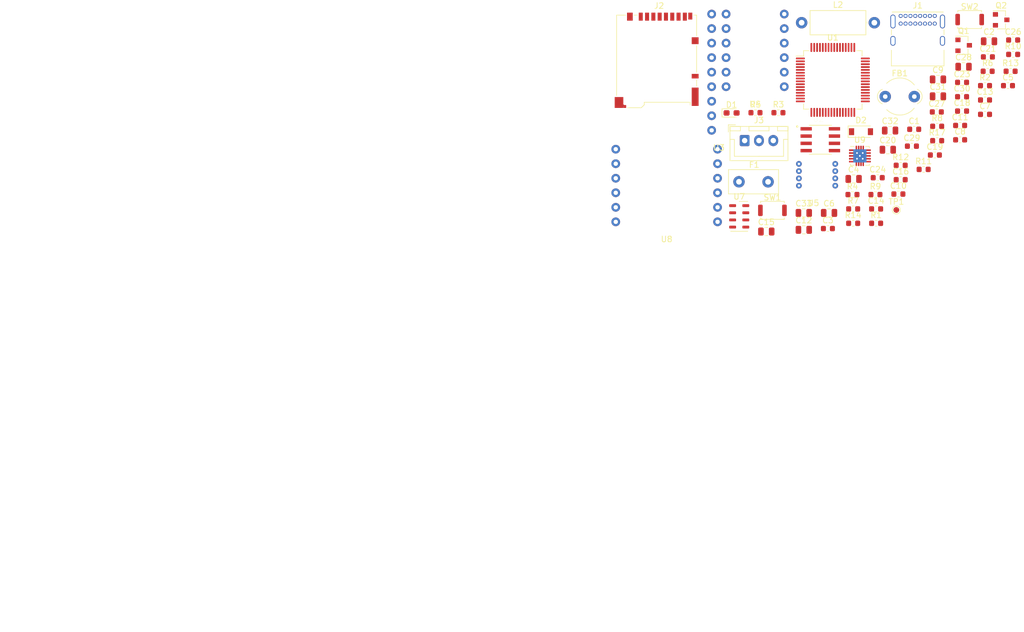
<source format=kicad_pcb>
(kicad_pcb (version 20171130) (host pcbnew "(5.1.6)-1")

  (general
    (thickness 1.6)
    (drawings 5)
    (tracks 0)
    (zones 0)
    (modules 66)
    (nets 86)
  )

  (page A4)
  (layers
    (0 F.Cu signal)
    (31 B.Cu signal)
    (32 B.Adhes user)
    (33 F.Adhes user)
    (34 B.Paste user)
    (35 F.Paste user)
    (36 B.SilkS user)
    (37 F.SilkS user)
    (38 B.Mask user)
    (39 F.Mask user)
    (40 Dwgs.User user)
    (41 Cmts.User user)
    (42 Eco1.User user)
    (43 Eco2.User user)
    (44 Edge.Cuts user)
    (45 Margin user)
    (46 B.CrtYd user)
    (47 F.CrtYd user)
    (48 B.Fab user)
    (49 F.Fab user)
  )

  (setup
    (last_trace_width 0.25)
    (trace_clearance 0.2)
    (zone_clearance 0.508)
    (zone_45_only no)
    (trace_min 0.2)
    (via_size 0.8)
    (via_drill 0.4)
    (via_min_size 0.4)
    (via_min_drill 0.3)
    (uvia_size 0.3)
    (uvia_drill 0.1)
    (uvias_allowed no)
    (uvia_min_size 0.2)
    (uvia_min_drill 0.1)
    (edge_width 0.1)
    (segment_width 0.2)
    (pcb_text_width 0.3)
    (pcb_text_size 1.5 1.5)
    (mod_edge_width 0.15)
    (mod_text_size 1 1)
    (mod_text_width 0.15)
    (pad_size 1.524 1.524)
    (pad_drill 0.762)
    (pad_to_mask_clearance 0)
    (aux_axis_origin 0 0)
    (visible_elements FFFFFF7F)
    (pcbplotparams
      (layerselection 0x010fc_ffffffff)
      (usegerberextensions false)
      (usegerberattributes true)
      (usegerberadvancedattributes true)
      (creategerberjobfile true)
      (excludeedgelayer true)
      (linewidth 0.100000)
      (plotframeref false)
      (viasonmask false)
      (mode 1)
      (useauxorigin false)
      (hpglpennumber 1)
      (hpglpenspeed 20)
      (hpglpendiameter 15.000000)
      (psnegative false)
      (psa4output false)
      (plotreference true)
      (plotvalue true)
      (plotinvisibletext false)
      (padsonsilk false)
      (subtractmaskfromsilk false)
      (outputformat 1)
      (mirror false)
      (drillshape 1)
      (scaleselection 1)
      (outputdirectory ""))
  )

  (net 0 "")
  (net 1 GND)
  (net 2 +3V3)
  (net 3 "Net-(C3-Pad1)")
  (net 4 "Net-(C4-Pad1)")
  (net 5 ~RESET~)
  (net 6 "Net-(C6-Pad1)")
  (net 7 "Net-(C8-Pad1)")
  (net 8 +7V4)
  (net 9 "Net-(C13-Pad1)")
  (net 10 "Net-(C14-Pad1)")
  (net 11 "Net-(C24-Pad1)")
  (net 12 "Net-(C29-Pad1)")
  (net 13 "Net-(C30-Pad1)")
  (net 14 +6V)
  (net 15 "Net-(D1-Pad2)")
  (net 16 "Net-(F1-Pad2)")
  (net 17 "Net-(J1-PadS1)")
  (net 18 /D+)
  (net 19 VBUS)
  (net 20 "Net-(J1-PadB5)")
  (net 21 "Net-(J1-PadB8)")
  (net 22 /D-)
  (net 23 "Net-(J1-PadA8)")
  (net 24 "Net-(J1-PadA5)")
  (net 25 /SDIO_D1)
  (net 26 /SDIO_D0)
  (net 27 /SDIO_CLK)
  (net 28 /SDIO_CMD)
  (net 29 /SDIO_D3)
  (net 30 "Net-(J2-Pad9)")
  (net 31 "Net-(J3-Pad3)")
  (net 32 "Net-(J3-Pad2)")
  (net 33 "Net-(L2-Pad2)")
  (net 34 "Net-(L2-Pad1)")
  (net 35 /BOOT0)
  (net 36 /D13)
  (net 37 /FLASH_MOSI)
  (net 38 /RX_D0)
  (net 39 "Net-(R10-Pad2)")
  (net 40 /FLASH_CS)
  (net 41 /SCL)
  (net 42 "Net-(R14-Pad2)")
  (net 43 /SDA)
  (net 44 "Net-(TP1-Pad1)")
  (net 45 /D10)
  (net 46 /D9)
  (net 47 /FLASH_MISO)
  (net 48 /FLASH_SCK)
  (net 49 /SDIO_D2)
  (net 50 "Net-(U1-Pad50)")
  (net 51 /SWCLK)
  (net 52 /SWDIO)
  (net 53 /G0)
  (net 54 /D5)
  (net 55 /D6)
  (net 56 /MOSI)
  (net 57 /MISO)
  (net 58 /SCK)
  (net 59 /SD_DETECT)
  (net 60 /TX_D1)
  (net 61 "Net-(U1-Pad27)")
  (net 62 /CS)
  (net 63 /A5)
  (net 64 /A4)
  (net 65 /INT)
  (net 66 /INT1)
  (net 67 /INT2)
  (net 68 /A0)
  (net 69 "Net-(U1-Pad17)")
  (net 70 /PPS)
  (net 71 /PWM1)
  (net 72 /PWM0)
  (net 73 /D11)
  (net 74 /D12)
  (net 75 "Net-(U1-Pad8)")
  (net 76 "Net-(U1-Pad6)")
  (net 77 "Net-(U1-Pad5)")
  (net 78 "Net-(U1-Pad4)")
  (net 79 "Net-(U1-Pad3)")
  (net 80 "Net-(U1-Pad2)")
  (net 81 "Net-(U4-Pad9)")
  (net 82 "Net-(U4-Pad7)")
  (net 83 "Net-(U4-Pad6)")
  (net 84 "Net-(U8-Pad7)")
  (net 85 "Net-(U8-Pad2)")

  (net_class Default "This is the default net class."
    (clearance 0.2)
    (trace_width 0.25)
    (via_dia 0.8)
    (via_drill 0.4)
    (uvia_dia 0.3)
    (uvia_drill 0.1)
    (add_net +3V3)
    (add_net +6V)
    (add_net +7V4)
    (add_net /A0)
    (add_net /A4)
    (add_net /A5)
    (add_net /BOOT0)
    (add_net /CS)
    (add_net /D+)
    (add_net /D-)
    (add_net /D10)
    (add_net /D11)
    (add_net /D12)
    (add_net /D13)
    (add_net /D5)
    (add_net /D6)
    (add_net /D9)
    (add_net /FLASH_CS)
    (add_net /FLASH_MISO)
    (add_net /FLASH_MOSI)
    (add_net /FLASH_SCK)
    (add_net /G0)
    (add_net /INT)
    (add_net /INT1)
    (add_net /INT2)
    (add_net /MISO)
    (add_net /MOSI)
    (add_net /PPS)
    (add_net /PWM0)
    (add_net /PWM1)
    (add_net /RX_D0)
    (add_net /SCK)
    (add_net /SCL)
    (add_net /SDA)
    (add_net /SDIO_CLK)
    (add_net /SDIO_CMD)
    (add_net /SDIO_D0)
    (add_net /SDIO_D1)
    (add_net /SDIO_D2)
    (add_net /SDIO_D3)
    (add_net /SD_DETECT)
    (add_net /SWCLK)
    (add_net /SWDIO)
    (add_net /TX_D1)
    (add_net GND)
    (add_net "Net-(C13-Pad1)")
    (add_net "Net-(C14-Pad1)")
    (add_net "Net-(C24-Pad1)")
    (add_net "Net-(C29-Pad1)")
    (add_net "Net-(C3-Pad1)")
    (add_net "Net-(C30-Pad1)")
    (add_net "Net-(C4-Pad1)")
    (add_net "Net-(C6-Pad1)")
    (add_net "Net-(C8-Pad1)")
    (add_net "Net-(D1-Pad2)")
    (add_net "Net-(F1-Pad2)")
    (add_net "Net-(J1-PadA5)")
    (add_net "Net-(J1-PadA8)")
    (add_net "Net-(J1-PadB5)")
    (add_net "Net-(J1-PadB8)")
    (add_net "Net-(J1-PadS1)")
    (add_net "Net-(J2-Pad9)")
    (add_net "Net-(J3-Pad2)")
    (add_net "Net-(J3-Pad3)")
    (add_net "Net-(L2-Pad1)")
    (add_net "Net-(L2-Pad2)")
    (add_net "Net-(R10-Pad2)")
    (add_net "Net-(R14-Pad2)")
    (add_net "Net-(TP1-Pad1)")
    (add_net "Net-(U1-Pad17)")
    (add_net "Net-(U1-Pad2)")
    (add_net "Net-(U1-Pad27)")
    (add_net "Net-(U1-Pad3)")
    (add_net "Net-(U1-Pad4)")
    (add_net "Net-(U1-Pad5)")
    (add_net "Net-(U1-Pad50)")
    (add_net "Net-(U1-Pad6)")
    (add_net "Net-(U1-Pad8)")
    (add_net "Net-(U4-Pad6)")
    (add_net "Net-(U4-Pad7)")
    (add_net "Net-(U4-Pad9)")
    (add_net "Net-(U8-Pad2)")
    (add_net "Net-(U8-Pad7)")
    (add_net VBUS)
    (add_net ~RESET~)
  )

  (module Package_SON:Texas_S-PWSON-N10_ThermalVias (layer F.Cu) (tedit 5A8E0335) (tstamp 5F7D54DD)
    (at 215.099001 17.427001)
    (descr "3x3mm Body, 0.5mm Pitch, S-PWSON-N10, DSC, http://www.ti.com/lit/ds/symlink/tps63060.pdf")
    (tags "0.5 S-PWSON-N10 DSC")
    (path /5FA36435)
    (attr smd)
    (fp_text reference U9 (at 0 -2.8) (layer F.SilkS)
      (effects (font (size 1 1) (thickness 0.15)))
    )
    (fp_text value TPS63060 (at 0 2.8) (layer F.Fab)
      (effects (font (size 1 1) (thickness 0.15)))
    )
    (fp_text user %R (at 0 0) (layer F.Fab)
      (effects (font (size 0.6 0.6) (thickness 0.09)))
    )
    (fp_line (start -0.7875 -1.575) (end -1.575 -0.7875) (layer F.Fab) (width 0.1))
    (fp_line (start -1.575 1.575) (end -1.575 -0.7875) (layer F.Fab) (width 0.1))
    (fp_line (start 1.575 1.575) (end -1.575 1.575) (layer F.Fab) (width 0.1))
    (fp_line (start 1.575 -1.575) (end 1.575 1.575) (layer F.Fab) (width 0.1))
    (fp_line (start -0.7875 -1.575) (end 1.575 -1.575) (layer F.Fab) (width 0.1))
    (fp_line (start -2.15 -2.03) (end -2.15 2.03) (layer F.CrtYd) (width 0.05))
    (fp_line (start 2.15 -2.03) (end 2.15 2.03) (layer F.CrtYd) (width 0.05))
    (fp_line (start -2.15 -2.03) (end 2.15 -2.03) (layer F.CrtYd) (width 0.05))
    (fp_line (start -2.15 2.03) (end 2.15 2.03) (layer F.CrtYd) (width 0.05))
    (fp_line (start 0.985 1.65) (end 1.65 1.65) (layer F.SilkS) (width 0.12))
    (fp_line (start -1.65 -1.65) (end -0.985 -1.65) (layer F.SilkS) (width 0.12))
    (fp_line (start 0.985 -1.65) (end 1.65 -1.65) (layer F.SilkS) (width 0.12))
    (fp_line (start -1.65 1.65) (end -0.985 1.65) (layer F.SilkS) (width 0.12))
    (fp_line (start 1.65 -1.4) (end 1.65 -1.65) (layer F.SilkS) (width 0.12))
    (fp_line (start 1.65 1.4) (end 1.65 1.65) (layer F.SilkS) (width 0.12))
    (fp_line (start -1.65 1.65) (end -1.65 1.4) (layer F.SilkS) (width 0.12))
    (pad 11 smd rect (at 0.6 1.425) (size 0.23 0.6) (layers F.Cu F.Paste F.Mask)
      (net 1 GND))
    (pad 11 smd rect (at 0.2 1.425) (size 0.23 0.6) (layers F.Cu F.Paste F.Mask)
      (net 1 GND))
    (pad 11 smd rect (at -0.2 1.425) (size 0.23 0.6) (layers F.Cu F.Paste F.Mask)
      (net 1 GND))
    (pad 11 smd rect (at -0.6 1.425) (size 0.23 0.6) (layers F.Cu F.Paste F.Mask)
      (net 1 GND))
    (pad 11 smd rect (at 0.6 -1.425) (size 0.23 0.6) (layers F.Cu F.Paste F.Mask)
      (net 1 GND))
    (pad 11 smd rect (at 0.2 -1.425) (size 0.23 0.6) (layers F.Cu F.Paste F.Mask)
      (net 1 GND))
    (pad 11 smd rect (at -0.2 -1.425) (size 0.23 0.6) (layers F.Cu F.Paste F.Mask)
      (net 1 GND))
    (pad 11 smd rect (at -0.6 -1.425) (size 0.23 0.6) (layers F.Cu F.Paste F.Mask)
      (net 1 GND))
    (pad 11 smd rect (at 0.435 -0.56) (size 0.65 0.9) (layers F.Cu F.Paste F.Mask)
      (net 1 GND))
    (pad 11 smd rect (at -0.435 0.56) (size 0.65 0.9) (layers F.Cu F.Paste F.Mask)
      (net 1 GND))
    (pad 11 smd rect (at 0.435 0.56) (size 0.65 0.9) (layers F.Cu F.Paste F.Mask)
      (net 1 GND))
    (pad 11 smd rect (at -0.435 -0.56) (size 0.65 0.9) (layers F.Cu F.Paste F.Mask)
      (net 1 GND))
    (pad 11 smd rect (at -0.001 0) (size 2.3 2.3) (layers B.Cu)
      (net 1 GND))
    (pad 10 smd oval (at 1.475 -1) (size 0.85 0.28) (layers F.Cu F.Paste F.Mask)
      (net 33 "Net-(L2-Pad2)") (solder_mask_margin 0.07) (solder_paste_margin -0.025))
    (pad 9 smd oval (at 1.475 -0.5) (size 0.85 0.28) (layers F.Cu F.Paste F.Mask)
      (net 14 +6V) (solder_mask_margin 0.07) (solder_paste_margin -0.025))
    (pad 8 smd oval (at 1.475 0) (size 0.85 0.28) (layers F.Cu F.Paste F.Mask)
      (net 13 "Net-(C30-Pad1)") (solder_mask_margin 0.07) (solder_paste_margin -0.025))
    (pad 7 smd rect (at 1.76 0.5) (size 0.28 0.28) (layers F.Cu F.Paste F.Mask)
      (net 1 GND) (solder_mask_margin 0.07) (solder_paste_margin -0.025))
    (pad 6 smd rect (at 1.76 1) (size 0.28 0.28) (layers F.Cu F.Paste F.Mask)
      (net 12 "Net-(C29-Pad1)") (solder_mask_margin 0.07) (solder_paste_margin -0.025))
    (pad 5 smd oval (at -1.475 1) (size 0.85 0.28) (layers F.Cu F.Paste F.Mask)
      (net 42 "Net-(R14-Pad2)") (solder_mask_margin 0.07) (solder_paste_margin -0.025))
    (pad 4 smd rect (at -1.76 0.5) (size 0.28 0.28) (layers F.Cu F.Paste F.Mask)
      (net 1 GND) (solder_mask_margin 0.07) (solder_paste_margin -0.025))
    (pad 3 smd oval (at -1.475 0) (size 0.85 0.28) (layers F.Cu F.Paste F.Mask)
      (net 8 +7V4) (solder_mask_margin 0.07) (solder_paste_margin -0.025))
    (pad 2 smd rect (at -1.76 -0.5) (size 0.28 0.28) (layers F.Cu F.Paste F.Mask)
      (net 8 +7V4) (solder_mask_margin 0.07) (solder_paste_margin -0.025))
    (pad 1 smd rect (at -1.76 -1) (size 0.28 0.28) (layers F.Cu F.Paste F.Mask)
      (net 34 "Net-(L2-Pad1)") (solder_mask_margin 0.07) (solder_paste_margin -0.025))
    (pad 11 smd rect (at 0 0) (size 1.7 2.15) (layers F.Cu F.Mask)
      (net 1 GND))
    (pad 11 smd rect (at 0.2 1.425) (size 0.25 0.7) (layers F.Cu F.Paste F.Mask)
      (net 1 GND) (solder_paste_margin -0.05))
    (pad 11 smd rect (at -0.2 1.425) (size 0.25 0.7) (layers F.Cu F.Paste F.Mask)
      (net 1 GND) (solder_paste_margin -0.05))
    (pad 11 smd rect (at 0.2 -1.425) (size 0.25 0.7) (layers F.Cu F.Paste F.Mask)
      (net 1 GND) (solder_paste_margin -0.05))
    (pad 11 smd rect (at -0.2 -1.425) (size 0.25 0.7) (layers F.Cu F.Paste F.Mask)
      (net 1 GND) (solder_paste_margin -0.05))
    (pad 11 thru_hole circle (at 0.5 0.5) (size 0.6 0.6) (drill 0.3) (layers *.Cu *.Mask)
      (net 1 GND))
    (pad 11 thru_hole circle (at -0.5 0.5) (size 0.6 0.6) (drill 0.3) (layers *.Cu *.Mask)
      (net 1 GND))
    (pad 11 thru_hole circle (at 0.5 -0.5) (size 0.6 0.6) (drill 0.3) (layers *.Cu *.Mask)
      (net 1 GND))
    (pad 11 thru_hole circle (at -0.5 -0.5) (size 0.6 0.6) (drill 0.3) (layers *.Cu *.Mask)
      (net 1 GND))
    (pad 11 thru_hole circle (at 0 0) (size 0.6 0.6) (drill 0.3) (layers *.Cu *.Mask)
      (net 1 GND))
    (pad 10 smd rect (at 1.76 -1) (size 0.28 0.28) (layers F.Cu F.Paste F.Mask)
      (net 33 "Net-(L2-Pad2)") (solder_mask_margin 0.07) (solder_paste_margin -0.025))
    (pad 9 smd rect (at 1.76 -0.5) (size 0.28 0.28) (layers F.Cu F.Paste F.Mask)
      (net 14 +6V) (solder_mask_margin 0.07) (solder_paste_margin -0.025))
    (pad 8 smd rect (at 1.76 0) (size 0.28 0.28) (layers F.Cu F.Paste F.Mask)
      (net 13 "Net-(C30-Pad1)") (solder_mask_margin 0.07) (solder_paste_margin -0.025))
    (pad 7 smd oval (at 1.475 0.5) (size 0.85 0.28) (layers F.Cu F.Paste F.Mask)
      (net 1 GND) (solder_mask_margin 0.07) (solder_paste_margin -0.025))
    (pad 6 smd oval (at 1.475 1) (size 0.85 0.28) (layers F.Cu F.Paste F.Mask)
      (net 12 "Net-(C29-Pad1)") (solder_mask_margin 0.07) (solder_paste_margin -0.025))
    (pad 5 smd rect (at -1.76 1) (size 0.28 0.28) (layers F.Cu F.Paste F.Mask)
      (net 42 "Net-(R14-Pad2)") (solder_mask_margin 0.07) (solder_paste_margin -0.025))
    (pad 4 smd oval (at -1.475 0.5) (size 0.85 0.28) (layers F.Cu F.Paste F.Mask)
      (net 1 GND) (solder_mask_margin 0.07) (solder_paste_margin -0.025))
    (pad 3 smd rect (at -1.76 0) (size 0.28 0.28) (layers F.Cu F.Paste F.Mask)
      (net 8 +7V4) (solder_mask_margin 0.07) (solder_paste_margin -0.025))
    (pad 2 smd oval (at -1.475 -0.5) (size 0.85 0.28) (layers F.Cu F.Paste F.Mask)
      (net 8 +7V4) (solder_mask_margin 0.07) (solder_paste_margin -0.025))
    (pad 1 smd oval (at -1.475 -1) (size 0.85 0.28) (layers F.Cu F.Paste F.Mask)
      (net 34 "Net-(L2-Pad1)") (solder_mask_margin 0.07) (solder_paste_margin -0.025))
    (pad 11 smd rect (at 0.6 -1.425) (size 0.25 0.7) (layers F.Cu F.Paste F.Mask)
      (net 1 GND) (solder_paste_margin -0.05))
    (pad 11 smd rect (at -0.6 -1.425) (size 0.25 0.7) (layers F.Cu F.Paste F.Mask)
      (net 1 GND) (solder_paste_margin -0.05))
    (pad 11 smd rect (at 0.6 1.425) (size 0.25 0.7) (layers F.Cu F.Paste F.Mask)
      (net 1 GND) (solder_paste_margin -0.05))
    (pad 11 smd rect (at -0.6 1.425) (size 0.25 0.7) (layers F.Cu F.Paste F.Mask)
      (net 1 GND) (solder_paste_margin -0.05))
    (model ${KISYS3DMOD}/Package_SON.3dshapes/Texas_S-PWSON-N10.wrl
      (at (xyz 0 0 0))
      (scale (xyz 1 1 1))
      (rotate (xyz 0 0 0))
    )
  )

  (module GPS_head0:GPS_header_fp (layer F.Cu) (tedit 5F7821BA) (tstamp 5F7D5499)
    (at 181.356 30.224)
    (path /5F7E44DB)
    (fp_text reference U8 (at 0 1.77) (layer F.SilkS)
      (effects (font (size 1 1) (thickness 0.15)))
    )
    (fp_text value GPS_header (at 0 0.77) (layer F.Fab)
      (effects (font (size 1 1) (thickness 0.15)))
    )
    (pad 12 thru_hole circle (at 8.89 -13.97) (size 1.524 1.524) (drill 0.762) (layers *.Cu *.Mask)
      (net 1 GND))
    (pad 11 thru_hole circle (at 8.89 -11.43) (size 1.524 1.524) (drill 0.762) (layers *.Cu *.Mask)
      (net 70 /PPS))
    (pad 10 thru_hole circle (at 8.89 -8.89) (size 1.524 1.524) (drill 0.762) (layers *.Cu *.Mask)
      (net 2 +3V3))
    (pad 9 thru_hole circle (at 8.89 -6.35) (size 1.524 1.524) (drill 0.762) (layers *.Cu *.Mask)
      (net 38 /RX_D0))
    (pad 8 thru_hole circle (at 8.89 -3.81) (size 1.524 1.524) (drill 0.762) (layers *.Cu *.Mask)
      (net 60 /TX_D1))
    (pad 7 thru_hole circle (at 8.89 -1.27) (size 1.524 1.524) (drill 0.762) (layers *.Cu *.Mask)
      (net 84 "Net-(U8-Pad7)"))
    (pad 6 thru_hole circle (at -8.89 -13.97) (size 1.524 1.524) (drill 0.762) (layers *.Cu *.Mask)
      (net 5 ~RESET~))
    (pad 5 thru_hole circle (at -8.89 -11.43) (size 1.524 1.524) (drill 0.762) (layers *.Cu *.Mask)
      (net 43 /SDA))
    (pad 4 thru_hole circle (at -8.89 -8.89) (size 1.524 1.524) (drill 0.762) (layers *.Cu *.Mask)
      (net 41 /SCL))
    (pad 3 thru_hole circle (at -8.89 -6.35) (size 1.524 1.524) (drill 0.762) (layers *.Cu *.Mask)
      (net 1 GND))
    (pad 2 thru_hole circle (at -8.89 -3.81) (size 1.524 1.524) (drill 0.762) (layers *.Cu *.Mask)
      (net 85 "Net-(U8-Pad2)"))
    (pad 1 thru_hole circle (at -8.89 -1.27) (size 1.524 1.524) (drill 0.762) (layers *.Cu *.Mask)
      (net 2 +3V3))
  )

  (module Package_LGA:NXP_LGA-8_3x5mm_P1.25mm_H1.1mm (layer F.Cu) (tedit 5D9F7937) (tstamp 5F7D5489)
    (at 194.029001 27.997001)
    (descr "NXP  LGA, 8 Pin (https://www.nxp.com/docs/en/data-sheet/MPL3115A2.pdf#page=42), generated with kicad-footprint-generator ipc_noLead_generator.py")
    (tags "NXP LGA NoLead")
    (path /5F6F2546)
    (attr smd)
    (fp_text reference U7 (at 0 -3.45) (layer F.SilkS)
      (effects (font (size 1 1) (thickness 0.15)))
    )
    (fp_text value MPL3115A2 (at 0 3.45) (layer F.Fab)
      (effects (font (size 1 1) (thickness 0.15)))
    )
    (fp_text user %R (at 0 0) (layer F.Fab)
      (effects (font (size 0.75 0.75) (thickness 0.11)))
    )
    (fp_line (start 0 -2.61) (end 1.5 -2.61) (layer F.SilkS) (width 0.12))
    (fp_line (start -1.5 2.61) (end 1.5 2.61) (layer F.SilkS) (width 0.12))
    (fp_line (start -0.75 -2.5) (end 1.5 -2.5) (layer F.Fab) (width 0.1))
    (fp_line (start 1.5 -2.5) (end 1.5 2.5) (layer F.Fab) (width 0.1))
    (fp_line (start 1.5 2.5) (end -1.5 2.5) (layer F.Fab) (width 0.1))
    (fp_line (start -1.5 2.5) (end -1.5 -1.75) (layer F.Fab) (width 0.1))
    (fp_line (start -1.5 -1.75) (end -0.75 -2.5) (layer F.Fab) (width 0.1))
    (fp_line (start -2 -2.75) (end -2 2.75) (layer F.CrtYd) (width 0.05))
    (fp_line (start -2 2.75) (end 2 2.75) (layer F.CrtYd) (width 0.05))
    (fp_line (start 2 2.75) (end 2 -2.75) (layer F.CrtYd) (width 0.05))
    (fp_line (start 2 -2.75) (end -2 -2.75) (layer F.CrtYd) (width 0.05))
    (pad 8 smd roundrect (at 1.15 -1.875) (size 1.2 0.5) (layers F.Cu F.Paste F.Mask) (roundrect_rratio 0.25)
      (net 41 /SCL))
    (pad 7 smd roundrect (at 1.15 -0.625) (size 1.2 0.5) (layers F.Cu F.Paste F.Mask) (roundrect_rratio 0.25)
      (net 43 /SDA))
    (pad 6 smd roundrect (at 1.15 0.625) (size 1.2 0.5) (layers F.Cu F.Paste F.Mask) (roundrect_rratio 0.25)
      (net 66 /INT1))
    (pad 5 smd roundrect (at 1.15 1.875) (size 1.2 0.5) (layers F.Cu F.Paste F.Mask) (roundrect_rratio 0.25)
      (net 67 /INT2))
    (pad 4 smd roundrect (at -1.15 1.875) (size 1.2 0.5) (layers F.Cu F.Paste F.Mask) (roundrect_rratio 0.25)
      (net 2 +3V3))
    (pad 3 smd roundrect (at -1.15 0.625) (size 1.2 0.5) (layers F.Cu F.Paste F.Mask) (roundrect_rratio 0.25)
      (net 1 GND))
    (pad 2 smd roundrect (at -1.15 -0.625) (size 1.2 0.5) (layers F.Cu F.Paste F.Mask) (roundrect_rratio 0.25)
      (net 11 "Net-(C24-Pad1)"))
    (pad 1 smd roundrect (at -1.15 -1.875) (size 1.2 0.5) (layers F.Cu F.Paste F.Mask) (roundrect_rratio 0.25)
      (net 2 +3V3))
    (model ${KISYS3DMOD}/Package_LGA.3dshapes/NXP_LGA-8_3x5mm_P1.25mm_H1.1mm.wrl
      (at (xyz 0 0 0))
      (scale (xyz 1 1 1))
      (rotate (xyz 0 0 0))
    )
  )

  (module GPS_head0:W25Q16JV_footprint (layer F.Cu) (tedit 5F78ED40) (tstamp 5F7D5471)
    (at 206.994 25.172)
    (path /5F7BE5CF)
    (fp_text reference U5 (at 0 0.5) (layer F.SilkS)
      (effects (font (size 1 1) (thickness 0.15)))
    )
    (fp_text value W25Q16JV (at 0 -0.5) (layer F.Fab)
      (effects (font (size 1 1) (thickness 0.15)))
    )
    (pad 8 thru_hole circle (at 3.81 -6.35) (size 1 1) (drill 0.42) (layers *.Cu *.Mask)
      (net 2 +3V3))
    (pad 7 thru_hole circle (at 3.81 -5.08) (size 1 1) (drill 0.42) (layers *.Cu *.Mask)
      (net 2 +3V3))
    (pad 6 thru_hole circle (at 3.81 -3.81) (size 1 1) (drill 0.42) (layers *.Cu *.Mask)
      (net 48 /FLASH_SCK))
    (pad 5 thru_hole circle (at 3.81 -2.54) (size 1 1) (drill 0.42) (layers *.Cu *.Mask)
      (net 37 /FLASH_MOSI))
    (pad 4 thru_hole circle (at -2.54 -6.35) (size 1 1) (drill 0.42) (layers *.Cu *.Mask)
      (net 1 GND))
    (pad 3 thru_hole circle (at -2.54 -5.08) (size 1 1) (drill 0.42) (layers *.Cu *.Mask)
      (net 2 +3V3))
    (pad 2 thru_hole circle (at -2.54 -3.81) (size 1 1) (drill 0.42) (layers *.Cu *.Mask)
      (net 47 /FLASH_MISO))
    (pad 1 thru_hole circle (at -2.54 -2.54) (size 1 1) (drill 0.42) (layers *.Cu *.Mask)
      (net 40 /FLASH_CS))
  )

  (module GPS_head0:MPU6050-footprint (layer F.Cu) (tedit 5F783289) (tstamp 5F7D5465)
    (at 196.816 7.874)
    (path /5F2E5742)
    (fp_text reference U4 (at 0 0.5) (layer F.SilkS)
      (effects (font (size 1 1) (thickness 0.15)))
    )
    (fp_text value MPU-6050 (at 0 -0.5) (layer F.Fab)
      (effects (font (size 1 1) (thickness 0.15)))
    )
    (pad 12 thru_hole circle (at 5.08 -15.24) (size 1.524 1.524) (drill 0.762) (layers *.Cu *.Mask)
      (net 65 /INT))
    (pad 11 thru_hole circle (at 5.08 -12.7) (size 1.524 1.524) (drill 0.762) (layers *.Cu *.Mask)
      (net 1 GND))
    (pad 10 thru_hole circle (at 5.08 -10.16) (size 1.524 1.524) (drill 0.762) (layers *.Cu *.Mask)
      (net 9 "Net-(C13-Pad1)"))
    (pad 9 thru_hole circle (at 5.08 -7.62) (size 1.524 1.524) (drill 0.762) (layers *.Cu *.Mask)
      (net 81 "Net-(U4-Pad9)"))
    (pad 8 thru_hole circle (at 5.08 -5.08) (size 1.524 1.524) (drill 0.762) (layers *.Cu *.Mask)
      (net 2 +3V3))
    (pad 7 thru_hole circle (at 5.08 -2.54) (size 1.524 1.524) (drill 0.762) (layers *.Cu *.Mask)
      (net 82 "Net-(U4-Pad7)"))
    (pad 6 thru_hole circle (at -5.08 -15.24) (size 1.524 1.524) (drill 0.762) (layers *.Cu *.Mask)
      (net 83 "Net-(U4-Pad6)"))
    (pad 5 thru_hole circle (at -5.08 -12.7) (size 1.524 1.524) (drill 0.762) (layers *.Cu *.Mask))
    (pad 4 thru_hole circle (at -5.08 -10.16) (size 1.524 1.524) (drill 0.762) (layers *.Cu *.Mask))
    (pad 3 thru_hole circle (at -5.08 -7.62) (size 1.524 1.524) (drill 0.762) (layers *.Cu *.Mask))
    (pad 2 thru_hole circle (at -5.08 -5.08) (size 1.524 1.524) (drill 0.762) (layers *.Cu *.Mask))
    (pad 1 thru_hole circle (at -5.08 -2.54) (size 1.524 1.524) (drill 0.762) (layers *.Cu *.Mask)
      (net 1 GND))
  )

  (module GPS_head0:gps_header_footprint (layer F.Cu) (tedit 5F781EA0) (tstamp 5F7D5455)
    (at 189.216 14.224)
    (path /5F7F38B6)
    (fp_text reference U3 (at 1.27 1.77) (layer F.SilkS)
      (effects (font (size 1 1) (thickness 0.15)))
    )
    (fp_text value Radio_Header (at 1.27 0.77) (layer F.Fab)
      (effects (font (size 1 1) (thickness 0.15)))
    )
    (pad 9 thru_hole circle (at 0 -21.59) (size 1.524 1.524) (drill 0.762) (layers *.Cu *.Mask)
      (net 5 ~RESET~))
    (pad 8 thru_hole circle (at 0 -19.05) (size 1.524 1.524) (drill 0.762) (layers *.Cu *.Mask)
      (net 62 /CS))
    (pad 7 thru_hole circle (at 0 -16.51) (size 1.524 1.524) (drill 0.762) (layers *.Cu *.Mask)
      (net 56 /MOSI))
    (pad 6 thru_hole circle (at 0 -13.97) (size 1.524 1.524) (drill 0.762) (layers *.Cu *.Mask)
      (net 57 /MISO))
    (pad 5 thru_hole circle (at 0 -11.43) (size 1.524 1.524) (drill 0.762) (layers *.Cu *.Mask)
      (net 58 /SCK))
    (pad 4 thru_hole circle (at 0 -8.89) (size 1.524 1.524) (drill 0.762) (layers *.Cu *.Mask)
      (net 53 /G0))
    (pad 3 thru_hole circle (at 0 -6.35) (size 1.524 1.524) (drill 0.762) (layers *.Cu *.Mask)
      (net 2 +3V3))
    (pad 2 thru_hole circle (at 0 -3.81) (size 1.524 1.524) (drill 0.762) (layers *.Cu *.Mask)
      (net 1 GND))
    (pad 1 thru_hole circle (at 0 -1.27) (size 1.524 1.524) (drill 0.762) (layers *.Cu *.Mask)
      (net 2 +3V3))
  )

  (module "3v3 _linReg:SOIC127P599X175-8N" (layer F.Cu) (tedit 5F7CE954) (tstamp 5F7D5448)
    (at 208.194001 14.599501)
    (path /5FAC722E)
    (fp_text reference U2 (at -0.325 -3.635) (layer F.SilkS)
      (effects (font (size 1 1) (thickness 0.015)))
    )
    (fp_text value UCC381DP-3 (at 7.93 3.635) (layer F.Fab)
      (effects (font (size 1 1) (thickness 0.015)))
    )
    (fp_circle (center -4.04 -2.305) (end -3.94 -2.305) (layer F.SilkS) (width 0.2))
    (fp_circle (center -4.04 -2.305) (end -3.94 -2.305) (layer F.Fab) (width 0.2))
    (fp_line (start -3.705 -2.7025) (end 3.705 -2.7025) (layer F.CrtYd) (width 0.05))
    (fp_line (start -3.705 2.7025) (end 3.705 2.7025) (layer F.CrtYd) (width 0.05))
    (fp_line (start -3.705 -2.7025) (end -3.705 2.7025) (layer F.CrtYd) (width 0.05))
    (fp_line (start 3.705 -2.7025) (end 3.705 2.7025) (layer F.CrtYd) (width 0.05))
    (fp_line (start -1.9475 -2.4525) (end 1.9475 -2.4525) (layer F.Fab) (width 0.127))
    (fp_line (start -1.9475 2.4525) (end 1.9475 2.4525) (layer F.Fab) (width 0.127))
    (fp_line (start -1.9475 -2.525) (end 1.9475 -2.525) (layer F.SilkS) (width 0.127))
    (fp_line (start -1.9475 2.525) (end 1.9475 2.525) (layer F.SilkS) (width 0.127))
    (fp_line (start -1.9475 -2.4525) (end -1.9475 2.4525) (layer F.Fab) (width 0.127))
    (fp_line (start 1.9475 -2.4525) (end 1.9475 2.4525) (layer F.Fab) (width 0.127))
    (pad 8 smd rect (at 2.47 -1.905) (size 1.97 0.6) (layers F.Cu F.Paste F.Mask)
      (net 3 "Net-(C3-Pad1)"))
    (pad 7 smd rect (at 2.47 -0.635) (size 1.97 0.6) (layers F.Cu F.Paste F.Mask)
      (net 1 GND))
    (pad 6 smd rect (at 2.47 0.635) (size 1.97 0.6) (layers F.Cu F.Paste F.Mask)
      (net 1 GND))
    (pad 5 smd rect (at 2.47 1.905) (size 1.97 0.6) (layers F.Cu F.Paste F.Mask)
      (net 39 "Net-(R10-Pad2)"))
    (pad 4 smd rect (at -2.47 1.905) (size 1.97 0.6) (layers F.Cu F.Paste F.Mask)
      (net 2 +3V3))
    (pad 3 smd rect (at -2.47 0.635) (size 1.97 0.6) (layers F.Cu F.Paste F.Mask)
      (net 1 GND))
    (pad 2 smd rect (at -2.47 -0.635) (size 1.97 0.6) (layers F.Cu F.Paste F.Mask)
      (net 1 GND))
    (pad 1 smd rect (at -2.47 -1.905) (size 1.97 0.6) (layers F.Cu F.Paste F.Mask)
      (net 2 +3V3))
  )

  (module Package_QFP:LQFP-64_10x10mm_P0.5mm (layer F.Cu) (tedit 5D9F72AF) (tstamp 5F7D5430)
    (at 210.379001 4.147001)
    (descr "LQFP, 64 Pin (https://www.analog.com/media/en/technical-documentation/data-sheets/ad7606_7606-6_7606-4.pdf), generated with kicad-footprint-generator ipc_gullwing_generator.py")
    (tags "LQFP QFP")
    (path /5F2C61AB)
    (attr smd)
    (fp_text reference U1 (at 0 -7.4) (layer F.SilkS)
      (effects (font (size 1 1) (thickness 0.15)))
    )
    (fp_text value STM32F405RGTx (at 0 7.4) (layer F.Fab)
      (effects (font (size 1 1) (thickness 0.15)))
    )
    (fp_text user %R (at 0 0) (layer F.Fab)
      (effects (font (size 1 1) (thickness 0.15)))
    )
    (fp_line (start 4.16 5.11) (end 5.11 5.11) (layer F.SilkS) (width 0.12))
    (fp_line (start 5.11 5.11) (end 5.11 4.16) (layer F.SilkS) (width 0.12))
    (fp_line (start -4.16 5.11) (end -5.11 5.11) (layer F.SilkS) (width 0.12))
    (fp_line (start -5.11 5.11) (end -5.11 4.16) (layer F.SilkS) (width 0.12))
    (fp_line (start 4.16 -5.11) (end 5.11 -5.11) (layer F.SilkS) (width 0.12))
    (fp_line (start 5.11 -5.11) (end 5.11 -4.16) (layer F.SilkS) (width 0.12))
    (fp_line (start -4.16 -5.11) (end -5.11 -5.11) (layer F.SilkS) (width 0.12))
    (fp_line (start -5.11 -5.11) (end -5.11 -4.16) (layer F.SilkS) (width 0.12))
    (fp_line (start -5.11 -4.16) (end -6.45 -4.16) (layer F.SilkS) (width 0.12))
    (fp_line (start -4 -5) (end 5 -5) (layer F.Fab) (width 0.1))
    (fp_line (start 5 -5) (end 5 5) (layer F.Fab) (width 0.1))
    (fp_line (start 5 5) (end -5 5) (layer F.Fab) (width 0.1))
    (fp_line (start -5 5) (end -5 -4) (layer F.Fab) (width 0.1))
    (fp_line (start -5 -4) (end -4 -5) (layer F.Fab) (width 0.1))
    (fp_line (start 0 -6.7) (end -4.15 -6.7) (layer F.CrtYd) (width 0.05))
    (fp_line (start -4.15 -6.7) (end -4.15 -5.25) (layer F.CrtYd) (width 0.05))
    (fp_line (start -4.15 -5.25) (end -5.25 -5.25) (layer F.CrtYd) (width 0.05))
    (fp_line (start -5.25 -5.25) (end -5.25 -4.15) (layer F.CrtYd) (width 0.05))
    (fp_line (start -5.25 -4.15) (end -6.7 -4.15) (layer F.CrtYd) (width 0.05))
    (fp_line (start -6.7 -4.15) (end -6.7 0) (layer F.CrtYd) (width 0.05))
    (fp_line (start 0 -6.7) (end 4.15 -6.7) (layer F.CrtYd) (width 0.05))
    (fp_line (start 4.15 -6.7) (end 4.15 -5.25) (layer F.CrtYd) (width 0.05))
    (fp_line (start 4.15 -5.25) (end 5.25 -5.25) (layer F.CrtYd) (width 0.05))
    (fp_line (start 5.25 -5.25) (end 5.25 -4.15) (layer F.CrtYd) (width 0.05))
    (fp_line (start 5.25 -4.15) (end 6.7 -4.15) (layer F.CrtYd) (width 0.05))
    (fp_line (start 6.7 -4.15) (end 6.7 0) (layer F.CrtYd) (width 0.05))
    (fp_line (start 0 6.7) (end -4.15 6.7) (layer F.CrtYd) (width 0.05))
    (fp_line (start -4.15 6.7) (end -4.15 5.25) (layer F.CrtYd) (width 0.05))
    (fp_line (start -4.15 5.25) (end -5.25 5.25) (layer F.CrtYd) (width 0.05))
    (fp_line (start -5.25 5.25) (end -5.25 4.15) (layer F.CrtYd) (width 0.05))
    (fp_line (start -5.25 4.15) (end -6.7 4.15) (layer F.CrtYd) (width 0.05))
    (fp_line (start -6.7 4.15) (end -6.7 0) (layer F.CrtYd) (width 0.05))
    (fp_line (start 0 6.7) (end 4.15 6.7) (layer F.CrtYd) (width 0.05))
    (fp_line (start 4.15 6.7) (end 4.15 5.25) (layer F.CrtYd) (width 0.05))
    (fp_line (start 4.15 5.25) (end 5.25 5.25) (layer F.CrtYd) (width 0.05))
    (fp_line (start 5.25 5.25) (end 5.25 4.15) (layer F.CrtYd) (width 0.05))
    (fp_line (start 5.25 4.15) (end 6.7 4.15) (layer F.CrtYd) (width 0.05))
    (fp_line (start 6.7 4.15) (end 6.7 0) (layer F.CrtYd) (width 0.05))
    (pad 64 smd roundrect (at -3.75 -5.675) (size 0.3 1.55) (layers F.Cu F.Paste F.Mask) (roundrect_rratio 0.25)
      (net 7 "Net-(C8-Pad1)"))
    (pad 63 smd roundrect (at -3.25 -5.675) (size 0.3 1.55) (layers F.Cu F.Paste F.Mask) (roundrect_rratio 0.25)
      (net 1 GND))
    (pad 62 smd roundrect (at -2.75 -5.675) (size 0.3 1.55) (layers F.Cu F.Paste F.Mask) (roundrect_rratio 0.25)
      (net 45 /D10))
    (pad 61 smd roundrect (at -2.25 -5.675) (size 0.3 1.55) (layers F.Cu F.Paste F.Mask) (roundrect_rratio 0.25)
      (net 46 /D9))
    (pad 60 smd roundrect (at -1.75 -5.675) (size 0.3 1.55) (layers F.Cu F.Paste F.Mask) (roundrect_rratio 0.25)
      (net 35 /BOOT0))
    (pad 59 smd roundrect (at -1.25 -5.675) (size 0.3 1.55) (layers F.Cu F.Paste F.Mask) (roundrect_rratio 0.25)
      (net 43 /SDA))
    (pad 58 smd roundrect (at -0.75 -5.675) (size 0.3 1.55) (layers F.Cu F.Paste F.Mask) (roundrect_rratio 0.25)
      (net 41 /SCL))
    (pad 57 smd roundrect (at -0.25 -5.675) (size 0.3 1.55) (layers F.Cu F.Paste F.Mask) (roundrect_rratio 0.25)
      (net 37 /FLASH_MOSI))
    (pad 56 smd roundrect (at 0.25 -5.675) (size 0.3 1.55) (layers F.Cu F.Paste F.Mask) (roundrect_rratio 0.25)
      (net 47 /FLASH_MISO))
    (pad 55 smd roundrect (at 0.75 -5.675) (size 0.3 1.55) (layers F.Cu F.Paste F.Mask) (roundrect_rratio 0.25)
      (net 48 /FLASH_SCK))
    (pad 54 smd roundrect (at 1.25 -5.675) (size 0.3 1.55) (layers F.Cu F.Paste F.Mask) (roundrect_rratio 0.25)
      (net 28 /SDIO_CMD))
    (pad 53 smd roundrect (at 1.75 -5.675) (size 0.3 1.55) (layers F.Cu F.Paste F.Mask) (roundrect_rratio 0.25)
      (net 27 /SDIO_CLK))
    (pad 52 smd roundrect (at 2.25 -5.675) (size 0.3 1.55) (layers F.Cu F.Paste F.Mask) (roundrect_rratio 0.25)
      (net 29 /SDIO_D3))
    (pad 51 smd roundrect (at 2.75 -5.675) (size 0.3 1.55) (layers F.Cu F.Paste F.Mask) (roundrect_rratio 0.25)
      (net 49 /SDIO_D2))
    (pad 50 smd roundrect (at 3.25 -5.675) (size 0.3 1.55) (layers F.Cu F.Paste F.Mask) (roundrect_rratio 0.25)
      (net 50 "Net-(U1-Pad50)"))
    (pad 49 smd roundrect (at 3.75 -5.675) (size 0.3 1.55) (layers F.Cu F.Paste F.Mask) (roundrect_rratio 0.25)
      (net 51 /SWCLK))
    (pad 48 smd roundrect (at 5.675 -3.75) (size 1.55 0.3) (layers F.Cu F.Paste F.Mask) (roundrect_rratio 0.25)
      (net 7 "Net-(C8-Pad1)"))
    (pad 47 smd roundrect (at 5.675 -3.25) (size 1.55 0.3) (layers F.Cu F.Paste F.Mask) (roundrect_rratio 0.25)
      (net 6 "Net-(C6-Pad1)"))
    (pad 46 smd roundrect (at 5.675 -2.75) (size 1.55 0.3) (layers F.Cu F.Paste F.Mask) (roundrect_rratio 0.25)
      (net 52 /SWDIO))
    (pad 45 smd roundrect (at 5.675 -2.25) (size 1.55 0.3) (layers F.Cu F.Paste F.Mask) (roundrect_rratio 0.25)
      (net 18 /D+))
    (pad 44 smd roundrect (at 5.675 -1.75) (size 1.55 0.3) (layers F.Cu F.Paste F.Mask) (roundrect_rratio 0.25)
      (net 22 /D-))
    (pad 43 smd roundrect (at 5.675 -1.25) (size 1.55 0.3) (layers F.Cu F.Paste F.Mask) (roundrect_rratio 0.25)
      (net 2 +3V3))
    (pad 42 smd roundrect (at 5.675 -0.75) (size 1.55 0.3) (layers F.Cu F.Paste F.Mask) (roundrect_rratio 0.25)
      (net 2 +3V3))
    (pad 41 smd roundrect (at 5.675 -0.25) (size 1.55 0.3) (layers F.Cu F.Paste F.Mask) (roundrect_rratio 0.25)
      (net 53 /G0))
    (pad 40 smd roundrect (at 5.675 0.25) (size 1.55 0.3) (layers F.Cu F.Paste F.Mask) (roundrect_rratio 0.25)
      (net 25 /SDIO_D1))
    (pad 39 smd roundrect (at 5.675 0.75) (size 1.55 0.3) (layers F.Cu F.Paste F.Mask) (roundrect_rratio 0.25)
      (net 26 /SDIO_D0))
    (pad 38 smd roundrect (at 5.675 1.25) (size 1.55 0.3) (layers F.Cu F.Paste F.Mask) (roundrect_rratio 0.25)
      (net 54 /D5))
    (pad 37 smd roundrect (at 5.675 1.75) (size 1.55 0.3) (layers F.Cu F.Paste F.Mask) (roundrect_rratio 0.25)
      (net 55 /D6))
    (pad 36 smd roundrect (at 5.675 2.25) (size 1.55 0.3) (layers F.Cu F.Paste F.Mask) (roundrect_rratio 0.25)
      (net 56 /MOSI))
    (pad 35 smd roundrect (at 5.675 2.75) (size 1.55 0.3) (layers F.Cu F.Paste F.Mask) (roundrect_rratio 0.25)
      (net 57 /MISO))
    (pad 34 smd roundrect (at 5.675 3.25) (size 1.55 0.3) (layers F.Cu F.Paste F.Mask) (roundrect_rratio 0.25)
      (net 58 /SCK))
    (pad 33 smd roundrect (at 5.675 3.75) (size 1.55 0.3) (layers F.Cu F.Paste F.Mask) (roundrect_rratio 0.25)
      (net 59 /SD_DETECT))
    (pad 32 smd roundrect (at 3.75 5.675) (size 0.3 1.55) (layers F.Cu F.Paste F.Mask) (roundrect_rratio 0.25)
      (net 7 "Net-(C8-Pad1)"))
    (pad 31 smd roundrect (at 3.25 5.675) (size 0.3 1.55) (layers F.Cu F.Paste F.Mask) (roundrect_rratio 0.25)
      (net 4 "Net-(C4-Pad1)"))
    (pad 30 smd roundrect (at 2.75 5.675) (size 0.3 1.55) (layers F.Cu F.Paste F.Mask) (roundrect_rratio 0.25)
      (net 38 /RX_D0))
    (pad 29 smd roundrect (at 2.25 5.675) (size 0.3 1.55) (layers F.Cu F.Paste F.Mask) (roundrect_rratio 0.25)
      (net 60 /TX_D1))
    (pad 28 smd roundrect (at 1.75 5.675) (size 0.3 1.55) (layers F.Cu F.Paste F.Mask) (roundrect_rratio 0.25)
      (net 1 GND))
    (pad 27 smd roundrect (at 1.25 5.675) (size 0.3 1.55) (layers F.Cu F.Paste F.Mask) (roundrect_rratio 0.25)
      (net 61 "Net-(U1-Pad27)"))
    (pad 26 smd roundrect (at 0.75 5.675) (size 0.3 1.55) (layers F.Cu F.Paste F.Mask) (roundrect_rratio 0.25)
      (net 62 /CS))
    (pad 25 smd roundrect (at 0.25 5.675) (size 0.3 1.55) (layers F.Cu F.Paste F.Mask) (roundrect_rratio 0.25)
      (net 63 /A5))
    (pad 24 smd roundrect (at -0.25 5.675) (size 0.3 1.55) (layers F.Cu F.Paste F.Mask) (roundrect_rratio 0.25)
      (net 64 /A4))
    (pad 23 smd roundrect (at -0.75 5.675) (size 0.3 1.55) (layers F.Cu F.Paste F.Mask) (roundrect_rratio 0.25)
      (net 65 /INT))
    (pad 22 smd roundrect (at -1.25 5.675) (size 0.3 1.55) (layers F.Cu F.Paste F.Mask) (roundrect_rratio 0.25)
      (net 66 /INT1))
    (pad 21 smd roundrect (at -1.75 5.675) (size 0.3 1.55) (layers F.Cu F.Paste F.Mask) (roundrect_rratio 0.25)
      (net 67 /INT2))
    (pad 20 smd roundrect (at -2.25 5.675) (size 0.3 1.55) (layers F.Cu F.Paste F.Mask) (roundrect_rratio 0.25)
      (net 68 /A0))
    (pad 19 smd roundrect (at -2.75 5.675) (size 0.3 1.55) (layers F.Cu F.Paste F.Mask) (roundrect_rratio 0.25)
      (net 7 "Net-(C8-Pad1)"))
    (pad 18 smd roundrect (at -3.25 5.675) (size 0.3 1.55) (layers F.Cu F.Paste F.Mask) (roundrect_rratio 0.25)
      (net 1 GND))
    (pad 17 smd roundrect (at -3.75 5.675) (size 0.3 1.55) (layers F.Cu F.Paste F.Mask) (roundrect_rratio 0.25)
      (net 69 "Net-(U1-Pad17)"))
    (pad 16 smd roundrect (at -5.675 3.75) (size 1.55 0.3) (layers F.Cu F.Paste F.Mask) (roundrect_rratio 0.25)
      (net 70 /PPS))
    (pad 15 smd roundrect (at -5.675 3.25) (size 1.55 0.3) (layers F.Cu F.Paste F.Mask) (roundrect_rratio 0.25)
      (net 71 /PWM1))
    (pad 14 smd roundrect (at -5.675 2.75) (size 1.55 0.3) (layers F.Cu F.Paste F.Mask) (roundrect_rratio 0.25)
      (net 72 /PWM0))
    (pad 13 smd roundrect (at -5.675 2.25) (size 1.55 0.3) (layers F.Cu F.Paste F.Mask) (roundrect_rratio 0.25)
      (net 7 "Net-(C8-Pad1)"))
    (pad 12 smd roundrect (at -5.675 1.75) (size 1.55 0.3) (layers F.Cu F.Paste F.Mask) (roundrect_rratio 0.25)
      (net 1 GND))
    (pad 11 smd roundrect (at -5.675 1.25) (size 1.55 0.3) (layers F.Cu F.Paste F.Mask) (roundrect_rratio 0.25)
      (net 73 /D11))
    (pad 10 smd roundrect (at -5.675 0.75) (size 1.55 0.3) (layers F.Cu F.Paste F.Mask) (roundrect_rratio 0.25)
      (net 74 /D12))
    (pad 9 smd roundrect (at -5.675 0.25) (size 1.55 0.3) (layers F.Cu F.Paste F.Mask) (roundrect_rratio 0.25)
      (net 36 /D13))
    (pad 8 smd roundrect (at -5.675 -0.25) (size 1.55 0.3) (layers F.Cu F.Paste F.Mask) (roundrect_rratio 0.25)
      (net 75 "Net-(U1-Pad8)"))
    (pad 7 smd roundrect (at -5.675 -0.75) (size 1.55 0.3) (layers F.Cu F.Paste F.Mask) (roundrect_rratio 0.25)
      (net 5 ~RESET~))
    (pad 6 smd roundrect (at -5.675 -1.25) (size 1.55 0.3) (layers F.Cu F.Paste F.Mask) (roundrect_rratio 0.25)
      (net 76 "Net-(U1-Pad6)"))
    (pad 5 smd roundrect (at -5.675 -1.75) (size 1.55 0.3) (layers F.Cu F.Paste F.Mask) (roundrect_rratio 0.25)
      (net 77 "Net-(U1-Pad5)"))
    (pad 4 smd roundrect (at -5.675 -2.25) (size 1.55 0.3) (layers F.Cu F.Paste F.Mask) (roundrect_rratio 0.25)
      (net 78 "Net-(U1-Pad4)"))
    (pad 3 smd roundrect (at -5.675 -2.75) (size 1.55 0.3) (layers F.Cu F.Paste F.Mask) (roundrect_rratio 0.25)
      (net 79 "Net-(U1-Pad3)"))
    (pad 2 smd roundrect (at -5.675 -3.25) (size 1.55 0.3) (layers F.Cu F.Paste F.Mask) (roundrect_rratio 0.25)
      (net 80 "Net-(U1-Pad2)"))
    (pad 1 smd roundrect (at -5.675 -3.75) (size 1.55 0.3) (layers F.Cu F.Paste F.Mask) (roundrect_rratio 0.25)
      (net 44 "Net-(TP1-Pad1)"))
    (model ${KISYS3DMOD}/Package_QFP.3dshapes/LQFP-64_10x10mm_P0.5mm.wrl
      (at (xyz 0 0 0))
      (scale (xyz 1 1 1))
      (rotate (xyz 0 0 0))
    )
  )

  (module TestPoint:TestPoint_Pad_D1.0mm (layer F.Cu) (tedit 5A0F774F) (tstamp 5F7D53C5)
    (at 221.469001 26.877001)
    (descr "SMD pad as test Point, diameter 1.0mm")
    (tags "test point SMD pad")
    (path /60517AA2)
    (attr virtual)
    (fp_text reference TP1 (at 0 -1.448) (layer F.SilkS)
      (effects (font (size 1 1) (thickness 0.15)))
    )
    (fp_text value TestPoint (at 0 1.55) (layer F.Fab)
      (effects (font (size 1 1) (thickness 0.15)))
    )
    (fp_text user %R (at 0 -1.45) (layer F.Fab)
      (effects (font (size 1 1) (thickness 0.15)))
    )
    (fp_circle (center 0 0) (end 1 0) (layer F.CrtYd) (width 0.05))
    (fp_circle (center 0 0) (end 0 0.7) (layer F.SilkS) (width 0.12))
    (pad 1 smd circle (at 0 0) (size 1 1) (layers F.Cu F.Mask)
      (net 44 "Net-(TP1-Pad1)"))
  )

  (module Button_Switch_SMD:SW_Push_SPST_NO_Alps_SKRK (layer F.Cu) (tedit 5C2A8900) (tstamp 5F7D53BD)
    (at 234.279001 -6.402999)
    (descr http://www.alps.com/prod/info/E/HTML/Tact/SurfaceMount/SKRK/SKRKAHE020.html)
    (tags "SMD SMT button")
    (path /5F878647)
    (attr smd)
    (fp_text reference SW2 (at 0 -2.25) (layer F.SilkS)
      (effects (font (size 1 1) (thickness 0.15)))
    )
    (fp_text value SW_Push (at 0 2.5) (layer F.Fab)
      (effects (font (size 1 1) (thickness 0.15)))
    )
    (fp_text user %R (at 0 0) (layer F.Fab)
      (effects (font (size 1 1) (thickness 0.15)))
    )
    (fp_line (start -2.07 -1.57) (end 2.07 -1.57) (layer F.SilkS) (width 0.12))
    (fp_line (start 2.07 1.27) (end 2.07 1.57) (layer F.SilkS) (width 0.12))
    (fp_line (start 2.07 1.57) (end -2.07 1.57) (layer F.SilkS) (width 0.12))
    (fp_line (start -2.07 -1.27) (end -2.07 -1.57) (layer F.SilkS) (width 0.12))
    (fp_circle (center 0 0) (end 1 0) (layer F.Fab) (width 0.1))
    (fp_line (start -2.75 -1.7) (end 2.75 -1.7) (layer F.CrtYd) (width 0.05))
    (fp_line (start 2.75 -1.7) (end 2.75 1.7) (layer F.CrtYd) (width 0.05))
    (fp_line (start 2.75 1.7) (end -2.75 1.7) (layer F.CrtYd) (width 0.05))
    (fp_line (start -2.75 1.7) (end -2.75 -1.7) (layer F.CrtYd) (width 0.05))
    (fp_line (start 1.95 1.45) (end -1.95 1.45) (layer F.Fab) (width 0.1))
    (fp_line (start -1.95 1.45) (end -1.95 -1.45) (layer F.Fab) (width 0.1))
    (fp_line (start -1.95 -1.45) (end 1.95 -1.45) (layer F.Fab) (width 0.1))
    (fp_line (start 1.95 -1.45) (end 1.95 1.45) (layer F.Fab) (width 0.1))
    (fp_line (start -2.07 1.57) (end -2.07 1.27) (layer F.SilkS) (width 0.12))
    (fp_line (start 2.07 -1.57) (end 2.07 -1.27) (layer F.SilkS) (width 0.12))
    (pad 1 smd roundrect (at -2.1 0) (size 0.8 2) (layers F.Cu F.Paste F.Mask) (roundrect_rratio 0.25)
      (net 1 GND))
    (pad 2 smd roundrect (at 2.1 0) (size 0.8 2) (layers F.Cu F.Paste F.Mask) (roundrect_rratio 0.25)
      (net 35 /BOOT0))
    (model ${KISYS3DMOD}/Button_Switch_SMD.3dshapes/SW_Push_SPST_NO_Alps_SKRK.wrl
      (at (xyz 0 0 0))
      (scale (xyz 1 1 1))
      (rotate (xyz 0 0 0))
    )
  )

  (module Button_Switch_SMD:SW_Push_SPST_NO_Alps_SKRK (layer F.Cu) (tedit 5C2A8900) (tstamp 5F7D53A7)
    (at 199.829001 26.947001)
    (descr http://www.alps.com/prod/info/E/HTML/Tact/SurfaceMount/SKRK/SKRKAHE020.html)
    (tags "SMD SMT button")
    (path /5F3F19FC)
    (attr smd)
    (fp_text reference SW1 (at 0 -2.25) (layer F.SilkS)
      (effects (font (size 1 1) (thickness 0.15)))
    )
    (fp_text value SW_Push (at 0 2.5) (layer F.Fab)
      (effects (font (size 1 1) (thickness 0.15)))
    )
    (fp_text user %R (at 0 0) (layer F.Fab)
      (effects (font (size 1 1) (thickness 0.15)))
    )
    (fp_line (start -2.07 -1.57) (end 2.07 -1.57) (layer F.SilkS) (width 0.12))
    (fp_line (start 2.07 1.27) (end 2.07 1.57) (layer F.SilkS) (width 0.12))
    (fp_line (start 2.07 1.57) (end -2.07 1.57) (layer F.SilkS) (width 0.12))
    (fp_line (start -2.07 -1.27) (end -2.07 -1.57) (layer F.SilkS) (width 0.12))
    (fp_circle (center 0 0) (end 1 0) (layer F.Fab) (width 0.1))
    (fp_line (start -2.75 -1.7) (end 2.75 -1.7) (layer F.CrtYd) (width 0.05))
    (fp_line (start 2.75 -1.7) (end 2.75 1.7) (layer F.CrtYd) (width 0.05))
    (fp_line (start 2.75 1.7) (end -2.75 1.7) (layer F.CrtYd) (width 0.05))
    (fp_line (start -2.75 1.7) (end -2.75 -1.7) (layer F.CrtYd) (width 0.05))
    (fp_line (start 1.95 1.45) (end -1.95 1.45) (layer F.Fab) (width 0.1))
    (fp_line (start -1.95 1.45) (end -1.95 -1.45) (layer F.Fab) (width 0.1))
    (fp_line (start -1.95 -1.45) (end 1.95 -1.45) (layer F.Fab) (width 0.1))
    (fp_line (start 1.95 -1.45) (end 1.95 1.45) (layer F.Fab) (width 0.1))
    (fp_line (start -2.07 1.57) (end -2.07 1.27) (layer F.SilkS) (width 0.12))
    (fp_line (start 2.07 -1.57) (end 2.07 -1.27) (layer F.SilkS) (width 0.12))
    (pad 1 smd roundrect (at -2.1 0) (size 0.8 2) (layers F.Cu F.Paste F.Mask) (roundrect_rratio 0.25)
      (net 1 GND))
    (pad 2 smd roundrect (at 2.1 0) (size 0.8 2) (layers F.Cu F.Paste F.Mask) (roundrect_rratio 0.25)
      (net 5 ~RESET~))
    (model ${KISYS3DMOD}/Button_Switch_SMD.3dshapes/SW_Push_SPST_NO_Alps_SKRK.wrl
      (at (xyz 0 0 0))
      (scale (xyz 1 1 1))
      (rotate (xyz 0 0 0))
    )
  )

  (module Resistor_SMD:R_0603_1608Metric (layer F.Cu) (tedit 5B301BBD) (tstamp 5F7D5391)
    (at 228.599001 14.767001)
    (descr "Resistor SMD 0603 (1608 Metric), square (rectangular) end terminal, IPC_7351 nominal, (Body size source: http://www.tortai-tech.com/upload/download/2011102023233369053.pdf), generated with kicad-footprint-generator")
    (tags resistor)
    (path /602BDA87)
    (attr smd)
    (fp_text reference R17 (at 0 -1.43) (layer F.SilkS)
      (effects (font (size 1 1) (thickness 0.15)))
    )
    (fp_text value 4.7k (at 0 1.43) (layer F.Fab)
      (effects (font (size 1 1) (thickness 0.15)))
    )
    (fp_text user %R (at 0 0) (layer F.Fab)
      (effects (font (size 0.4 0.4) (thickness 0.06)))
    )
    (fp_line (start -0.8 0.4) (end -0.8 -0.4) (layer F.Fab) (width 0.1))
    (fp_line (start -0.8 -0.4) (end 0.8 -0.4) (layer F.Fab) (width 0.1))
    (fp_line (start 0.8 -0.4) (end 0.8 0.4) (layer F.Fab) (width 0.1))
    (fp_line (start 0.8 0.4) (end -0.8 0.4) (layer F.Fab) (width 0.1))
    (fp_line (start -0.162779 -0.51) (end 0.162779 -0.51) (layer F.SilkS) (width 0.12))
    (fp_line (start -0.162779 0.51) (end 0.162779 0.51) (layer F.SilkS) (width 0.12))
    (fp_line (start -1.48 0.73) (end -1.48 -0.73) (layer F.CrtYd) (width 0.05))
    (fp_line (start -1.48 -0.73) (end 1.48 -0.73) (layer F.CrtYd) (width 0.05))
    (fp_line (start 1.48 -0.73) (end 1.48 0.73) (layer F.CrtYd) (width 0.05))
    (fp_line (start 1.48 0.73) (end -1.48 0.73) (layer F.CrtYd) (width 0.05))
    (pad 2 smd roundrect (at 0.7875 0) (size 0.875 0.95) (layers F.Cu F.Paste F.Mask) (roundrect_rratio 0.25)
      (net 2 +3V3))
    (pad 1 smd roundrect (at -0.7875 0) (size 0.875 0.95) (layers F.Cu F.Paste F.Mask) (roundrect_rratio 0.25)
      (net 43 /SDA))
    (model ${KISYS3DMOD}/Resistor_SMD.3dshapes/R_0603_1608Metric.wrl
      (at (xyz 0 0 0))
      (scale (xyz 1 1 1))
      (rotate (xyz 0 0 0))
    )
  )

  (module Resistor_SMD:R_0603_1608Metric (layer F.Cu) (tedit 5B301BBD) (tstamp 5F7D5380)
    (at 213.929001 29.207001)
    (descr "Resistor SMD 0603 (1608 Metric), square (rectangular) end terminal, IPC_7351 nominal, (Body size source: http://www.tortai-tech.com/upload/download/2011102023233369053.pdf), generated with kicad-footprint-generator")
    (tags resistor)
    (path /5FD98BE2)
    (attr smd)
    (fp_text reference R14 (at 0 -1.43) (layer F.SilkS)
      (effects (font (size 1 1) (thickness 0.15)))
    )
    (fp_text value 1M (at 0 1.43) (layer F.Fab)
      (effects (font (size 1 1) (thickness 0.15)))
    )
    (fp_text user %R (at 0 0) (layer F.Fab)
      (effects (font (size 0.4 0.4) (thickness 0.06)))
    )
    (fp_line (start -0.8 0.4) (end -0.8 -0.4) (layer F.Fab) (width 0.1))
    (fp_line (start -0.8 -0.4) (end 0.8 -0.4) (layer F.Fab) (width 0.1))
    (fp_line (start 0.8 -0.4) (end 0.8 0.4) (layer F.Fab) (width 0.1))
    (fp_line (start 0.8 0.4) (end -0.8 0.4) (layer F.Fab) (width 0.1))
    (fp_line (start -0.162779 -0.51) (end 0.162779 -0.51) (layer F.SilkS) (width 0.12))
    (fp_line (start -0.162779 0.51) (end 0.162779 0.51) (layer F.SilkS) (width 0.12))
    (fp_line (start -1.48 0.73) (end -1.48 -0.73) (layer F.CrtYd) (width 0.05))
    (fp_line (start -1.48 -0.73) (end 1.48 -0.73) (layer F.CrtYd) (width 0.05))
    (fp_line (start 1.48 -0.73) (end 1.48 0.73) (layer F.CrtYd) (width 0.05))
    (fp_line (start 1.48 0.73) (end -1.48 0.73) (layer F.CrtYd) (width 0.05))
    (pad 2 smd roundrect (at 0.7875 0) (size 0.875 0.95) (layers F.Cu F.Paste F.Mask) (roundrect_rratio 0.25)
      (net 42 "Net-(R14-Pad2)"))
    (pad 1 smd roundrect (at -0.7875 0) (size 0.875 0.95) (layers F.Cu F.Paste F.Mask) (roundrect_rratio 0.25)
      (net 14 +6V))
    (model ${KISYS3DMOD}/Resistor_SMD.3dshapes/R_0603_1608Metric.wrl
      (at (xyz 0 0 0))
      (scale (xyz 1 1 1))
      (rotate (xyz 0 0 0))
    )
  )

  (module Resistor_SMD:R_0603_1608Metric (layer F.Cu) (tedit 5B301BBD) (tstamp 5F7D536F)
    (at 241.429001 2.637001)
    (descr "Resistor SMD 0603 (1608 Metric), square (rectangular) end terminal, IPC_7351 nominal, (Body size source: http://www.tortai-tech.com/upload/download/2011102023233369053.pdf), generated with kicad-footprint-generator")
    (tags resistor)
    (path /602BED6C)
    (attr smd)
    (fp_text reference R13 (at 0 -1.43) (layer F.SilkS)
      (effects (font (size 1 1) (thickness 0.15)))
    )
    (fp_text value 4.7k (at 0 1.43) (layer F.Fab)
      (effects (font (size 1 1) (thickness 0.15)))
    )
    (fp_text user %R (at 0 0) (layer F.Fab)
      (effects (font (size 0.4 0.4) (thickness 0.06)))
    )
    (fp_line (start -0.8 0.4) (end -0.8 -0.4) (layer F.Fab) (width 0.1))
    (fp_line (start -0.8 -0.4) (end 0.8 -0.4) (layer F.Fab) (width 0.1))
    (fp_line (start 0.8 -0.4) (end 0.8 0.4) (layer F.Fab) (width 0.1))
    (fp_line (start 0.8 0.4) (end -0.8 0.4) (layer F.Fab) (width 0.1))
    (fp_line (start -0.162779 -0.51) (end 0.162779 -0.51) (layer F.SilkS) (width 0.12))
    (fp_line (start -0.162779 0.51) (end 0.162779 0.51) (layer F.SilkS) (width 0.12))
    (fp_line (start -1.48 0.73) (end -1.48 -0.73) (layer F.CrtYd) (width 0.05))
    (fp_line (start -1.48 -0.73) (end 1.48 -0.73) (layer F.CrtYd) (width 0.05))
    (fp_line (start 1.48 -0.73) (end 1.48 0.73) (layer F.CrtYd) (width 0.05))
    (fp_line (start 1.48 0.73) (end -1.48 0.73) (layer F.CrtYd) (width 0.05))
    (pad 2 smd roundrect (at 0.7875 0) (size 0.875 0.95) (layers F.Cu F.Paste F.Mask) (roundrect_rratio 0.25)
      (net 2 +3V3))
    (pad 1 smd roundrect (at -0.7875 0) (size 0.875 0.95) (layers F.Cu F.Paste F.Mask) (roundrect_rratio 0.25)
      (net 41 /SCL))
    (model ${KISYS3DMOD}/Resistor_SMD.3dshapes/R_0603_1608Metric.wrl
      (at (xyz 0 0 0))
      (scale (xyz 1 1 1))
      (rotate (xyz 0 0 0))
    )
  )

  (module Resistor_SMD:R_0603_1608Metric (layer F.Cu) (tedit 5B301BBD) (tstamp 5F7D535E)
    (at 222.229001 19.077001)
    (descr "Resistor SMD 0603 (1608 Metric), square (rectangular) end terminal, IPC_7351 nominal, (Body size source: http://www.tortai-tech.com/upload/download/2011102023233369053.pdf), generated with kicad-footprint-generator")
    (tags resistor)
    (path /60014579)
    (attr smd)
    (fp_text reference R12 (at 0 -1.43) (layer F.SilkS)
      (effects (font (size 1 1) (thickness 0.15)))
    )
    (fp_text value 4.7K (at 0 1.43) (layer F.Fab)
      (effects (font (size 1 1) (thickness 0.15)))
    )
    (fp_text user %R (at 0 0) (layer F.Fab)
      (effects (font (size 0.4 0.4) (thickness 0.06)))
    )
    (fp_line (start -0.8 0.4) (end -0.8 -0.4) (layer F.Fab) (width 0.1))
    (fp_line (start -0.8 -0.4) (end 0.8 -0.4) (layer F.Fab) (width 0.1))
    (fp_line (start 0.8 -0.4) (end 0.8 0.4) (layer F.Fab) (width 0.1))
    (fp_line (start 0.8 0.4) (end -0.8 0.4) (layer F.Fab) (width 0.1))
    (fp_line (start -0.162779 -0.51) (end 0.162779 -0.51) (layer F.SilkS) (width 0.12))
    (fp_line (start -0.162779 0.51) (end 0.162779 0.51) (layer F.SilkS) (width 0.12))
    (fp_line (start -1.48 0.73) (end -1.48 -0.73) (layer F.CrtYd) (width 0.05))
    (fp_line (start -1.48 -0.73) (end 1.48 -0.73) (layer F.CrtYd) (width 0.05))
    (fp_line (start 1.48 -0.73) (end 1.48 0.73) (layer F.CrtYd) (width 0.05))
    (fp_line (start 1.48 0.73) (end -1.48 0.73) (layer F.CrtYd) (width 0.05))
    (pad 2 smd roundrect (at 0.7875 0) (size 0.875 0.95) (layers F.Cu F.Paste F.Mask) (roundrect_rratio 0.25)
      (net 40 /FLASH_CS))
    (pad 1 smd roundrect (at -0.7875 0) (size 0.875 0.95) (layers F.Cu F.Paste F.Mask) (roundrect_rratio 0.25)
      (net 2 +3V3))
    (model ${KISYS3DMOD}/Resistor_SMD.3dshapes/R_0603_1608Metric.wrl
      (at (xyz 0 0 0))
      (scale (xyz 1 1 1))
      (rotate (xyz 0 0 0))
    )
  )

  (module Resistor_SMD:R_0603_1608Metric (layer F.Cu) (tedit 5B301BBD) (tstamp 5F7D534D)
    (at 226.239001 19.787001)
    (descr "Resistor SMD 0603 (1608 Metric), square (rectangular) end terminal, IPC_7351 nominal, (Body size source: http://www.tortai-tech.com/upload/download/2011102023233369053.pdf), generated with kicad-footprint-generator")
    (tags resistor)
    (path /5FDDFB2E)
    (attr smd)
    (fp_text reference R11 (at 0 -1.43) (layer F.SilkS)
      (effects (font (size 1 1) (thickness 0.15)))
    )
    (fp_text value 100k (at 0 1.43) (layer F.Fab)
      (effects (font (size 1 1) (thickness 0.15)))
    )
    (fp_text user %R (at 0 0) (layer F.Fab)
      (effects (font (size 0.4 0.4) (thickness 0.06)))
    )
    (fp_line (start -0.8 0.4) (end -0.8 -0.4) (layer F.Fab) (width 0.1))
    (fp_line (start -0.8 -0.4) (end 0.8 -0.4) (layer F.Fab) (width 0.1))
    (fp_line (start 0.8 -0.4) (end 0.8 0.4) (layer F.Fab) (width 0.1))
    (fp_line (start 0.8 0.4) (end -0.8 0.4) (layer F.Fab) (width 0.1))
    (fp_line (start -0.162779 -0.51) (end 0.162779 -0.51) (layer F.SilkS) (width 0.12))
    (fp_line (start -0.162779 0.51) (end 0.162779 0.51) (layer F.SilkS) (width 0.12))
    (fp_line (start -1.48 0.73) (end -1.48 -0.73) (layer F.CrtYd) (width 0.05))
    (fp_line (start -1.48 -0.73) (end 1.48 -0.73) (layer F.CrtYd) (width 0.05))
    (fp_line (start 1.48 -0.73) (end 1.48 0.73) (layer F.CrtYd) (width 0.05))
    (fp_line (start 1.48 0.73) (end -1.48 0.73) (layer F.CrtYd) (width 0.05))
    (pad 2 smd roundrect (at 0.7875 0) (size 0.875 0.95) (layers F.Cu F.Paste F.Mask) (roundrect_rratio 0.25)
      (net 1 GND))
    (pad 1 smd roundrect (at -0.7875 0) (size 0.875 0.95) (layers F.Cu F.Paste F.Mask) (roundrect_rratio 0.25)
      (net 8 +7V4))
    (model ${KISYS3DMOD}/Resistor_SMD.3dshapes/R_0603_1608Metric.wrl
      (at (xyz 0 0 0))
      (scale (xyz 1 1 1))
      (rotate (xyz 0 0 0))
    )
  )

  (module Resistor_SMD:R_0603_1608Metric (layer F.Cu) (tedit 5B301BBD) (tstamp 5F7D533C)
    (at 241.869001 -0.312999)
    (descr "Resistor SMD 0603 (1608 Metric), square (rectangular) end terminal, IPC_7351 nominal, (Body size source: http://www.tortai-tech.com/upload/download/2011102023233369053.pdf), generated with kicad-footprint-generator")
    (tags resistor)
    (path /5FC09997)
    (attr smd)
    (fp_text reference R10 (at 0 -1.43) (layer F.SilkS)
      (effects (font (size 1 1) (thickness 0.15)))
    )
    (fp_text value 10k (at 0 1.43) (layer F.Fab)
      (effects (font (size 1 1) (thickness 0.15)))
    )
    (fp_text user %R (at 0 0) (layer F.Fab)
      (effects (font (size 0.4 0.4) (thickness 0.06)))
    )
    (fp_line (start -0.8 0.4) (end -0.8 -0.4) (layer F.Fab) (width 0.1))
    (fp_line (start -0.8 -0.4) (end 0.8 -0.4) (layer F.Fab) (width 0.1))
    (fp_line (start 0.8 -0.4) (end 0.8 0.4) (layer F.Fab) (width 0.1))
    (fp_line (start 0.8 0.4) (end -0.8 0.4) (layer F.Fab) (width 0.1))
    (fp_line (start -0.162779 -0.51) (end 0.162779 -0.51) (layer F.SilkS) (width 0.12))
    (fp_line (start -0.162779 0.51) (end 0.162779 0.51) (layer F.SilkS) (width 0.12))
    (fp_line (start -1.48 0.73) (end -1.48 -0.73) (layer F.CrtYd) (width 0.05))
    (fp_line (start -1.48 -0.73) (end 1.48 -0.73) (layer F.CrtYd) (width 0.05))
    (fp_line (start 1.48 -0.73) (end 1.48 0.73) (layer F.CrtYd) (width 0.05))
    (fp_line (start 1.48 0.73) (end -1.48 0.73) (layer F.CrtYd) (width 0.05))
    (pad 2 smd roundrect (at 0.7875 0) (size 0.875 0.95) (layers F.Cu F.Paste F.Mask) (roundrect_rratio 0.25)
      (net 39 "Net-(R10-Pad2)"))
    (pad 1 smd roundrect (at -0.7875 0) (size 0.875 0.95) (layers F.Cu F.Paste F.Mask) (roundrect_rratio 0.25)
      (net 3 "Net-(C3-Pad1)"))
    (model ${KISYS3DMOD}/Resistor_SMD.3dshapes/R_0603_1608Metric.wrl
      (at (xyz 0 0 0))
      (scale (xyz 1 1 1))
      (rotate (xyz 0 0 0))
    )
  )

  (module Resistor_SMD:R_0603_1608Metric (layer F.Cu) (tedit 5B301BBD) (tstamp 5F7D532B)
    (at 217.819001 24.187001)
    (descr "Resistor SMD 0603 (1608 Metric), square (rectangular) end terminal, IPC_7351 nominal, (Body size source: http://www.tortai-tech.com/upload/download/2011102023233369053.pdf), generated with kicad-footprint-generator")
    (tags resistor)
    (path /5FD4BD68)
    (attr smd)
    (fp_text reference R9 (at 0 -1.43) (layer F.SilkS)
      (effects (font (size 1 1) (thickness 0.15)))
    )
    (fp_text value 200k (at 0 1.43) (layer F.Fab)
      (effects (font (size 1 1) (thickness 0.15)))
    )
    (fp_text user %R (at 0 0) (layer F.Fab)
      (effects (font (size 0.4 0.4) (thickness 0.06)))
    )
    (fp_line (start -0.8 0.4) (end -0.8 -0.4) (layer F.Fab) (width 0.1))
    (fp_line (start -0.8 -0.4) (end 0.8 -0.4) (layer F.Fab) (width 0.1))
    (fp_line (start 0.8 -0.4) (end 0.8 0.4) (layer F.Fab) (width 0.1))
    (fp_line (start 0.8 0.4) (end -0.8 0.4) (layer F.Fab) (width 0.1))
    (fp_line (start -0.162779 -0.51) (end 0.162779 -0.51) (layer F.SilkS) (width 0.12))
    (fp_line (start -0.162779 0.51) (end 0.162779 0.51) (layer F.SilkS) (width 0.12))
    (fp_line (start -1.48 0.73) (end -1.48 -0.73) (layer F.CrtYd) (width 0.05))
    (fp_line (start -1.48 -0.73) (end 1.48 -0.73) (layer F.CrtYd) (width 0.05))
    (fp_line (start 1.48 -0.73) (end 1.48 0.73) (layer F.CrtYd) (width 0.05))
    (fp_line (start 1.48 0.73) (end -1.48 0.73) (layer F.CrtYd) (width 0.05))
    (pad 2 smd roundrect (at 0.7875 0) (size 0.875 0.95) (layers F.Cu F.Paste F.Mask) (roundrect_rratio 0.25)
      (net 1 GND))
    (pad 1 smd roundrect (at -0.7875 0) (size 0.875 0.95) (layers F.Cu F.Paste F.Mask) (roundrect_rratio 0.25)
      (net 13 "Net-(C30-Pad1)"))
    (model ${KISYS3DMOD}/Resistor_SMD.3dshapes/R_0603_1608Metric.wrl
      (at (xyz 0 0 0))
      (scale (xyz 1 1 1))
      (rotate (xyz 0 0 0))
    )
  )

  (module Resistor_SMD:R_0603_1608Metric (layer F.Cu) (tedit 5B301BBD) (tstamp 5F7D531A)
    (at 228.599001 12.257001)
    (descr "Resistor SMD 0603 (1608 Metric), square (rectangular) end terminal, IPC_7351 nominal, (Body size source: http://www.tortai-tech.com/upload/download/2011102023233369053.pdf), generated with kicad-footprint-generator")
    (tags resistor)
    (path /5FCC1B2E)
    (attr smd)
    (fp_text reference R8 (at 0 -1.43) (layer F.SilkS)
      (effects (font (size 1 1) (thickness 0.15)))
    )
    (fp_text value 2.2M (at 0 1.43) (layer F.Fab)
      (effects (font (size 1 1) (thickness 0.15)))
    )
    (fp_text user %R (at 0 0) (layer F.Fab)
      (effects (font (size 0.4 0.4) (thickness 0.06)))
    )
    (fp_line (start -0.8 0.4) (end -0.8 -0.4) (layer F.Fab) (width 0.1))
    (fp_line (start -0.8 -0.4) (end 0.8 -0.4) (layer F.Fab) (width 0.1))
    (fp_line (start 0.8 -0.4) (end 0.8 0.4) (layer F.Fab) (width 0.1))
    (fp_line (start 0.8 0.4) (end -0.8 0.4) (layer F.Fab) (width 0.1))
    (fp_line (start -0.162779 -0.51) (end 0.162779 -0.51) (layer F.SilkS) (width 0.12))
    (fp_line (start -0.162779 0.51) (end 0.162779 0.51) (layer F.SilkS) (width 0.12))
    (fp_line (start -1.48 0.73) (end -1.48 -0.73) (layer F.CrtYd) (width 0.05))
    (fp_line (start -1.48 -0.73) (end 1.48 -0.73) (layer F.CrtYd) (width 0.05))
    (fp_line (start 1.48 -0.73) (end 1.48 0.73) (layer F.CrtYd) (width 0.05))
    (fp_line (start 1.48 0.73) (end -1.48 0.73) (layer F.CrtYd) (width 0.05))
    (pad 2 smd roundrect (at 0.7875 0) (size 0.875 0.95) (layers F.Cu F.Paste F.Mask) (roundrect_rratio 0.25)
      (net 13 "Net-(C30-Pad1)"))
    (pad 1 smd roundrect (at -0.7875 0) (size 0.875 0.95) (layers F.Cu F.Paste F.Mask) (roundrect_rratio 0.25)
      (net 14 +6V))
    (model ${KISYS3DMOD}/Resistor_SMD.3dshapes/R_0603_1608Metric.wrl
      (at (xyz 0 0 0))
      (scale (xyz 1 1 1))
      (rotate (xyz 0 0 0))
    )
  )

  (module Resistor_SMD:R_0603_1608Metric (layer F.Cu) (tedit 5B301BBD) (tstamp 5F7D5309)
    (at 213.929001 26.697001)
    (descr "Resistor SMD 0603 (1608 Metric), square (rectangular) end terminal, IPC_7351 nominal, (Body size source: http://www.tortai-tech.com/upload/download/2011102023233369053.pdf), generated with kicad-footprint-generator")
    (tags resistor)
    (path /5F3761B7)
    (attr smd)
    (fp_text reference R7 (at 0 -1.43) (layer F.SilkS)
      (effects (font (size 1 1) (thickness 0.15)))
    )
    (fp_text value 100k (at 0 1.43) (layer F.Fab)
      (effects (font (size 1 1) (thickness 0.15)))
    )
    (fp_text user %R (at 0 0) (layer F.Fab)
      (effects (font (size 0.4 0.4) (thickness 0.06)))
    )
    (fp_line (start -0.8 0.4) (end -0.8 -0.4) (layer F.Fab) (width 0.1))
    (fp_line (start -0.8 -0.4) (end 0.8 -0.4) (layer F.Fab) (width 0.1))
    (fp_line (start 0.8 -0.4) (end 0.8 0.4) (layer F.Fab) (width 0.1))
    (fp_line (start 0.8 0.4) (end -0.8 0.4) (layer F.Fab) (width 0.1))
    (fp_line (start -0.162779 -0.51) (end 0.162779 -0.51) (layer F.SilkS) (width 0.12))
    (fp_line (start -0.162779 0.51) (end 0.162779 0.51) (layer F.SilkS) (width 0.12))
    (fp_line (start -1.48 0.73) (end -1.48 -0.73) (layer F.CrtYd) (width 0.05))
    (fp_line (start -1.48 -0.73) (end 1.48 -0.73) (layer F.CrtYd) (width 0.05))
    (fp_line (start 1.48 -0.73) (end 1.48 0.73) (layer F.CrtYd) (width 0.05))
    (fp_line (start 1.48 0.73) (end -1.48 0.73) (layer F.CrtYd) (width 0.05))
    (pad 2 smd roundrect (at 0.7875 0) (size 0.875 0.95) (layers F.Cu F.Paste F.Mask) (roundrect_rratio 0.25)
      (net 38 /RX_D0))
    (pad 1 smd roundrect (at -0.7875 0) (size 0.875 0.95) (layers F.Cu F.Paste F.Mask) (roundrect_rratio 0.25)
      (net 2 +3V3))
    (model ${KISYS3DMOD}/Resistor_SMD.3dshapes/R_0603_1608Metric.wrl
      (at (xyz 0 0 0))
      (scale (xyz 1 1 1))
      (rotate (xyz 0 0 0))
    )
  )

  (module Resistor_SMD:R_0603_1608Metric (layer F.Cu) (tedit 5B301BBD) (tstamp 5F7D52F8)
    (at 237.419001 2.637001)
    (descr "Resistor SMD 0603 (1608 Metric), square (rectangular) end terminal, IPC_7351 nominal, (Body size source: http://www.tortai-tech.com/upload/download/2011102023233369053.pdf), generated with kicad-footprint-generator")
    (tags resistor)
    (path /5F302BB2)
    (attr smd)
    (fp_text reference R6 (at 0 -1.43) (layer F.SilkS)
      (effects (font (size 1 1) (thickness 0.15)))
    )
    (fp_text value 100k (at 0 1.43) (layer F.Fab)
      (effects (font (size 1 1) (thickness 0.15)))
    )
    (fp_text user %R (at 0 0) (layer F.Fab)
      (effects (font (size 0.4 0.4) (thickness 0.06)))
    )
    (fp_line (start -0.8 0.4) (end -0.8 -0.4) (layer F.Fab) (width 0.1))
    (fp_line (start -0.8 -0.4) (end 0.8 -0.4) (layer F.Fab) (width 0.1))
    (fp_line (start 0.8 -0.4) (end 0.8 0.4) (layer F.Fab) (width 0.1))
    (fp_line (start 0.8 0.4) (end -0.8 0.4) (layer F.Fab) (width 0.1))
    (fp_line (start -0.162779 -0.51) (end 0.162779 -0.51) (layer F.SilkS) (width 0.12))
    (fp_line (start -0.162779 0.51) (end 0.162779 0.51) (layer F.SilkS) (width 0.12))
    (fp_line (start -1.48 0.73) (end -1.48 -0.73) (layer F.CrtYd) (width 0.05))
    (fp_line (start -1.48 -0.73) (end 1.48 -0.73) (layer F.CrtYd) (width 0.05))
    (fp_line (start 1.48 -0.73) (end 1.48 0.73) (layer F.CrtYd) (width 0.05))
    (fp_line (start 1.48 0.73) (end -1.48 0.73) (layer F.CrtYd) (width 0.05))
    (pad 2 smd roundrect (at 0.7875 0) (size 0.875 0.95) (layers F.Cu F.Paste F.Mask) (roundrect_rratio 0.25)
      (net 37 /FLASH_MOSI))
    (pad 1 smd roundrect (at -0.7875 0) (size 0.875 0.95) (layers F.Cu F.Paste F.Mask) (roundrect_rratio 0.25)
      (net 1 GND))
    (model ${KISYS3DMOD}/Resistor_SMD.3dshapes/R_0603_1608Metric.wrl
      (at (xyz 0 0 0))
      (scale (xyz 1 1 1))
      (rotate (xyz 0 0 0))
    )
  )

  (module Resistor_SMD:R_0603_1608Metric (layer F.Cu) (tedit 5B301BBD) (tstamp 5F7D52E7)
    (at 196.869001 9.877001)
    (descr "Resistor SMD 0603 (1608 Metric), square (rectangular) end terminal, IPC_7351 nominal, (Body size source: http://www.tortai-tech.com/upload/download/2011102023233369053.pdf), generated with kicad-footprint-generator")
    (tags resistor)
    (path /5F74312C)
    (attr smd)
    (fp_text reference R5 (at 0 -1.43) (layer F.SilkS)
      (effects (font (size 1 1) (thickness 0.15)))
    )
    (fp_text value 2.2k (at 0 1.43) (layer F.Fab)
      (effects (font (size 1 1) (thickness 0.15)))
    )
    (fp_text user %R (at 0 0) (layer F.Fab)
      (effects (font (size 0.4 0.4) (thickness 0.06)))
    )
    (fp_line (start -0.8 0.4) (end -0.8 -0.4) (layer F.Fab) (width 0.1))
    (fp_line (start -0.8 -0.4) (end 0.8 -0.4) (layer F.Fab) (width 0.1))
    (fp_line (start 0.8 -0.4) (end 0.8 0.4) (layer F.Fab) (width 0.1))
    (fp_line (start 0.8 0.4) (end -0.8 0.4) (layer F.Fab) (width 0.1))
    (fp_line (start -0.162779 -0.51) (end 0.162779 -0.51) (layer F.SilkS) (width 0.12))
    (fp_line (start -0.162779 0.51) (end 0.162779 0.51) (layer F.SilkS) (width 0.12))
    (fp_line (start -1.48 0.73) (end -1.48 -0.73) (layer F.CrtYd) (width 0.05))
    (fp_line (start -1.48 -0.73) (end 1.48 -0.73) (layer F.CrtYd) (width 0.05))
    (fp_line (start 1.48 -0.73) (end 1.48 0.73) (layer F.CrtYd) (width 0.05))
    (fp_line (start 1.48 0.73) (end -1.48 0.73) (layer F.CrtYd) (width 0.05))
    (pad 2 smd roundrect (at 0.7875 0) (size 0.875 0.95) (layers F.Cu F.Paste F.Mask) (roundrect_rratio 0.25)
      (net 15 "Net-(D1-Pad2)"))
    (pad 1 smd roundrect (at -0.7875 0) (size 0.875 0.95) (layers F.Cu F.Paste F.Mask) (roundrect_rratio 0.25)
      (net 36 /D13))
    (model ${KISYS3DMOD}/Resistor_SMD.3dshapes/R_0603_1608Metric.wrl
      (at (xyz 0 0 0))
      (scale (xyz 1 1 1))
      (rotate (xyz 0 0 0))
    )
  )

  (module Resistor_SMD:R_0603_1608Metric (layer F.Cu) (tedit 5B301BBD) (tstamp 5F7D52D6)
    (at 213.809001 24.187001)
    (descr "Resistor SMD 0603 (1608 Metric), square (rectangular) end terminal, IPC_7351 nominal, (Body size source: http://www.tortai-tech.com/upload/download/2011102023233369053.pdf), generated with kicad-footprint-generator")
    (tags resistor)
    (path /5F2E6EE5)
    (attr smd)
    (fp_text reference R4 (at 0 -1.43) (layer F.SilkS)
      (effects (font (size 1 1) (thickness 0.15)))
    )
    (fp_text value 100k (at 0 1.43) (layer F.Fab)
      (effects (font (size 1 1) (thickness 0.15)))
    )
    (fp_text user %R (at 0 0) (layer F.Fab)
      (effects (font (size 0.4 0.4) (thickness 0.06)))
    )
    (fp_line (start -0.8 0.4) (end -0.8 -0.4) (layer F.Fab) (width 0.1))
    (fp_line (start -0.8 -0.4) (end 0.8 -0.4) (layer F.Fab) (width 0.1))
    (fp_line (start 0.8 -0.4) (end 0.8 0.4) (layer F.Fab) (width 0.1))
    (fp_line (start 0.8 0.4) (end -0.8 0.4) (layer F.Fab) (width 0.1))
    (fp_line (start -0.162779 -0.51) (end 0.162779 -0.51) (layer F.SilkS) (width 0.12))
    (fp_line (start -0.162779 0.51) (end 0.162779 0.51) (layer F.SilkS) (width 0.12))
    (fp_line (start -1.48 0.73) (end -1.48 -0.73) (layer F.CrtYd) (width 0.05))
    (fp_line (start -1.48 -0.73) (end 1.48 -0.73) (layer F.CrtYd) (width 0.05))
    (fp_line (start 1.48 -0.73) (end 1.48 0.73) (layer F.CrtYd) (width 0.05))
    (fp_line (start 1.48 0.73) (end -1.48 0.73) (layer F.CrtYd) (width 0.05))
    (pad 2 smd roundrect (at 0.7875 0) (size 0.875 0.95) (layers F.Cu F.Paste F.Mask) (roundrect_rratio 0.25)
      (net 1 GND))
    (pad 1 smd roundrect (at -0.7875 0) (size 0.875 0.95) (layers F.Cu F.Paste F.Mask) (roundrect_rratio 0.25)
      (net 35 /BOOT0))
    (model ${KISYS3DMOD}/Resistor_SMD.3dshapes/R_0603_1608Metric.wrl
      (at (xyz 0 0 0))
      (scale (xyz 1 1 1))
      (rotate (xyz 0 0 0))
    )
  )

  (module Resistor_SMD:R_0603_1608Metric (layer F.Cu) (tedit 5B301BBD) (tstamp 5F7D52C5)
    (at 200.879001 9.877001)
    (descr "Resistor SMD 0603 (1608 Metric), square (rectangular) end terminal, IPC_7351 nominal, (Body size source: http://www.tortai-tech.com/upload/download/2011102023233369053.pdf), generated with kicad-footprint-generator")
    (tags resistor)
    (path /5F3BD1F5)
    (attr smd)
    (fp_text reference R3 (at 0 -1.43) (layer F.SilkS)
      (effects (font (size 1 1) (thickness 0.15)))
    )
    (fp_text value 5.1k (at 0 1.43) (layer F.Fab)
      (effects (font (size 1 1) (thickness 0.15)))
    )
    (fp_text user %R (at 0 0) (layer F.Fab)
      (effects (font (size 0.4 0.4) (thickness 0.06)))
    )
    (fp_line (start -0.8 0.4) (end -0.8 -0.4) (layer F.Fab) (width 0.1))
    (fp_line (start -0.8 -0.4) (end 0.8 -0.4) (layer F.Fab) (width 0.1))
    (fp_line (start 0.8 -0.4) (end 0.8 0.4) (layer F.Fab) (width 0.1))
    (fp_line (start 0.8 0.4) (end -0.8 0.4) (layer F.Fab) (width 0.1))
    (fp_line (start -0.162779 -0.51) (end 0.162779 -0.51) (layer F.SilkS) (width 0.12))
    (fp_line (start -0.162779 0.51) (end 0.162779 0.51) (layer F.SilkS) (width 0.12))
    (fp_line (start -1.48 0.73) (end -1.48 -0.73) (layer F.CrtYd) (width 0.05))
    (fp_line (start -1.48 -0.73) (end 1.48 -0.73) (layer F.CrtYd) (width 0.05))
    (fp_line (start 1.48 -0.73) (end 1.48 0.73) (layer F.CrtYd) (width 0.05))
    (fp_line (start 1.48 0.73) (end -1.48 0.73) (layer F.CrtYd) (width 0.05))
    (pad 2 smd roundrect (at 0.7875 0) (size 0.875 0.95) (layers F.Cu F.Paste F.Mask) (roundrect_rratio 0.25)
      (net 24 "Net-(J1-PadA5)"))
    (pad 1 smd roundrect (at -0.7875 0) (size 0.875 0.95) (layers F.Cu F.Paste F.Mask) (roundrect_rratio 0.25)
      (net 1 GND))
    (model ${KISYS3DMOD}/Resistor_SMD.3dshapes/R_0603_1608Metric.wrl
      (at (xyz 0 0 0))
      (scale (xyz 1 1 1))
      (rotate (xyz 0 0 0))
    )
  )

  (module Resistor_SMD:R_0603_1608Metric (layer F.Cu) (tedit 5B301BBD) (tstamp 5F7D52B4)
    (at 236.959001 5.147001)
    (descr "Resistor SMD 0603 (1608 Metric), square (rectangular) end terminal, IPC_7351 nominal, (Body size source: http://www.tortai-tech.com/upload/download/2011102023233369053.pdf), generated with kicad-footprint-generator")
    (tags resistor)
    (path /5F3BF3B7)
    (attr smd)
    (fp_text reference R2 (at 0 -1.43) (layer F.SilkS)
      (effects (font (size 1 1) (thickness 0.15)))
    )
    (fp_text value 5.1k (at 0 1.43) (layer F.Fab)
      (effects (font (size 1 1) (thickness 0.15)))
    )
    (fp_text user %R (at 0 0) (layer F.Fab)
      (effects (font (size 0.4 0.4) (thickness 0.06)))
    )
    (fp_line (start -0.8 0.4) (end -0.8 -0.4) (layer F.Fab) (width 0.1))
    (fp_line (start -0.8 -0.4) (end 0.8 -0.4) (layer F.Fab) (width 0.1))
    (fp_line (start 0.8 -0.4) (end 0.8 0.4) (layer F.Fab) (width 0.1))
    (fp_line (start 0.8 0.4) (end -0.8 0.4) (layer F.Fab) (width 0.1))
    (fp_line (start -0.162779 -0.51) (end 0.162779 -0.51) (layer F.SilkS) (width 0.12))
    (fp_line (start -0.162779 0.51) (end 0.162779 0.51) (layer F.SilkS) (width 0.12))
    (fp_line (start -1.48 0.73) (end -1.48 -0.73) (layer F.CrtYd) (width 0.05))
    (fp_line (start -1.48 -0.73) (end 1.48 -0.73) (layer F.CrtYd) (width 0.05))
    (fp_line (start 1.48 -0.73) (end 1.48 0.73) (layer F.CrtYd) (width 0.05))
    (fp_line (start 1.48 0.73) (end -1.48 0.73) (layer F.CrtYd) (width 0.05))
    (pad 2 smd roundrect (at 0.7875 0) (size 0.875 0.95) (layers F.Cu F.Paste F.Mask) (roundrect_rratio 0.25)
      (net 20 "Net-(J1-PadB5)"))
    (pad 1 smd roundrect (at -0.7875 0) (size 0.875 0.95) (layers F.Cu F.Paste F.Mask) (roundrect_rratio 0.25)
      (net 1 GND))
    (model ${KISYS3DMOD}/Resistor_SMD.3dshapes/R_0603_1608Metric.wrl
      (at (xyz 0 0 0))
      (scale (xyz 1 1 1))
      (rotate (xyz 0 0 0))
    )
  )

  (module Resistor_SMD:R_0603_1608Metric (layer F.Cu) (tedit 5B301BBD) (tstamp 5F7D52A3)
    (at 217.939001 29.207001)
    (descr "Resistor SMD 0603 (1608 Metric), square (rectangular) end terminal, IPC_7351 nominal, (Body size source: http://www.tortai-tech.com/upload/download/2011102023233369053.pdf), generated with kicad-footprint-generator")
    (tags resistor)
    (path /5F85C352)
    (attr smd)
    (fp_text reference R1 (at 0 -1.43) (layer F.SilkS)
      (effects (font (size 1 1) (thickness 0.15)))
    )
    (fp_text value 10k (at 0 1.43) (layer F.Fab)
      (effects (font (size 1 1) (thickness 0.15)))
    )
    (fp_text user %R (at 0 0) (layer F.Fab)
      (effects (font (size 0.4 0.4) (thickness 0.06)))
    )
    (fp_line (start -0.8 0.4) (end -0.8 -0.4) (layer F.Fab) (width 0.1))
    (fp_line (start -0.8 -0.4) (end 0.8 -0.4) (layer F.Fab) (width 0.1))
    (fp_line (start 0.8 -0.4) (end 0.8 0.4) (layer F.Fab) (width 0.1))
    (fp_line (start 0.8 0.4) (end -0.8 0.4) (layer F.Fab) (width 0.1))
    (fp_line (start -0.162779 -0.51) (end 0.162779 -0.51) (layer F.SilkS) (width 0.12))
    (fp_line (start -0.162779 0.51) (end 0.162779 0.51) (layer F.SilkS) (width 0.12))
    (fp_line (start -1.48 0.73) (end -1.48 -0.73) (layer F.CrtYd) (width 0.05))
    (fp_line (start -1.48 -0.73) (end 1.48 -0.73) (layer F.CrtYd) (width 0.05))
    (fp_line (start 1.48 -0.73) (end 1.48 0.73) (layer F.CrtYd) (width 0.05))
    (fp_line (start 1.48 0.73) (end -1.48 0.73) (layer F.CrtYd) (width 0.05))
    (pad 2 smd roundrect (at 0.7875 0) (size 0.875 0.95) (layers F.Cu F.Paste F.Mask) (roundrect_rratio 0.25)
      (net 2 +3V3))
    (pad 1 smd roundrect (at -0.7875 0) (size 0.875 0.95) (layers F.Cu F.Paste F.Mask) (roundrect_rratio 0.25)
      (net 29 /SDIO_D3))
    (model ${KISYS3DMOD}/Resistor_SMD.3dshapes/R_0603_1608Metric.wrl
      (at (xyz 0 0 0))
      (scale (xyz 1 1 1))
      (rotate (xyz 0 0 0))
    )
  )

  (module Package_TO_SOT_SMD:SOT-23 (layer F.Cu) (tedit 5A02FF57) (tstamp 5F7D5292)
    (at 239.779001 -6.352999)
    (descr "SOT-23, Standard")
    (tags SOT-23)
    (path /6048B4F6)
    (attr smd)
    (fp_text reference Q2 (at 0 -2.5) (layer F.SilkS)
      (effects (font (size 1 1) (thickness 0.15)))
    )
    (fp_text value DMG2301L (at 0 2.5) (layer F.Fab)
      (effects (font (size 1 1) (thickness 0.15)))
    )
    (fp_text user %R (at 0 0 90) (layer F.Fab)
      (effects (font (size 0.5 0.5) (thickness 0.075)))
    )
    (fp_line (start -0.7 -0.95) (end -0.7 1.5) (layer F.Fab) (width 0.1))
    (fp_line (start -0.15 -1.52) (end 0.7 -1.52) (layer F.Fab) (width 0.1))
    (fp_line (start -0.7 -0.95) (end -0.15 -1.52) (layer F.Fab) (width 0.1))
    (fp_line (start 0.7 -1.52) (end 0.7 1.52) (layer F.Fab) (width 0.1))
    (fp_line (start -0.7 1.52) (end 0.7 1.52) (layer F.Fab) (width 0.1))
    (fp_line (start 0.76 1.58) (end 0.76 0.65) (layer F.SilkS) (width 0.12))
    (fp_line (start 0.76 -1.58) (end 0.76 -0.65) (layer F.SilkS) (width 0.12))
    (fp_line (start -1.7 -1.75) (end 1.7 -1.75) (layer F.CrtYd) (width 0.05))
    (fp_line (start 1.7 -1.75) (end 1.7 1.75) (layer F.CrtYd) (width 0.05))
    (fp_line (start 1.7 1.75) (end -1.7 1.75) (layer F.CrtYd) (width 0.05))
    (fp_line (start -1.7 1.75) (end -1.7 -1.75) (layer F.CrtYd) (width 0.05))
    (fp_line (start 0.76 -1.58) (end -1.4 -1.58) (layer F.SilkS) (width 0.12))
    (fp_line (start 0.76 1.58) (end -0.7 1.58) (layer F.SilkS) (width 0.12))
    (pad 3 smd rect (at 1 0) (size 0.9 0.8) (layers F.Cu F.Paste F.Mask)
      (net 31 "Net-(J3-Pad3)"))
    (pad 2 smd rect (at -1 0.95) (size 0.9 0.8) (layers F.Cu F.Paste F.Mask)
      (net 16 "Net-(F1-Pad2)"))
    (pad 1 smd rect (at -1 -0.95) (size 0.9 0.8) (layers F.Cu F.Paste F.Mask)
      (net 1 GND))
    (model ${KISYS3DMOD}/Package_TO_SOT_SMD.3dshapes/SOT-23.wrl
      (at (xyz 0 0 0))
      (scale (xyz 1 1 1))
      (rotate (xyz 0 0 0))
    )
  )

  (module Package_TO_SOT_SMD:SOT-23 (layer F.Cu) (tedit 5A02FF57) (tstamp 5F7D527D)
    (at 233.229001 -1.902999)
    (descr "SOT-23, Standard")
    (tags SOT-23)
    (path /5FD963DC)
    (attr smd)
    (fp_text reference Q1 (at 0 -2.5) (layer F.SilkS)
      (effects (font (size 1 1) (thickness 0.15)))
    )
    (fp_text value DMG2301L (at 0 2.5) (layer F.Fab)
      (effects (font (size 1 1) (thickness 0.15)))
    )
    (fp_text user %R (at 0 0 90) (layer F.Fab)
      (effects (font (size 0.5 0.5) (thickness 0.075)))
    )
    (fp_line (start -0.7 -0.95) (end -0.7 1.5) (layer F.Fab) (width 0.1))
    (fp_line (start -0.15 -1.52) (end 0.7 -1.52) (layer F.Fab) (width 0.1))
    (fp_line (start -0.7 -0.95) (end -0.15 -1.52) (layer F.Fab) (width 0.1))
    (fp_line (start 0.7 -1.52) (end 0.7 1.52) (layer F.Fab) (width 0.1))
    (fp_line (start -0.7 1.52) (end 0.7 1.52) (layer F.Fab) (width 0.1))
    (fp_line (start 0.76 1.58) (end 0.76 0.65) (layer F.SilkS) (width 0.12))
    (fp_line (start 0.76 -1.58) (end 0.76 -0.65) (layer F.SilkS) (width 0.12))
    (fp_line (start -1.7 -1.75) (end 1.7 -1.75) (layer F.CrtYd) (width 0.05))
    (fp_line (start 1.7 -1.75) (end 1.7 1.75) (layer F.CrtYd) (width 0.05))
    (fp_line (start 1.7 1.75) (end -1.7 1.75) (layer F.CrtYd) (width 0.05))
    (fp_line (start -1.7 1.75) (end -1.7 -1.75) (layer F.CrtYd) (width 0.05))
    (fp_line (start 0.76 -1.58) (end -1.4 -1.58) (layer F.SilkS) (width 0.12))
    (fp_line (start 0.76 1.58) (end -0.7 1.58) (layer F.SilkS) (width 0.12))
    (pad 3 smd rect (at 1 0) (size 0.9 0.8) (layers F.Cu F.Paste F.Mask)
      (net 3 "Net-(C3-Pad1)"))
    (pad 2 smd rect (at -1 0.95) (size 0.9 0.8) (layers F.Cu F.Paste F.Mask)
      (net 19 VBUS))
    (pad 1 smd rect (at -1 -0.95) (size 0.9 0.8) (layers F.Cu F.Paste F.Mask)
      (net 8 +7V4))
    (model ${KISYS3DMOD}/Package_TO_SOT_SMD.3dshapes/SOT-23.wrl
      (at (xyz 0 0 0))
      (scale (xyz 1 1 1))
      (rotate (xyz 0 0 0))
    )
  )

  (module Inductor_THT:L_Axial_L9.5mm_D4.0mm_P12.70mm_Horizontal_Fastron_SMCC (layer F.Cu) (tedit 5AE59B05) (tstamp 5F7D5268)
    (at 204.929001 -5.852999)
    (descr "Inductor, Axial series, Axial, Horizontal, pin pitch=12.7mm, , length*diameter=9.5*4mm^2, Fastron, SMCC, http://cdn-reichelt.de/documents/datenblatt/B400/DS_SMCC_NEU.pdf, http://cdn-reichelt.de/documents/datenblatt/B400/LEADEDINDUCTORS.pdf")
    (tags "Inductor Axial series Axial Horizontal pin pitch 12.7mm  length 9.5mm diameter 4mm Fastron SMCC")
    (path /5FC5E632)
    (fp_text reference L2 (at 6.35 -3.12) (layer F.SilkS)
      (effects (font (size 1 1) (thickness 0.15)))
    )
    (fp_text value 1uH (at 6.35 3.12) (layer F.Fab)
      (effects (font (size 1 1) (thickness 0.15)))
    )
    (fp_text user %R (at 6.35 0) (layer F.Fab)
      (effects (font (size 1 1) (thickness 0.15)))
    )
    (fp_line (start 1.6 -2) (end 1.6 2) (layer F.Fab) (width 0.1))
    (fp_line (start 1.6 2) (end 11.1 2) (layer F.Fab) (width 0.1))
    (fp_line (start 11.1 2) (end 11.1 -2) (layer F.Fab) (width 0.1))
    (fp_line (start 11.1 -2) (end 1.6 -2) (layer F.Fab) (width 0.1))
    (fp_line (start 0 0) (end 1.6 0) (layer F.Fab) (width 0.1))
    (fp_line (start 12.7 0) (end 11.1 0) (layer F.Fab) (width 0.1))
    (fp_line (start 1.48 -2.12) (end 1.48 2.12) (layer F.SilkS) (width 0.12))
    (fp_line (start 1.48 2.12) (end 11.22 2.12) (layer F.SilkS) (width 0.12))
    (fp_line (start 11.22 2.12) (end 11.22 -2.12) (layer F.SilkS) (width 0.12))
    (fp_line (start 11.22 -2.12) (end 1.48 -2.12) (layer F.SilkS) (width 0.12))
    (fp_line (start 1.24 0) (end 1.48 0) (layer F.SilkS) (width 0.12))
    (fp_line (start 11.46 0) (end 11.22 0) (layer F.SilkS) (width 0.12))
    (fp_line (start -1.25 -2.25) (end -1.25 2.25) (layer F.CrtYd) (width 0.05))
    (fp_line (start -1.25 2.25) (end 13.95 2.25) (layer F.CrtYd) (width 0.05))
    (fp_line (start 13.95 2.25) (end 13.95 -2.25) (layer F.CrtYd) (width 0.05))
    (fp_line (start 13.95 -2.25) (end -1.25 -2.25) (layer F.CrtYd) (width 0.05))
    (pad 2 thru_hole oval (at 12.7 0) (size 2 2) (drill 1) (layers *.Cu *.Mask)
      (net 33 "Net-(L2-Pad2)"))
    (pad 1 thru_hole circle (at 0 0) (size 2 2) (drill 1) (layers *.Cu *.Mask)
      (net 34 "Net-(L2-Pad1)"))
    (model ${KISYS3DMOD}/Inductor_THT.3dshapes/L_Axial_L9.5mm_D4.0mm_P12.70mm_Horizontal_Fastron_SMCC.wrl
      (at (xyz 0 0 0))
      (scale (xyz 1 1 1))
      (rotate (xyz 0 0 0))
    )
  )

  (module Connector_JST:JST_XH_B3B-XH-A_1x03_P2.50mm_Vertical (layer F.Cu) (tedit 5C28146C) (tstamp 5F7D5251)
    (at 194.979001 14.747001)
    (descr "JST XH series connector, B3B-XH-A (http://www.jst-mfg.com/product/pdf/eng/eXH.pdf), generated with kicad-footprint-generator")
    (tags "connector JST XH vertical")
    (path /5F51AC89)
    (fp_text reference J3 (at 2.5 -3.55) (layer F.SilkS)
      (effects (font (size 1 1) (thickness 0.15)))
    )
    (fp_text value Conn_01x03_Female (at 2.5 4.6) (layer F.Fab)
      (effects (font (size 1 1) (thickness 0.15)))
    )
    (fp_text user %R (at 2.5 2.7) (layer F.Fab)
      (effects (font (size 1 1) (thickness 0.15)))
    )
    (fp_line (start -2.45 -2.35) (end -2.45 3.4) (layer F.Fab) (width 0.1))
    (fp_line (start -2.45 3.4) (end 7.45 3.4) (layer F.Fab) (width 0.1))
    (fp_line (start 7.45 3.4) (end 7.45 -2.35) (layer F.Fab) (width 0.1))
    (fp_line (start 7.45 -2.35) (end -2.45 -2.35) (layer F.Fab) (width 0.1))
    (fp_line (start -2.56 -2.46) (end -2.56 3.51) (layer F.SilkS) (width 0.12))
    (fp_line (start -2.56 3.51) (end 7.56 3.51) (layer F.SilkS) (width 0.12))
    (fp_line (start 7.56 3.51) (end 7.56 -2.46) (layer F.SilkS) (width 0.12))
    (fp_line (start 7.56 -2.46) (end -2.56 -2.46) (layer F.SilkS) (width 0.12))
    (fp_line (start -2.95 -2.85) (end -2.95 3.9) (layer F.CrtYd) (width 0.05))
    (fp_line (start -2.95 3.9) (end 7.95 3.9) (layer F.CrtYd) (width 0.05))
    (fp_line (start 7.95 3.9) (end 7.95 -2.85) (layer F.CrtYd) (width 0.05))
    (fp_line (start 7.95 -2.85) (end -2.95 -2.85) (layer F.CrtYd) (width 0.05))
    (fp_line (start -0.625 -2.35) (end 0 -1.35) (layer F.Fab) (width 0.1))
    (fp_line (start 0 -1.35) (end 0.625 -2.35) (layer F.Fab) (width 0.1))
    (fp_line (start 0.75 -2.45) (end 0.75 -1.7) (layer F.SilkS) (width 0.12))
    (fp_line (start 0.75 -1.7) (end 4.25 -1.7) (layer F.SilkS) (width 0.12))
    (fp_line (start 4.25 -1.7) (end 4.25 -2.45) (layer F.SilkS) (width 0.12))
    (fp_line (start 4.25 -2.45) (end 0.75 -2.45) (layer F.SilkS) (width 0.12))
    (fp_line (start -2.55 -2.45) (end -2.55 -1.7) (layer F.SilkS) (width 0.12))
    (fp_line (start -2.55 -1.7) (end -0.75 -1.7) (layer F.SilkS) (width 0.12))
    (fp_line (start -0.75 -1.7) (end -0.75 -2.45) (layer F.SilkS) (width 0.12))
    (fp_line (start -0.75 -2.45) (end -2.55 -2.45) (layer F.SilkS) (width 0.12))
    (fp_line (start 5.75 -2.45) (end 5.75 -1.7) (layer F.SilkS) (width 0.12))
    (fp_line (start 5.75 -1.7) (end 7.55 -1.7) (layer F.SilkS) (width 0.12))
    (fp_line (start 7.55 -1.7) (end 7.55 -2.45) (layer F.SilkS) (width 0.12))
    (fp_line (start 7.55 -2.45) (end 5.75 -2.45) (layer F.SilkS) (width 0.12))
    (fp_line (start -2.55 -0.2) (end -1.8 -0.2) (layer F.SilkS) (width 0.12))
    (fp_line (start -1.8 -0.2) (end -1.8 2.75) (layer F.SilkS) (width 0.12))
    (fp_line (start -1.8 2.75) (end 2.5 2.75) (layer F.SilkS) (width 0.12))
    (fp_line (start 7.55 -0.2) (end 6.8 -0.2) (layer F.SilkS) (width 0.12))
    (fp_line (start 6.8 -0.2) (end 6.8 2.75) (layer F.SilkS) (width 0.12))
    (fp_line (start 6.8 2.75) (end 2.5 2.75) (layer F.SilkS) (width 0.12))
    (fp_line (start -1.6 -2.75) (end -2.85 -2.75) (layer F.SilkS) (width 0.12))
    (fp_line (start -2.85 -2.75) (end -2.85 -1.5) (layer F.SilkS) (width 0.12))
    (pad 3 thru_hole oval (at 5 0) (size 1.7 1.95) (drill 0.95) (layers *.Cu *.Mask)
      (net 31 "Net-(J3-Pad3)"))
    (pad 2 thru_hole oval (at 2.5 0) (size 1.7 1.95) (drill 0.95) (layers *.Cu *.Mask)
      (net 32 "Net-(J3-Pad2)"))
    (pad 1 thru_hole roundrect (at 0 0) (size 1.7 1.95) (drill 0.95) (layers *.Cu *.Mask) (roundrect_rratio 0.147059)
      (net 1 GND))
    (model ${KISYS3DMOD}/Connector_JST.3dshapes/JST_XH_B3B-XH-A_1x03_P2.50mm_Vertical.wrl
      (at (xyz 0 0 0))
      (scale (xyz 1 1 1))
      (rotate (xyz 0 0 0))
    )
  )

  (module Connector_Card:microSD_HC_Hirose_DM3BT-DSF-PEJS (layer F.Cu) (tedit 5A1DBFB5) (tstamp 5F7D5227)
    (at 179.609001 0.717001)
    (descr "Micro SD, SMD, reverse on-board, right-angle, push-pull (https://www.hirose.com/product/en/download_file/key_name/DM3BT-DSF-PEJS/category/Drawing%20(2D)/doc_file_id/44097/?file_category_id=6&item_id=06090029900&is_series=)")
    (tags "Micro SD")
    (path /5F800B5E)
    (attr smd)
    (fp_text reference J2 (at 0.425 -9.525) (layer F.SilkS)
      (effects (font (size 1 1) (thickness 0.15)))
    )
    (fp_text value Micro_SD_Card (at 0.425 9.575) (layer F.Fab)
      (effects (font (size 1 1) (thickness 0.15)))
    )
    (fp_arc (start -4.575 13.225) (end -4.575 13.725) (angle 90) (layer F.Fab) (width 0.1))
    (fp_arc (start 5.425 13.225) (end 5.925 13.225) (angle 90) (layer F.Fab) (width 0.1))
    (fp_arc (start -4.575 9.225) (end -4.575 9.725) (angle 90) (layer F.Fab) (width 0.1))
    (fp_arc (start 5.425 9.225) (end 5.925 9.225) (angle 90) (layer F.Fab) (width 0.1))
    (fp_text user %R (at 0.325 1.575) (layer F.Fab)
      (effects (font (size 1 1) (thickness 0.1)))
    )
    (fp_text user KEEPOUT (at 6.85 -3.25 90) (layer Cmts.User)
      (effects (font (size 0.5 0.5) (thickness 0.07)))
    )
    (fp_line (start 5.865 7.335) (end 5.865 7.785) (layer F.SilkS) (width 0.12))
    (fp_line (start -2.665 8.275) (end -2.165 7.785) (layer F.SilkS) (width 0.12))
    (fp_line (start -5.075 8.285) (end -2.675 8.285) (layer F.SilkS) (width 0.12))
    (fp_line (start -2.225 7.725) (end -2.725 8.225) (layer F.Fab) (width 0.1))
    (fp_line (start -2.225 7.275) (end -2.225 7.725) (layer F.Fab) (width 0.1))
    (fp_line (start 6.475 -6.825) (end 7.225 -7.175) (layer Dwgs.User) (width 0.1))
    (fp_line (start 7.225 -6.475) (end 6.475 -6.825) (layer Dwgs.User) (width 0.1))
    (fp_line (start 6.475 -6.125) (end 7.225 -6.475) (layer Dwgs.User) (width 0.1))
    (fp_line (start 7.225 -5.775) (end 6.475 -6.125) (layer Dwgs.User) (width 0.1))
    (fp_line (start 6.475 -5.425) (end 7.225 -5.775) (layer Dwgs.User) (width 0.1))
    (fp_line (start 7.225 -5.075) (end 6.475 -5.425) (layer Dwgs.User) (width 0.1))
    (fp_line (start 6.475 -4.725) (end 7.225 -5.075) (layer Dwgs.User) (width 0.1))
    (fp_line (start 7.225 -4.375) (end 6.475 -4.725) (layer Dwgs.User) (width 0.1))
    (fp_line (start 6.475 -4.025) (end 7.225 -4.375) (layer Dwgs.User) (width 0.1))
    (fp_line (start 7.225 -3.675) (end 6.475 -4.025) (layer Dwgs.User) (width 0.1))
    (fp_line (start 6.475 -3.325) (end 7.225 -3.675) (layer Dwgs.User) (width 0.1))
    (fp_line (start 7.225 -2.975) (end 6.475 -3.325) (layer Dwgs.User) (width 0.1))
    (fp_line (start -2.165 7.335) (end -2.165 7.785) (layer F.SilkS) (width 0.12))
    (fp_line (start 5.865 7.335) (end -2.165 7.335) (layer F.SilkS) (width 0.12))
    (fp_line (start 6.985 3.425) (end 6.985 4.525) (layer F.SilkS) (width 0.12))
    (fp_line (start 6.475 -2.725) (end 7.225 -2.975) (layer Dwgs.User) (width 0.1))
    (fp_line (start 7.225 -2.375) (end 6.475 -2.725) (layer Dwgs.User) (width 0.1))
    (fp_line (start 6.475 -2.125) (end 7.225 -2.375) (layer Dwgs.User) (width 0.1))
    (fp_line (start 7.225 -1.775) (end 6.475 -2.125) (layer Dwgs.User) (width 0.1))
    (fp_line (start 6.475 -1.425) (end 7.225 -1.775) (layer Dwgs.User) (width 0.1))
    (fp_line (start 7.225 -1.125) (end 6.475 -1.425) (layer Dwgs.User) (width 0.1))
    (fp_line (start 6.475 -0.825) (end 7.225 -1.125) (layer Dwgs.User) (width 0.1))
    (fp_line (start 7.225 -0.475) (end 6.475 -0.825) (layer Dwgs.User) (width 0.1))
    (fp_line (start 6.475 -0.175) (end 7.225 -0.475) (layer Dwgs.User) (width 0.1))
    (fp_line (start 7.225 0.125) (end 6.475 -0.175) (layer Dwgs.User) (width 0.1))
    (fp_line (start 6.475 0.425) (end 7.225 0.125) (layer Dwgs.User) (width 0.1))
    (fp_line (start 7.225 0.775) (end 6.475 0.425) (layer Dwgs.User) (width 0.1))
    (fp_line (start 6.475 0.775) (end 6.475 -7.275) (layer Dwgs.User) (width 0.1))
    (fp_line (start 7.225 0.775) (end 6.475 0.775) (layer Dwgs.User) (width 0.1))
    (fp_line (start 7.225 -7.275) (end 6.475 -7.275) (layer Dwgs.User) (width 0.1))
    (fp_line (start 6.925 7.725) (end 5.925 7.725) (layer F.Fab) (width 0.1))
    (fp_line (start -6.925 8.225) (end -2.725 8.225) (layer F.Fab) (width 0.1))
    (fp_line (start 6.985 -2.575) (end 6.985 2.125) (layer F.SilkS) (width 0.12))
    (fp_line (start -6.985 -7.885) (end -6.985 6.175) (layer F.SilkS) (width 0.12))
    (fp_line (start 6.985 -7.885) (end 6.985 -4.275) (layer F.SilkS) (width 0.12))
    (fp_line (start -6.985 -7.885) (end -5.425 -7.885) (layer F.SilkS) (width 0.12))
    (fp_line (start -4.575 9.725) (end 5.425 9.725) (layer F.Fab) (width 0.1))
    (fp_line (start -2.225 7.275) (end 5.925 7.275) (layer F.Fab) (width 0.1))
    (fp_line (start -6.925 8.225) (end -6.925 -7.825) (layer F.Fab) (width 0.1))
    (fp_line (start 6.925 7.725) (end 6.925 -7.825) (layer F.Fab) (width 0.1))
    (fp_line (start -6.925 -7.825) (end 6.925 -7.825) (layer F.Fab) (width 0.1))
    (fp_line (start -7.88 8.88) (end -7.88 -8.82) (layer F.CrtYd) (width 0.05))
    (fp_line (start 7.82 8.88) (end -7.88 8.88) (layer F.CrtYd) (width 0.05))
    (fp_line (start 7.82 -8.82) (end 7.82 8.88) (layer F.CrtYd) (width 0.05))
    (fp_line (start -7.88 -8.82) (end 7.82 -8.82) (layer F.CrtYd) (width 0.05))
    (fp_line (start -4.575 13.725) (end 5.425 13.725) (layer F.Fab) (width 0.1))
    (fp_line (start 5.925 13.225) (end 5.925 7.275) (layer F.Fab) (width 0.1))
    (fp_line (start -5.075 8.225) (end -5.075 13.225) (layer F.Fab) (width 0.1))
    (fp_line (start 7.225 0.775) (end 7.225 -7.275) (layer Dwgs.User) (width 0.1))
    (fp_line (start 6.475 -7.885) (end 6.985 -7.885) (layer F.SilkS) (width 0.12))
    (fp_line (start -3.375 -7.885) (end -3.925 -7.885) (layer F.SilkS) (width 0.12))
    (pad 11 smd rect (at -5.825 7.825 45) (size 0.2 0.2) (layers F.Cu F.Paste F.Mask))
    (pad 10 smd rect (at 6.725 2.775) (size 1.2 0.8) (layers F.Cu F.Paste F.Mask))
    (pad 11 smd rect (at -5.575 8.075) (size 0.5 0.5) (layers F.Cu F.Paste F.Mask))
    (pad 8 smd rect (at 4.925 -7.625) (size 0.7 1.4) (layers F.Cu F.Paste F.Mask)
      (net 25 /SDIO_D1))
    (pad 7 smd rect (at 3.825 -7.625) (size 0.7 1.4) (layers F.Cu F.Paste F.Mask)
      (net 26 /SDIO_D0))
    (pad 6 smd rect (at 2.725 -7.625) (size 0.7 1.4) (layers F.Cu F.Paste F.Mask)
      (net 1 GND))
    (pad 5 smd rect (at 1.625 -7.625) (size 0.7 1.4) (layers F.Cu F.Paste F.Mask)
      (net 27 /SDIO_CLK))
    (pad 4 smd rect (at 0.525 -7.625) (size 0.7 1.4) (layers F.Cu F.Paste F.Mask)
      (net 2 +3V3))
    (pad 3 smd rect (at -0.575 -7.625) (size 0.7 1.4) (layers F.Cu F.Paste F.Mask)
      (net 28 /SDIO_CMD))
    (pad 2 smd rect (at -1.675 -7.625) (size 0.7 1.4) (layers F.Cu F.Paste F.Mask)
      (net 29 /SDIO_D3))
    (pad 9 smd rect (at 5.875 -7.725) (size 0.7 1.2) (layers F.Cu F.Paste F.Mask)
      (net 30 "Net-(J2-Pad9)"))
    (pad 11 smd rect (at 6.725 6.375) (size 1.2 3.2) (layers F.Cu F.Paste F.Mask))
    (pad 11 smd rect (at 6.725 -3.425) (size 1.2 1.2) (layers F.Cu F.Paste F.Mask))
    (pad 11 smd rect (at -4.675 -7.625) (size 1 1.4) (layers F.Cu F.Paste F.Mask))
    (pad 11 smd rect (at -6.575 7.375) (size 1.5 1.9) (layers F.Cu F.Paste F.Mask))
    (pad 1 smd rect (at -2.775 -7.625) (size 0.7 1.4) (layers F.Cu F.Paste F.Mask)
      (net 1 GND))
    (model ${KISYS3DMOD}/Connector_Card.3dshapes/microSD_HC_Hirose_DM3BT-DSF-PEJS.wrl
      (at (xyz 0 0 0))
      (scale (xyz 1 1 1))
      (rotate (xyz 0 0 0))
    )
  )

  (module Connector_USB:USB_C_Receptacle_GCT_USB4085 (layer F.Cu) (tedit 5BCCCD93) (tstamp 5F7D51D5)
    (at 222.229001 -7.042999)
    (descr "USB 2.0 Type C Receptacle, https://gct.co/Files/Drawings/USB4085.pdf")
    (tags "USB Type-C Receptacle Through-hole Right angle")
    (path /5F384AC9)
    (fp_text reference J1 (at 2.975 -1.8) (layer F.SilkS)
      (effects (font (size 1 1) (thickness 0.15)))
    )
    (fp_text value USB_C_Receptacle (at 2.975 9.925) (layer F.Fab)
      (effects (font (size 1 1) (thickness 0.15)))
    )
    (fp_text user %R (at 2.975 4.025) (layer F.Fab)
      (effects (font (size 1 1) (thickness 0.15)))
    )
    (fp_text user "PCB Edge" (at 2.975 6.1) (layer Dwgs.User)
      (effects (font (size 0.5 0.5) (thickness 0.1)))
    )
    (fp_line (start -1.5 -0.56) (end 7.45 -0.56) (layer F.Fab) (width 0.1))
    (fp_line (start -1.5 8.61) (end 7.45 8.61) (layer F.Fab) (width 0.1))
    (fp_line (start -1.62 8.73) (end 7.57 8.73) (layer F.SilkS) (width 0.12))
    (fp_line (start -1.5 -0.68) (end 7.45 -0.68) (layer F.SilkS) (width 0.12))
    (fp_line (start -1.5 -0.56) (end -1.5 8.61) (layer F.Fab) (width 0.1))
    (fp_line (start 7.45 -0.56) (end 7.45 8.61) (layer F.Fab) (width 0.1))
    (fp_line (start 7.57 6) (end 7.57 8.73) (layer F.SilkS) (width 0.12))
    (fp_line (start -1.62 6) (end -1.62 8.73) (layer F.SilkS) (width 0.12))
    (fp_line (start 7.57 2.4) (end 7.57 3.3) (layer F.SilkS) (width 0.12))
    (fp_line (start -1.62 2.4) (end -1.62 3.3) (layer F.SilkS) (width 0.12))
    (fp_line (start -2.3 -1.06) (end -2.3 9.11) (layer F.CrtYd) (width 0.05))
    (fp_line (start -2.3 9.11) (end 8.25 9.11) (layer F.CrtYd) (width 0.05))
    (fp_line (start -2.3 -1.06) (end 8.25 -1.06) (layer F.CrtYd) (width 0.05))
    (fp_line (start 8.25 -1.06) (end 8.25 9.11) (layer F.CrtYd) (width 0.05))
    (fp_line (start -0.025 6.1) (end 5.975 6.1) (layer F.Fab) (width 0.1))
    (pad S1 thru_hole oval (at 7.3 4.36) (size 0.9 1.7) (drill oval 0.6 1.4) (layers *.Cu *.Mask)
      (net 17 "Net-(J1-PadS1)"))
    (pad S1 thru_hole oval (at -1.35 4.36) (size 0.9 1.7) (drill oval 0.6 1.4) (layers *.Cu *.Mask)
      (net 17 "Net-(J1-PadS1)"))
    (pad S1 thru_hole oval (at 7.3 0.98) (size 0.9 2.4) (drill oval 0.6 2.1) (layers *.Cu *.Mask)
      (net 17 "Net-(J1-PadS1)"))
    (pad S1 thru_hole oval (at -1.35 0.98) (size 0.9 2.4) (drill oval 0.6 2.1) (layers *.Cu *.Mask)
      (net 17 "Net-(J1-PadS1)"))
    (pad B6 thru_hole circle (at 3.4 1.35) (size 0.7 0.7) (drill 0.4) (layers *.Cu *.Mask)
      (net 18 /D+))
    (pad B1 thru_hole circle (at 5.95 1.35) (size 0.7 0.7) (drill 0.4) (layers *.Cu *.Mask)
      (net 1 GND))
    (pad B4 thru_hole circle (at 5.1 1.35) (size 0.7 0.7) (drill 0.4) (layers *.Cu *.Mask)
      (net 19 VBUS))
    (pad B5 thru_hole circle (at 4.25 1.35) (size 0.7 0.7) (drill 0.4) (layers *.Cu *.Mask)
      (net 20 "Net-(J1-PadB5)"))
    (pad B12 thru_hole circle (at 0 1.35) (size 0.7 0.7) (drill 0.4) (layers *.Cu *.Mask)
      (net 1 GND))
    (pad B8 thru_hole circle (at 1.7 1.35) (size 0.7 0.7) (drill 0.4) (layers *.Cu *.Mask)
      (net 21 "Net-(J1-PadB8)"))
    (pad B7 thru_hole circle (at 2.55 1.35) (size 0.7 0.7) (drill 0.4) (layers *.Cu *.Mask)
      (net 22 /D-))
    (pad B9 thru_hole circle (at 0.85 1.35) (size 0.7 0.7) (drill 0.4) (layers *.Cu *.Mask)
      (net 19 VBUS))
    (pad A12 thru_hole circle (at 5.95 0) (size 0.7 0.7) (drill 0.4) (layers *.Cu *.Mask)
      (net 1 GND))
    (pad A9 thru_hole circle (at 5.1 0) (size 0.7 0.7) (drill 0.4) (layers *.Cu *.Mask)
      (net 19 VBUS))
    (pad A8 thru_hole circle (at 4.25 0) (size 0.7 0.7) (drill 0.4) (layers *.Cu *.Mask)
      (net 23 "Net-(J1-PadA8)"))
    (pad A7 thru_hole circle (at 3.4 0) (size 0.7 0.7) (drill 0.4) (layers *.Cu *.Mask)
      (net 22 /D-))
    (pad A6 thru_hole circle (at 2.55 0) (size 0.7 0.7) (drill 0.4) (layers *.Cu *.Mask)
      (net 18 /D+))
    (pad A5 thru_hole circle (at 1.7 0) (size 0.7 0.7) (drill 0.4) (layers *.Cu *.Mask)
      (net 24 "Net-(J1-PadA5)"))
    (pad A4 thru_hole circle (at 0.85 0) (size 0.7 0.7) (drill 0.4) (layers *.Cu *.Mask)
      (net 19 VBUS))
    (pad A1 thru_hole circle (at 0 0) (size 0.7 0.7) (drill 0.4) (layers *.Cu *.Mask)
      (net 1 GND))
    (model ${KISYS3DMOD}/Connector_USB.3dshapes/USB_C_Receptacle_GCT_USB4085.wrl
      (at (xyz 0 0 0))
      (scale (xyz 1 1 1))
      (rotate (xyz 0 0 0))
    )
  )

  (module Ferrite_THT:LairdTech_28C0236-0JW-10 (layer F.Cu) (tedit 5C2E01C7) (tstamp 5F7D51AC)
    (at 219.531833 7.057001)
    (descr "Ferrite, vertical, LairdTech 28C0236-0JW-10, https://assets.lairdtech.com/home/brandworld/files/28C0236-0JW-10.pdf, JW Miller core https://www.bourns.com/products/magnetic-products/j.w.-miller-through-hole-ferrite-beads-emi-filters")
    (tags "Ferrite vertical LairdTech 28C0236-0JW-10")
    (path /5F2CCE72)
    (fp_text reference FB1 (at 2.54 -4.064) (layer F.SilkS)
      (effects (font (size 1 1) (thickness 0.15)))
    )
    (fp_text value Ferrite_Bead (at 2.54 4.953) (layer F.Fab)
      (effects (font (size 1 1) (thickness 0.15)))
    )
    (fp_arc (start 5.08 0) (end 5.08 1.145) (angle -180) (layer F.Fab) (width 0.1))
    (fp_arc (start 0 0) (end 0 -1.145) (angle -180) (layer F.Fab) (width 0.1))
    (fp_arc (start 0 0) (end -0.508 -1.27) (angle -136.397181) (layer F.SilkS) (width 0.12))
    (fp_arc (start 5.08 0) (end 5.588 1.27) (angle -136.397181) (layer F.SilkS) (width 0.12))
    (fp_arc (start 2.54 0) (end 5.08 -2.032) (angle -96.34019175) (layer F.SilkS) (width 0.12))
    (fp_arc (start 2.54 0) (end 0.254 2.286) (angle -96.34019175) (layer F.SilkS) (width 0.12))
    (fp_text user %R (at 2.54 0) (layer F.Fab)
      (effects (font (size 1 1) (thickness 0.15)))
    )
    (fp_circle (center 2.54 0) (end 5.54 0) (layer F.Fab) (width 0.1))
    (fp_circle (center 2.54 0) (end 6.48 0) (layer F.CrtYd) (width 0.05))
    (fp_line (start 0 -1.145) (end 5.08 -1.145) (layer F.Fab) (width 0.1))
    (fp_line (start 0 1.145) (end 5.08 1.145) (layer F.Fab) (width 0.1))
    (pad 1 thru_hole circle (at 0 0) (size 2 2) (drill 0.8) (layers *.Cu *.Mask)
      (net 2 +3V3))
    (pad 2 thru_hole circle (at 5.08 0) (size 2 2) (drill 0.8) (layers *.Cu *.Mask)
      (net 7 "Net-(C8-Pad1)"))
    (model ${KISYS3DMOD}/Ferrite_THT.3dshapes/LairdTech_28C0236-0JW-10.wrl
      (at (xyz 0 0 0))
      (scale (xyz 1 1 1))
      (rotate (xyz 0 0 0))
    )
  )

  (module Fuse:Fuse_Littelfuse_395Series (layer F.Cu) (tedit 5A1C8B31) (tstamp 5F7D519B)
    (at 193.989001 21.947001)
    (descr "Fuse, TE5, Littelfuse/Wickmann, No. 460, No560,")
    (tags "Fuse TE5 Littelfuse/Wickmann No. 460 No560 ")
    (path /600F38C6)
    (fp_text reference F1 (at 2.65 -2.95) (layer F.SilkS)
      (effects (font (size 1 1) (thickness 0.15)))
    )
    (fp_text value Polyfuse (at 2.35 3.1) (layer F.Fab)
      (effects (font (size 1 1) (thickness 0.15)))
    )
    (fp_text user %R (at 2.75 -1.25) (layer F.Fab)
      (effects (font (size 1 1) (thickness 0.15)))
    )
    (fp_line (start -1.71 2) (end 6.79 2) (layer F.Fab) (width 0.1))
    (fp_line (start 6.79 2) (end 6.79 -2) (layer F.Fab) (width 0.1))
    (fp_line (start 6.79 -2) (end -1.71 -2) (layer F.Fab) (width 0.1))
    (fp_line (start -1.71 -2) (end -1.71 2) (layer F.Fab) (width 0.1))
    (fp_line (start -1.96 -2.25) (end 7.04 -2.25) (layer F.CrtYd) (width 0.05))
    (fp_line (start -1.96 -2.25) (end -1.96 2.25) (layer F.CrtYd) (width 0.05))
    (fp_line (start 7.04 2.25) (end 7.04 -2.25) (layer F.CrtYd) (width 0.05))
    (fp_line (start 7.04 2.25) (end -1.96 2.25) (layer F.CrtYd) (width 0.05))
    (fp_line (start -1.83 -2.12) (end 6.91 -2.12) (layer F.SilkS) (width 0.12))
    (fp_line (start -1.83 -2.12) (end -1.83 2.12) (layer F.SilkS) (width 0.12))
    (fp_line (start 6.91 2.12) (end 6.91 -2.12) (layer F.SilkS) (width 0.12))
    (fp_line (start 6.91 2.12) (end -1.83 2.12) (layer F.SilkS) (width 0.12))
    (pad 2 thru_hole circle (at 5.08 0.01) (size 2 2) (drill 1) (layers *.Cu *.Mask)
      (net 16 "Net-(F1-Pad2)"))
    (pad 1 thru_hole circle (at 0 0) (size 2 2) (drill 1) (layers *.Cu *.Mask)
      (net 8 +7V4))
    (model ${KISYS3DMOD}/Fuse.3dshapes/Fuse_Littelfuse_395Series.wrl
      (at (xyz 0 0 0))
      (scale (xyz 1 1 1))
      (rotate (xyz 0 0 0))
    )
  )

  (module Diode_SMD:D_SOD-123 (layer F.Cu) (tedit 58645DC7) (tstamp 5F7D5188)
    (at 215.299001 13.197001)
    (descr SOD-123)
    (tags SOD-123)
    (path /5FDD302D)
    (attr smd)
    (fp_text reference D2 (at 0 -2) (layer F.SilkS)
      (effects (font (size 1 1) (thickness 0.15)))
    )
    (fp_text value MBR0540 (at 0 2.1) (layer F.Fab)
      (effects (font (size 1 1) (thickness 0.15)))
    )
    (fp_text user %R (at 0 -2) (layer F.Fab)
      (effects (font (size 1 1) (thickness 0.15)))
    )
    (fp_line (start -2.25 -1) (end -2.25 1) (layer F.SilkS) (width 0.12))
    (fp_line (start 0.25 0) (end 0.75 0) (layer F.Fab) (width 0.1))
    (fp_line (start 0.25 0.4) (end -0.35 0) (layer F.Fab) (width 0.1))
    (fp_line (start 0.25 -0.4) (end 0.25 0.4) (layer F.Fab) (width 0.1))
    (fp_line (start -0.35 0) (end 0.25 -0.4) (layer F.Fab) (width 0.1))
    (fp_line (start -0.35 0) (end -0.35 0.55) (layer F.Fab) (width 0.1))
    (fp_line (start -0.35 0) (end -0.35 -0.55) (layer F.Fab) (width 0.1))
    (fp_line (start -0.75 0) (end -0.35 0) (layer F.Fab) (width 0.1))
    (fp_line (start -1.4 0.9) (end -1.4 -0.9) (layer F.Fab) (width 0.1))
    (fp_line (start 1.4 0.9) (end -1.4 0.9) (layer F.Fab) (width 0.1))
    (fp_line (start 1.4 -0.9) (end 1.4 0.9) (layer F.Fab) (width 0.1))
    (fp_line (start -1.4 -0.9) (end 1.4 -0.9) (layer F.Fab) (width 0.1))
    (fp_line (start -2.35 -1.15) (end 2.35 -1.15) (layer F.CrtYd) (width 0.05))
    (fp_line (start 2.35 -1.15) (end 2.35 1.15) (layer F.CrtYd) (width 0.05))
    (fp_line (start 2.35 1.15) (end -2.35 1.15) (layer F.CrtYd) (width 0.05))
    (fp_line (start -2.35 -1.15) (end -2.35 1.15) (layer F.CrtYd) (width 0.05))
    (fp_line (start -2.25 1) (end 1.65 1) (layer F.SilkS) (width 0.12))
    (fp_line (start -2.25 -1) (end 1.65 -1) (layer F.SilkS) (width 0.12))
    (pad 2 smd rect (at 1.65 0) (size 0.9 1.2) (layers F.Cu F.Paste F.Mask)
      (net 8 +7V4))
    (pad 1 smd rect (at -1.65 0) (size 0.9 1.2) (layers F.Cu F.Paste F.Mask)
      (net 3 "Net-(C3-Pad1)"))
    (model ${KISYS3DMOD}/Diode_SMD.3dshapes/D_SOD-123.wrl
      (at (xyz 0 0 0))
      (scale (xyz 1 1 1))
      (rotate (xyz 0 0 0))
    )
  )

  (module LED_SMD:LED_0603_1608Metric_Pad1.05x0.95mm_HandSolder (layer F.Cu) (tedit 5B4B45C9) (tstamp 5F7D516F)
    (at 192.694001 9.917001)
    (descr "LED SMD 0603 (1608 Metric), square (rectangular) end terminal, IPC_7351 nominal, (Body size source: http://www.tortai-tech.com/upload/download/2011102023233369053.pdf), generated with kicad-footprint-generator")
    (tags "LED handsolder")
    (path /5F749A4A)
    (attr smd)
    (fp_text reference D1 (at 0 -1.43) (layer F.SilkS)
      (effects (font (size 1 1) (thickness 0.15)))
    )
    (fp_text value LED (at 0 1.43) (layer F.Fab)
      (effects (font (size 1 1) (thickness 0.15)))
    )
    (fp_text user %R (at 0 0) (layer F.Fab)
      (effects (font (size 0.4 0.4) (thickness 0.06)))
    )
    (fp_line (start 0.8 -0.4) (end -0.5 -0.4) (layer F.Fab) (width 0.1))
    (fp_line (start -0.5 -0.4) (end -0.8 -0.1) (layer F.Fab) (width 0.1))
    (fp_line (start -0.8 -0.1) (end -0.8 0.4) (layer F.Fab) (width 0.1))
    (fp_line (start -0.8 0.4) (end 0.8 0.4) (layer F.Fab) (width 0.1))
    (fp_line (start 0.8 0.4) (end 0.8 -0.4) (layer F.Fab) (width 0.1))
    (fp_line (start 0.8 -0.735) (end -1.66 -0.735) (layer F.SilkS) (width 0.12))
    (fp_line (start -1.66 -0.735) (end -1.66 0.735) (layer F.SilkS) (width 0.12))
    (fp_line (start -1.66 0.735) (end 0.8 0.735) (layer F.SilkS) (width 0.12))
    (fp_line (start -1.65 0.73) (end -1.65 -0.73) (layer F.CrtYd) (width 0.05))
    (fp_line (start -1.65 -0.73) (end 1.65 -0.73) (layer F.CrtYd) (width 0.05))
    (fp_line (start 1.65 -0.73) (end 1.65 0.73) (layer F.CrtYd) (width 0.05))
    (fp_line (start 1.65 0.73) (end -1.65 0.73) (layer F.CrtYd) (width 0.05))
    (pad 2 smd roundrect (at 0.875 0) (size 1.05 0.95) (layers F.Cu F.Paste F.Mask) (roundrect_rratio 0.25)
      (net 15 "Net-(D1-Pad2)"))
    (pad 1 smd roundrect (at -0.875 0) (size 1.05 0.95) (layers F.Cu F.Paste F.Mask) (roundrect_rratio 0.25)
      (net 1 GND))
    (model ${KISYS3DMOD}/LED_SMD.3dshapes/LED_0603_1608Metric.wrl
      (at (xyz 0 0 0))
      (scale (xyz 1 1 1))
      (rotate (xyz 0 0 0))
    )
  )

  (module Capacitor_SMD:C_0805_2012Metric (layer F.Cu) (tedit 5B36C52B) (tstamp 5F7D515C)
    (at 205.309001 27.397001)
    (descr "Capacitor SMD 0805 (2012 Metric), square (rectangular) end terminal, IPC_7351 nominal, (Body size source: https://docs.google.com/spreadsheets/d/1BsfQQcO9C6DZCsRaXUlFlo91Tg2WpOkGARC1WS5S8t0/edit?usp=sharing), generated with kicad-footprint-generator")
    (tags capacitor)
    (path /5FE138A3)
    (attr smd)
    (fp_text reference C33 (at 0 -1.65) (layer F.SilkS)
      (effects (font (size 1 1) (thickness 0.15)))
    )
    (fp_text value 22uF (at 0 1.65) (layer F.Fab)
      (effects (font (size 1 1) (thickness 0.15)))
    )
    (fp_text user %R (at 0 0) (layer F.Fab)
      (effects (font (size 0.5 0.5) (thickness 0.08)))
    )
    (fp_line (start -1 0.6) (end -1 -0.6) (layer F.Fab) (width 0.1))
    (fp_line (start -1 -0.6) (end 1 -0.6) (layer F.Fab) (width 0.1))
    (fp_line (start 1 -0.6) (end 1 0.6) (layer F.Fab) (width 0.1))
    (fp_line (start 1 0.6) (end -1 0.6) (layer F.Fab) (width 0.1))
    (fp_line (start -0.258578 -0.71) (end 0.258578 -0.71) (layer F.SilkS) (width 0.12))
    (fp_line (start -0.258578 0.71) (end 0.258578 0.71) (layer F.SilkS) (width 0.12))
    (fp_line (start -1.68 0.95) (end -1.68 -0.95) (layer F.CrtYd) (width 0.05))
    (fp_line (start -1.68 -0.95) (end 1.68 -0.95) (layer F.CrtYd) (width 0.05))
    (fp_line (start 1.68 -0.95) (end 1.68 0.95) (layer F.CrtYd) (width 0.05))
    (fp_line (start 1.68 0.95) (end -1.68 0.95) (layer F.CrtYd) (width 0.05))
    (pad 2 smd roundrect (at 0.9375 0) (size 0.975 1.4) (layers F.Cu F.Paste F.Mask) (roundrect_rratio 0.25)
      (net 1 GND))
    (pad 1 smd roundrect (at -0.9375 0) (size 0.975 1.4) (layers F.Cu F.Paste F.Mask) (roundrect_rratio 0.25)
      (net 14 +6V))
    (model ${KISYS3DMOD}/Capacitor_SMD.3dshapes/C_0805_2012Metric.wrl
      (at (xyz 0 0 0))
      (scale (xyz 1 1 1))
      (rotate (xyz 0 0 0))
    )
  )

  (module Capacitor_SMD:C_0805_2012Metric (layer F.Cu) (tedit 5B36C52B) (tstamp 5F7D514B)
    (at 220.379001 12.997001)
    (descr "Capacitor SMD 0805 (2012 Metric), square (rectangular) end terminal, IPC_7351 nominal, (Body size source: https://docs.google.com/spreadsheets/d/1BsfQQcO9C6DZCsRaXUlFlo91Tg2WpOkGARC1WS5S8t0/edit?usp=sharing), generated with kicad-footprint-generator")
    (tags capacitor)
    (path /5FE133D9)
    (attr smd)
    (fp_text reference C32 (at 0 -1.65) (layer F.SilkS)
      (effects (font (size 1 1) (thickness 0.15)))
    )
    (fp_text value 22uF (at 0 1.65) (layer F.Fab)
      (effects (font (size 1 1) (thickness 0.15)))
    )
    (fp_text user %R (at 0 0) (layer F.Fab)
      (effects (font (size 0.5 0.5) (thickness 0.08)))
    )
    (fp_line (start -1 0.6) (end -1 -0.6) (layer F.Fab) (width 0.1))
    (fp_line (start -1 -0.6) (end 1 -0.6) (layer F.Fab) (width 0.1))
    (fp_line (start 1 -0.6) (end 1 0.6) (layer F.Fab) (width 0.1))
    (fp_line (start 1 0.6) (end -1 0.6) (layer F.Fab) (width 0.1))
    (fp_line (start -0.258578 -0.71) (end 0.258578 -0.71) (layer F.SilkS) (width 0.12))
    (fp_line (start -0.258578 0.71) (end 0.258578 0.71) (layer F.SilkS) (width 0.12))
    (fp_line (start -1.68 0.95) (end -1.68 -0.95) (layer F.CrtYd) (width 0.05))
    (fp_line (start -1.68 -0.95) (end 1.68 -0.95) (layer F.CrtYd) (width 0.05))
    (fp_line (start 1.68 -0.95) (end 1.68 0.95) (layer F.CrtYd) (width 0.05))
    (fp_line (start 1.68 0.95) (end -1.68 0.95) (layer F.CrtYd) (width 0.05))
    (pad 2 smd roundrect (at 0.9375 0) (size 0.975 1.4) (layers F.Cu F.Paste F.Mask) (roundrect_rratio 0.25)
      (net 1 GND))
    (pad 1 smd roundrect (at -0.9375 0) (size 0.975 1.4) (layers F.Cu F.Paste F.Mask) (roundrect_rratio 0.25)
      (net 14 +6V))
    (model ${KISYS3DMOD}/Capacitor_SMD.3dshapes/C_0805_2012Metric.wrl
      (at (xyz 0 0 0))
      (scale (xyz 1 1 1))
      (rotate (xyz 0 0 0))
    )
  )

  (module Capacitor_SMD:C_0805_2012Metric (layer F.Cu) (tedit 5B36C52B) (tstamp 5F7D513A)
    (at 228.739001 7.017001)
    (descr "Capacitor SMD 0805 (2012 Metric), square (rectangular) end terminal, IPC_7351 nominal, (Body size source: https://docs.google.com/spreadsheets/d/1BsfQQcO9C6DZCsRaXUlFlo91Tg2WpOkGARC1WS5S8t0/edit?usp=sharing), generated with kicad-footprint-generator")
    (tags capacitor)
    (path /5FE129F8)
    (attr smd)
    (fp_text reference C31 (at 0 -1.65) (layer F.SilkS)
      (effects (font (size 1 1) (thickness 0.15)))
    )
    (fp_text value 22uF (at 0 1.65) (layer F.Fab)
      (effects (font (size 1 1) (thickness 0.15)))
    )
    (fp_text user %R (at 0 0) (layer F.Fab)
      (effects (font (size 0.5 0.5) (thickness 0.08)))
    )
    (fp_line (start -1 0.6) (end -1 -0.6) (layer F.Fab) (width 0.1))
    (fp_line (start -1 -0.6) (end 1 -0.6) (layer F.Fab) (width 0.1))
    (fp_line (start 1 -0.6) (end 1 0.6) (layer F.Fab) (width 0.1))
    (fp_line (start 1 0.6) (end -1 0.6) (layer F.Fab) (width 0.1))
    (fp_line (start -0.258578 -0.71) (end 0.258578 -0.71) (layer F.SilkS) (width 0.12))
    (fp_line (start -0.258578 0.71) (end 0.258578 0.71) (layer F.SilkS) (width 0.12))
    (fp_line (start -1.68 0.95) (end -1.68 -0.95) (layer F.CrtYd) (width 0.05))
    (fp_line (start -1.68 -0.95) (end 1.68 -0.95) (layer F.CrtYd) (width 0.05))
    (fp_line (start 1.68 -0.95) (end 1.68 0.95) (layer F.CrtYd) (width 0.05))
    (fp_line (start 1.68 0.95) (end -1.68 0.95) (layer F.CrtYd) (width 0.05))
    (pad 2 smd roundrect (at 0.9375 0) (size 0.975 1.4) (layers F.Cu F.Paste F.Mask) (roundrect_rratio 0.25)
      (net 1 GND))
    (pad 1 smd roundrect (at -0.9375 0) (size 0.975 1.4) (layers F.Cu F.Paste F.Mask) (roundrect_rratio 0.25)
      (net 14 +6V))
    (model ${KISYS3DMOD}/Capacitor_SMD.3dshapes/C_0805_2012Metric.wrl
      (at (xyz 0 0 0))
      (scale (xyz 1 1 1))
      (rotate (xyz 0 0 0))
    )
  )

  (module Capacitor_SMD:C_0603_1608Metric (layer F.Cu) (tedit 5B301BBE) (tstamp 5F7D5129)
    (at 232.949001 7.087001)
    (descr "Capacitor SMD 0603 (1608 Metric), square (rectangular) end terminal, IPC_7351 nominal, (Body size source: http://www.tortai-tech.com/upload/download/2011102023233369053.pdf), generated with kicad-footprint-generator")
    (tags capacitor)
    (path /5FD4DB74)
    (attr smd)
    (fp_text reference C30 (at 0 -1.43) (layer F.SilkS)
      (effects (font (size 1 1) (thickness 0.15)))
    )
    (fp_text value 10pF (at 0 1.43) (layer F.Fab)
      (effects (font (size 1 1) (thickness 0.15)))
    )
    (fp_text user %R (at 0 0) (layer F.Fab)
      (effects (font (size 0.4 0.4) (thickness 0.06)))
    )
    (fp_line (start -0.8 0.4) (end -0.8 -0.4) (layer F.Fab) (width 0.1))
    (fp_line (start -0.8 -0.4) (end 0.8 -0.4) (layer F.Fab) (width 0.1))
    (fp_line (start 0.8 -0.4) (end 0.8 0.4) (layer F.Fab) (width 0.1))
    (fp_line (start 0.8 0.4) (end -0.8 0.4) (layer F.Fab) (width 0.1))
    (fp_line (start -0.162779 -0.51) (end 0.162779 -0.51) (layer F.SilkS) (width 0.12))
    (fp_line (start -0.162779 0.51) (end 0.162779 0.51) (layer F.SilkS) (width 0.12))
    (fp_line (start -1.48 0.73) (end -1.48 -0.73) (layer F.CrtYd) (width 0.05))
    (fp_line (start -1.48 -0.73) (end 1.48 -0.73) (layer F.CrtYd) (width 0.05))
    (fp_line (start 1.48 -0.73) (end 1.48 0.73) (layer F.CrtYd) (width 0.05))
    (fp_line (start 1.48 0.73) (end -1.48 0.73) (layer F.CrtYd) (width 0.05))
    (pad 2 smd roundrect (at 0.7875 0) (size 0.875 0.95) (layers F.Cu F.Paste F.Mask) (roundrect_rratio 0.25)
      (net 1 GND))
    (pad 1 smd roundrect (at -0.7875 0) (size 0.875 0.95) (layers F.Cu F.Paste F.Mask) (roundrect_rratio 0.25)
      (net 13 "Net-(C30-Pad1)"))
    (model ${KISYS3DMOD}/Capacitor_SMD.3dshapes/C_0603_1608Metric.wrl
      (at (xyz 0 0 0))
      (scale (xyz 1 1 1))
      (rotate (xyz 0 0 0))
    )
  )

  (module Capacitor_SMD:C_0603_1608Metric (layer F.Cu) (tedit 5B301BBE) (tstamp 5F7D5118)
    (at 224.189001 15.727001)
    (descr "Capacitor SMD 0603 (1608 Metric), square (rectangular) end terminal, IPC_7351 nominal, (Body size source: http://www.tortai-tech.com/upload/download/2011102023233369053.pdf), generated with kicad-footprint-generator")
    (tags capacitor)
    (path /5FBBFED9)
    (attr smd)
    (fp_text reference C29 (at 0 -1.43) (layer F.SilkS)
      (effects (font (size 1 1) (thickness 0.15)))
    )
    (fp_text value 0.1uF (at 0 1.43) (layer F.Fab)
      (effects (font (size 1 1) (thickness 0.15)))
    )
    (fp_text user %R (at 0 0) (layer F.Fab)
      (effects (font (size 0.4 0.4) (thickness 0.06)))
    )
    (fp_line (start -0.8 0.4) (end -0.8 -0.4) (layer F.Fab) (width 0.1))
    (fp_line (start -0.8 -0.4) (end 0.8 -0.4) (layer F.Fab) (width 0.1))
    (fp_line (start 0.8 -0.4) (end 0.8 0.4) (layer F.Fab) (width 0.1))
    (fp_line (start 0.8 0.4) (end -0.8 0.4) (layer F.Fab) (width 0.1))
    (fp_line (start -0.162779 -0.51) (end 0.162779 -0.51) (layer F.SilkS) (width 0.12))
    (fp_line (start -0.162779 0.51) (end 0.162779 0.51) (layer F.SilkS) (width 0.12))
    (fp_line (start -1.48 0.73) (end -1.48 -0.73) (layer F.CrtYd) (width 0.05))
    (fp_line (start -1.48 -0.73) (end 1.48 -0.73) (layer F.CrtYd) (width 0.05))
    (fp_line (start 1.48 -0.73) (end 1.48 0.73) (layer F.CrtYd) (width 0.05))
    (fp_line (start 1.48 0.73) (end -1.48 0.73) (layer F.CrtYd) (width 0.05))
    (pad 2 smd roundrect (at 0.7875 0) (size 0.875 0.95) (layers F.Cu F.Paste F.Mask) (roundrect_rratio 0.25)
      (net 1 GND))
    (pad 1 smd roundrect (at -0.7875 0) (size 0.875 0.95) (layers F.Cu F.Paste F.Mask) (roundrect_rratio 0.25)
      (net 12 "Net-(C29-Pad1)"))
    (model ${KISYS3DMOD}/Capacitor_SMD.3dshapes/C_0603_1608Metric.wrl
      (at (xyz 0 0 0))
      (scale (xyz 1 1 1))
      (rotate (xyz 0 0 0))
    )
  )

  (module Capacitor_SMD:C_0805_2012Metric (layer F.Cu) (tedit 5B36C52B) (tstamp 5F7D5107)
    (at 233.209001 1.847001)
    (descr "Capacitor SMD 0805 (2012 Metric), square (rectangular) end terminal, IPC_7351 nominal, (Body size source: https://docs.google.com/spreadsheets/d/1BsfQQcO9C6DZCsRaXUlFlo91Tg2WpOkGARC1WS5S8t0/edit?usp=sharing), generated with kicad-footprint-generator")
    (tags capacitor)
    (path /5FAE6549)
    (attr smd)
    (fp_text reference C28 (at 0 -1.65) (layer F.SilkS)
      (effects (font (size 1 1) (thickness 0.15)))
    )
    (fp_text value 10uF (at 0 1.65) (layer F.Fab)
      (effects (font (size 1 1) (thickness 0.15)))
    )
    (fp_text user %R (at 0 0) (layer F.Fab)
      (effects (font (size 0.5 0.5) (thickness 0.08)))
    )
    (fp_line (start -1 0.6) (end -1 -0.6) (layer F.Fab) (width 0.1))
    (fp_line (start -1 -0.6) (end 1 -0.6) (layer F.Fab) (width 0.1))
    (fp_line (start 1 -0.6) (end 1 0.6) (layer F.Fab) (width 0.1))
    (fp_line (start 1 0.6) (end -1 0.6) (layer F.Fab) (width 0.1))
    (fp_line (start -0.258578 -0.71) (end 0.258578 -0.71) (layer F.SilkS) (width 0.12))
    (fp_line (start -0.258578 0.71) (end 0.258578 0.71) (layer F.SilkS) (width 0.12))
    (fp_line (start -1.68 0.95) (end -1.68 -0.95) (layer F.CrtYd) (width 0.05))
    (fp_line (start -1.68 -0.95) (end 1.68 -0.95) (layer F.CrtYd) (width 0.05))
    (fp_line (start 1.68 -0.95) (end 1.68 0.95) (layer F.CrtYd) (width 0.05))
    (fp_line (start 1.68 0.95) (end -1.68 0.95) (layer F.CrtYd) (width 0.05))
    (pad 2 smd roundrect (at 0.9375 0) (size 0.975 1.4) (layers F.Cu F.Paste F.Mask) (roundrect_rratio 0.25)
      (net 1 GND))
    (pad 1 smd roundrect (at -0.9375 0) (size 0.975 1.4) (layers F.Cu F.Paste F.Mask) (roundrect_rratio 0.25)
      (net 8 +7V4))
    (model ${KISYS3DMOD}/Capacitor_SMD.3dshapes/C_0805_2012Metric.wrl
      (at (xyz 0 0 0))
      (scale (xyz 1 1 1))
      (rotate (xyz 0 0 0))
    )
  )

  (module Capacitor_SMD:C_0603_1608Metric (layer F.Cu) (tedit 5B301BBE) (tstamp 5F7D50F6)
    (at 228.539001 9.747001)
    (descr "Capacitor SMD 0603 (1608 Metric), square (rectangular) end terminal, IPC_7351 nominal, (Body size source: http://www.tortai-tech.com/upload/download/2011102023233369053.pdf), generated with kicad-footprint-generator")
    (tags capacitor)
    (path /5F547429)
    (attr smd)
    (fp_text reference C27 (at 0 -1.43) (layer F.SilkS)
      (effects (font (size 1 1) (thickness 0.15)))
    )
    (fp_text value 1uF (at 0 1.43) (layer F.Fab)
      (effects (font (size 1 1) (thickness 0.15)))
    )
    (fp_text user %R (at 0 0) (layer F.Fab)
      (effects (font (size 0.4 0.4) (thickness 0.06)))
    )
    (fp_line (start -0.8 0.4) (end -0.8 -0.4) (layer F.Fab) (width 0.1))
    (fp_line (start -0.8 -0.4) (end 0.8 -0.4) (layer F.Fab) (width 0.1))
    (fp_line (start 0.8 -0.4) (end 0.8 0.4) (layer F.Fab) (width 0.1))
    (fp_line (start 0.8 0.4) (end -0.8 0.4) (layer F.Fab) (width 0.1))
    (fp_line (start -0.162779 -0.51) (end 0.162779 -0.51) (layer F.SilkS) (width 0.12))
    (fp_line (start -0.162779 0.51) (end 0.162779 0.51) (layer F.SilkS) (width 0.12))
    (fp_line (start -1.48 0.73) (end -1.48 -0.73) (layer F.CrtYd) (width 0.05))
    (fp_line (start -1.48 -0.73) (end 1.48 -0.73) (layer F.CrtYd) (width 0.05))
    (fp_line (start 1.48 -0.73) (end 1.48 0.73) (layer F.CrtYd) (width 0.05))
    (fp_line (start 1.48 0.73) (end -1.48 0.73) (layer F.CrtYd) (width 0.05))
    (pad 2 smd roundrect (at 0.7875 0) (size 0.875 0.95) (layers F.Cu F.Paste F.Mask) (roundrect_rratio 0.25)
      (net 1 GND))
    (pad 1 smd roundrect (at -0.7875 0) (size 0.875 0.95) (layers F.Cu F.Paste F.Mask) (roundrect_rratio 0.25)
      (net 2 +3V3))
    (model ${KISYS3DMOD}/Capacitor_SMD.3dshapes/C_0603_1608Metric.wrl
      (at (xyz 0 0 0))
      (scale (xyz 1 1 1))
      (rotate (xyz 0 0 0))
    )
  )

  (module Capacitor_SMD:C_0603_1608Metric (layer F.Cu) (tedit 5B301BBE) (tstamp 5F7D50E5)
    (at 241.869001 -2.822999)
    (descr "Capacitor SMD 0603 (1608 Metric), square (rectangular) end terminal, IPC_7351 nominal, (Body size source: http://www.tortai-tech.com/upload/download/2011102023233369053.pdf), generated with kicad-footprint-generator")
    (tags capacitor)
    (path /5F547069)
    (attr smd)
    (fp_text reference C26 (at 0 -1.43) (layer F.SilkS)
      (effects (font (size 1 1) (thickness 0.15)))
    )
    (fp_text value 1uF (at 0 1.43) (layer F.Fab)
      (effects (font (size 1 1) (thickness 0.15)))
    )
    (fp_text user %R (at 0 0) (layer F.Fab)
      (effects (font (size 0.4 0.4) (thickness 0.06)))
    )
    (fp_line (start -0.8 0.4) (end -0.8 -0.4) (layer F.Fab) (width 0.1))
    (fp_line (start -0.8 -0.4) (end 0.8 -0.4) (layer F.Fab) (width 0.1))
    (fp_line (start 0.8 -0.4) (end 0.8 0.4) (layer F.Fab) (width 0.1))
    (fp_line (start 0.8 0.4) (end -0.8 0.4) (layer F.Fab) (width 0.1))
    (fp_line (start -0.162779 -0.51) (end 0.162779 -0.51) (layer F.SilkS) (width 0.12))
    (fp_line (start -0.162779 0.51) (end 0.162779 0.51) (layer F.SilkS) (width 0.12))
    (fp_line (start -1.48 0.73) (end -1.48 -0.73) (layer F.CrtYd) (width 0.05))
    (fp_line (start -1.48 -0.73) (end 1.48 -0.73) (layer F.CrtYd) (width 0.05))
    (fp_line (start 1.48 -0.73) (end 1.48 0.73) (layer F.CrtYd) (width 0.05))
    (fp_line (start 1.48 0.73) (end -1.48 0.73) (layer F.CrtYd) (width 0.05))
    (pad 2 smd roundrect (at 0.7875 0) (size 0.875 0.95) (layers F.Cu F.Paste F.Mask) (roundrect_rratio 0.25)
      (net 1 GND))
    (pad 1 smd roundrect (at -0.7875 0) (size 0.875 0.95) (layers F.Cu F.Paste F.Mask) (roundrect_rratio 0.25)
      (net 2 +3V3))
    (model ${KISYS3DMOD}/Capacitor_SMD.3dshapes/C_0603_1608Metric.wrl
      (at (xyz 0 0 0))
      (scale (xyz 1 1 1))
      (rotate (xyz 0 0 0))
    )
  )

  (module Capacitor_SMD:C_0603_1608Metric (layer F.Cu) (tedit 5B301BBE) (tstamp 5F7D50D4)
    (at 218.219001 21.237001)
    (descr "Capacitor SMD 0603 (1608 Metric), square (rectangular) end terminal, IPC_7351 nominal, (Body size source: http://www.tortai-tech.com/upload/download/2011102023233369053.pdf), generated with kicad-footprint-generator")
    (tags capacitor)
    (path /5F78545C)
    (attr smd)
    (fp_text reference C24 (at 0 -1.43) (layer F.SilkS)
      (effects (font (size 1 1) (thickness 0.15)))
    )
    (fp_text value 100nF (at 0 1.43) (layer F.Fab)
      (effects (font (size 1 1) (thickness 0.15)))
    )
    (fp_text user %R (at 0 0) (layer F.Fab)
      (effects (font (size 0.4 0.4) (thickness 0.06)))
    )
    (fp_line (start -0.8 0.4) (end -0.8 -0.4) (layer F.Fab) (width 0.1))
    (fp_line (start -0.8 -0.4) (end 0.8 -0.4) (layer F.Fab) (width 0.1))
    (fp_line (start 0.8 -0.4) (end 0.8 0.4) (layer F.Fab) (width 0.1))
    (fp_line (start 0.8 0.4) (end -0.8 0.4) (layer F.Fab) (width 0.1))
    (fp_line (start -0.162779 -0.51) (end 0.162779 -0.51) (layer F.SilkS) (width 0.12))
    (fp_line (start -0.162779 0.51) (end 0.162779 0.51) (layer F.SilkS) (width 0.12))
    (fp_line (start -1.48 0.73) (end -1.48 -0.73) (layer F.CrtYd) (width 0.05))
    (fp_line (start -1.48 -0.73) (end 1.48 -0.73) (layer F.CrtYd) (width 0.05))
    (fp_line (start 1.48 -0.73) (end 1.48 0.73) (layer F.CrtYd) (width 0.05))
    (fp_line (start 1.48 0.73) (end -1.48 0.73) (layer F.CrtYd) (width 0.05))
    (pad 2 smd roundrect (at 0.7875 0) (size 0.875 0.95) (layers F.Cu F.Paste F.Mask) (roundrect_rratio 0.25)
      (net 1 GND))
    (pad 1 smd roundrect (at -0.7875 0) (size 0.875 0.95) (layers F.Cu F.Paste F.Mask) (roundrect_rratio 0.25)
      (net 11 "Net-(C24-Pad1)"))
    (model ${KISYS3DMOD}/Capacitor_SMD.3dshapes/C_0603_1608Metric.wrl
      (at (xyz 0 0 0))
      (scale (xyz 1 1 1))
      (rotate (xyz 0 0 0))
    )
  )

  (module Capacitor_SMD:C_0603_1608Metric (layer F.Cu) (tedit 5B301BBE) (tstamp 5F7D50C3)
    (at 232.949001 4.577001)
    (descr "Capacitor SMD 0603 (1608 Metric), square (rectangular) end terminal, IPC_7351 nominal, (Body size source: http://www.tortai-tech.com/upload/download/2011102023233369053.pdf), generated with kicad-footprint-generator")
    (tags capacitor)
    (path /5F546C78)
    (attr smd)
    (fp_text reference C23 (at 0 -1.43) (layer F.SilkS)
      (effects (font (size 1 1) (thickness 0.15)))
    )
    (fp_text value 1uF (at 0 1.43) (layer F.Fab)
      (effects (font (size 1 1) (thickness 0.15)))
    )
    (fp_text user %R (at 0 0) (layer F.Fab)
      (effects (font (size 0.4 0.4) (thickness 0.06)))
    )
    (fp_line (start -0.8 0.4) (end -0.8 -0.4) (layer F.Fab) (width 0.1))
    (fp_line (start -0.8 -0.4) (end 0.8 -0.4) (layer F.Fab) (width 0.1))
    (fp_line (start 0.8 -0.4) (end 0.8 0.4) (layer F.Fab) (width 0.1))
    (fp_line (start 0.8 0.4) (end -0.8 0.4) (layer F.Fab) (width 0.1))
    (fp_line (start -0.162779 -0.51) (end 0.162779 -0.51) (layer F.SilkS) (width 0.12))
    (fp_line (start -0.162779 0.51) (end 0.162779 0.51) (layer F.SilkS) (width 0.12))
    (fp_line (start -1.48 0.73) (end -1.48 -0.73) (layer F.CrtYd) (width 0.05))
    (fp_line (start -1.48 -0.73) (end 1.48 -0.73) (layer F.CrtYd) (width 0.05))
    (fp_line (start 1.48 -0.73) (end 1.48 0.73) (layer F.CrtYd) (width 0.05))
    (fp_line (start 1.48 0.73) (end -1.48 0.73) (layer F.CrtYd) (width 0.05))
    (pad 2 smd roundrect (at 0.7875 0) (size 0.875 0.95) (layers F.Cu F.Paste F.Mask) (roundrect_rratio 0.25)
      (net 1 GND))
    (pad 1 smd roundrect (at -0.7875 0) (size 0.875 0.95) (layers F.Cu F.Paste F.Mask) (roundrect_rratio 0.25)
      (net 2 +3V3))
    (model ${KISYS3DMOD}/Capacitor_SMD.3dshapes/C_0603_1608Metric.wrl
      (at (xyz 0 0 0))
      (scale (xyz 1 1 1))
      (rotate (xyz 0 0 0))
    )
  )

  (module Capacitor_SMD:C_0603_1608Metric (layer F.Cu) (tedit 5B301BBE) (tstamp 5F7D50B2)
    (at 237.459001 0.127001)
    (descr "Capacitor SMD 0603 (1608 Metric), square (rectangular) end terminal, IPC_7351 nominal, (Body size source: http://www.tortai-tech.com/upload/download/2011102023233369053.pdf), generated with kicad-footprint-generator")
    (tags capacitor)
    (path /5F546886)
    (attr smd)
    (fp_text reference C21 (at 0 -1.43) (layer F.SilkS)
      (effects (font (size 1 1) (thickness 0.15)))
    )
    (fp_text value 1uF (at 0 1.43) (layer F.Fab)
      (effects (font (size 1 1) (thickness 0.15)))
    )
    (fp_text user %R (at 0 0) (layer F.Fab)
      (effects (font (size 0.4 0.4) (thickness 0.06)))
    )
    (fp_line (start -0.8 0.4) (end -0.8 -0.4) (layer F.Fab) (width 0.1))
    (fp_line (start -0.8 -0.4) (end 0.8 -0.4) (layer F.Fab) (width 0.1))
    (fp_line (start 0.8 -0.4) (end 0.8 0.4) (layer F.Fab) (width 0.1))
    (fp_line (start 0.8 0.4) (end -0.8 0.4) (layer F.Fab) (width 0.1))
    (fp_line (start -0.162779 -0.51) (end 0.162779 -0.51) (layer F.SilkS) (width 0.12))
    (fp_line (start -0.162779 0.51) (end 0.162779 0.51) (layer F.SilkS) (width 0.12))
    (fp_line (start -1.48 0.73) (end -1.48 -0.73) (layer F.CrtYd) (width 0.05))
    (fp_line (start -1.48 -0.73) (end 1.48 -0.73) (layer F.CrtYd) (width 0.05))
    (fp_line (start 1.48 -0.73) (end 1.48 0.73) (layer F.CrtYd) (width 0.05))
    (fp_line (start 1.48 0.73) (end -1.48 0.73) (layer F.CrtYd) (width 0.05))
    (pad 2 smd roundrect (at 0.7875 0) (size 0.875 0.95) (layers F.Cu F.Paste F.Mask) (roundrect_rratio 0.25)
      (net 1 GND))
    (pad 1 smd roundrect (at -0.7875 0) (size 0.875 0.95) (layers F.Cu F.Paste F.Mask) (roundrect_rratio 0.25)
      (net 2 +3V3))
    (model ${KISYS3DMOD}/Capacitor_SMD.3dshapes/C_0603_1608Metric.wrl
      (at (xyz 0 0 0))
      (scale (xyz 1 1 1))
      (rotate (xyz 0 0 0))
    )
  )

  (module Capacitor_SMD:C_0805_2012Metric (layer F.Cu) (tedit 5B36C52B) (tstamp 5F7D50A1)
    (at 219.979001 16.347001)
    (descr "Capacitor SMD 0805 (2012 Metric), square (rectangular) end terminal, IPC_7351 nominal, (Body size source: https://docs.google.com/spreadsheets/d/1BsfQQcO9C6DZCsRaXUlFlo91Tg2WpOkGARC1WS5S8t0/edit?usp=sharing), generated with kicad-footprint-generator")
    (tags capacitor)
    (path /5F5456DC)
    (attr smd)
    (fp_text reference C20 (at 0 -1.65) (layer F.SilkS)
      (effects (font (size 1 1) (thickness 0.15)))
    )
    (fp_text value 10uF (at 0 1.65) (layer F.Fab)
      (effects (font (size 1 1) (thickness 0.15)))
    )
    (fp_text user %R (at 0 0) (layer F.Fab)
      (effects (font (size 0.5 0.5) (thickness 0.08)))
    )
    (fp_line (start -1 0.6) (end -1 -0.6) (layer F.Fab) (width 0.1))
    (fp_line (start -1 -0.6) (end 1 -0.6) (layer F.Fab) (width 0.1))
    (fp_line (start 1 -0.6) (end 1 0.6) (layer F.Fab) (width 0.1))
    (fp_line (start 1 0.6) (end -1 0.6) (layer F.Fab) (width 0.1))
    (fp_line (start -0.258578 -0.71) (end 0.258578 -0.71) (layer F.SilkS) (width 0.12))
    (fp_line (start -0.258578 0.71) (end 0.258578 0.71) (layer F.SilkS) (width 0.12))
    (fp_line (start -1.68 0.95) (end -1.68 -0.95) (layer F.CrtYd) (width 0.05))
    (fp_line (start -1.68 -0.95) (end 1.68 -0.95) (layer F.CrtYd) (width 0.05))
    (fp_line (start 1.68 -0.95) (end 1.68 0.95) (layer F.CrtYd) (width 0.05))
    (fp_line (start 1.68 0.95) (end -1.68 0.95) (layer F.CrtYd) (width 0.05))
    (pad 2 smd roundrect (at 0.9375 0) (size 0.975 1.4) (layers F.Cu F.Paste F.Mask) (roundrect_rratio 0.25)
      (net 1 GND))
    (pad 1 smd roundrect (at -0.9375 0) (size 0.975 1.4) (layers F.Cu F.Paste F.Mask) (roundrect_rratio 0.25)
      (net 2 +3V3))
    (model ${KISYS3DMOD}/Capacitor_SMD.3dshapes/C_0805_2012Metric.wrl
      (at (xyz 0 0 0))
      (scale (xyz 1 1 1))
      (rotate (xyz 0 0 0))
    )
  )

  (module Capacitor_SMD:C_0603_1608Metric (layer F.Cu) (tedit 5B301BBE) (tstamp 5F7D5090)
    (at 228.199001 17.277001)
    (descr "Capacitor SMD 0603 (1608 Metric), square (rectangular) end terminal, IPC_7351 nominal, (Body size source: http://www.tortai-tech.com/upload/download/2011102023233369053.pdf), generated with kicad-footprint-generator")
    (tags capacitor)
    (path /5F54789E)
    (attr smd)
    (fp_text reference C19 (at 0 -1.43) (layer F.SilkS)
      (effects (font (size 1 1) (thickness 0.15)))
    )
    (fp_text value 1uF (at 0 1.43) (layer F.Fab)
      (effects (font (size 1 1) (thickness 0.15)))
    )
    (fp_text user %R (at 0 0) (layer F.Fab)
      (effects (font (size 0.4 0.4) (thickness 0.06)))
    )
    (fp_line (start -0.8 0.4) (end -0.8 -0.4) (layer F.Fab) (width 0.1))
    (fp_line (start -0.8 -0.4) (end 0.8 -0.4) (layer F.Fab) (width 0.1))
    (fp_line (start 0.8 -0.4) (end 0.8 0.4) (layer F.Fab) (width 0.1))
    (fp_line (start 0.8 0.4) (end -0.8 0.4) (layer F.Fab) (width 0.1))
    (fp_line (start -0.162779 -0.51) (end 0.162779 -0.51) (layer F.SilkS) (width 0.12))
    (fp_line (start -0.162779 0.51) (end 0.162779 0.51) (layer F.SilkS) (width 0.12))
    (fp_line (start -1.48 0.73) (end -1.48 -0.73) (layer F.CrtYd) (width 0.05))
    (fp_line (start -1.48 -0.73) (end 1.48 -0.73) (layer F.CrtYd) (width 0.05))
    (fp_line (start 1.48 -0.73) (end 1.48 0.73) (layer F.CrtYd) (width 0.05))
    (fp_line (start 1.48 0.73) (end -1.48 0.73) (layer F.CrtYd) (width 0.05))
    (pad 2 smd roundrect (at 0.7875 0) (size 0.875 0.95) (layers F.Cu F.Paste F.Mask) (roundrect_rratio 0.25)
      (net 1 GND))
    (pad 1 smd roundrect (at -0.7875 0) (size 0.875 0.95) (layers F.Cu F.Paste F.Mask) (roundrect_rratio 0.25)
      (net 2 +3V3))
    (model ${KISYS3DMOD}/Capacitor_SMD.3dshapes/C_0603_1608Metric.wrl
      (at (xyz 0 0 0))
      (scale (xyz 1 1 1))
      (rotate (xyz 0 0 0))
    )
  )

  (module Capacitor_SMD:C_0603_1608Metric (layer F.Cu) (tedit 5B301BBE) (tstamp 5F7D507F)
    (at 232.949001 9.597001)
    (descr "Capacitor SMD 0603 (1608 Metric), square (rectangular) end terminal, IPC_7351 nominal, (Body size source: http://www.tortai-tech.com/upload/download/2011102023233369053.pdf), generated with kicad-footprint-generator")
    (tags capacitor)
    (path /5F786096)
    (attr smd)
    (fp_text reference C18 (at 0 -1.43) (layer F.SilkS)
      (effects (font (size 1 1) (thickness 0.15)))
    )
    (fp_text value 100nF (at 0 1.43) (layer F.Fab)
      (effects (font (size 1 1) (thickness 0.15)))
    )
    (fp_text user %R (at 0 0) (layer F.Fab)
      (effects (font (size 0.4 0.4) (thickness 0.06)))
    )
    (fp_line (start -0.8 0.4) (end -0.8 -0.4) (layer F.Fab) (width 0.1))
    (fp_line (start -0.8 -0.4) (end 0.8 -0.4) (layer F.Fab) (width 0.1))
    (fp_line (start 0.8 -0.4) (end 0.8 0.4) (layer F.Fab) (width 0.1))
    (fp_line (start 0.8 0.4) (end -0.8 0.4) (layer F.Fab) (width 0.1))
    (fp_line (start -0.162779 -0.51) (end 0.162779 -0.51) (layer F.SilkS) (width 0.12))
    (fp_line (start -0.162779 0.51) (end 0.162779 0.51) (layer F.SilkS) (width 0.12))
    (fp_line (start -1.48 0.73) (end -1.48 -0.73) (layer F.CrtYd) (width 0.05))
    (fp_line (start -1.48 -0.73) (end 1.48 -0.73) (layer F.CrtYd) (width 0.05))
    (fp_line (start 1.48 -0.73) (end 1.48 0.73) (layer F.CrtYd) (width 0.05))
    (fp_line (start 1.48 0.73) (end -1.48 0.73) (layer F.CrtYd) (width 0.05))
    (pad 2 smd roundrect (at 0.7875 0) (size 0.875 0.95) (layers F.Cu F.Paste F.Mask) (roundrect_rratio 0.25)
      (net 1 GND))
    (pad 1 smd roundrect (at -0.7875 0) (size 0.875 0.95) (layers F.Cu F.Paste F.Mask) (roundrect_rratio 0.25)
      (net 2 +3V3))
    (model ${KISYS3DMOD}/Capacitor_SMD.3dshapes/C_0603_1608Metric.wrl
      (at (xyz 0 0 0))
      (scale (xyz 1 1 1))
      (rotate (xyz 0 0 0))
    )
  )

  (module Capacitor_SMD:C_0603_1608Metric (layer F.Cu) (tedit 5B301BBE) (tstamp 5F7D506E)
    (at 222.229001 21.587001)
    (descr "Capacitor SMD 0603 (1608 Metric), square (rectangular) end terminal, IPC_7351 nominal, (Body size source: http://www.tortai-tech.com/upload/download/2011102023233369053.pdf), generated with kicad-footprint-generator")
    (tags capacitor)
    (path /6010E853)
    (attr smd)
    (fp_text reference C16 (at 0 -1.43) (layer F.SilkS)
      (effects (font (size 1 1) (thickness 0.15)))
    )
    (fp_text value 0.1uF (at 0 1.43) (layer F.Fab)
      (effects (font (size 1 1) (thickness 0.15)))
    )
    (fp_text user %R (at 0 0) (layer F.Fab)
      (effects (font (size 0.4 0.4) (thickness 0.06)))
    )
    (fp_line (start -0.8 0.4) (end -0.8 -0.4) (layer F.Fab) (width 0.1))
    (fp_line (start -0.8 -0.4) (end 0.8 -0.4) (layer F.Fab) (width 0.1))
    (fp_line (start 0.8 -0.4) (end 0.8 0.4) (layer F.Fab) (width 0.1))
    (fp_line (start 0.8 0.4) (end -0.8 0.4) (layer F.Fab) (width 0.1))
    (fp_line (start -0.162779 -0.51) (end 0.162779 -0.51) (layer F.SilkS) (width 0.12))
    (fp_line (start -0.162779 0.51) (end 0.162779 0.51) (layer F.SilkS) (width 0.12))
    (fp_line (start -1.48 0.73) (end -1.48 -0.73) (layer F.CrtYd) (width 0.05))
    (fp_line (start -1.48 -0.73) (end 1.48 -0.73) (layer F.CrtYd) (width 0.05))
    (fp_line (start 1.48 -0.73) (end 1.48 0.73) (layer F.CrtYd) (width 0.05))
    (fp_line (start 1.48 0.73) (end -1.48 0.73) (layer F.CrtYd) (width 0.05))
    (pad 2 smd roundrect (at 0.7875 0) (size 0.875 0.95) (layers F.Cu F.Paste F.Mask) (roundrect_rratio 0.25)
      (net 1 GND))
    (pad 1 smd roundrect (at -0.7875 0) (size 0.875 0.95) (layers F.Cu F.Paste F.Mask) (roundrect_rratio 0.25)
      (net 2 +3V3))
    (model ${KISYS3DMOD}/Capacitor_SMD.3dshapes/C_0603_1608Metric.wrl
      (at (xyz 0 0 0))
      (scale (xyz 1 1 1))
      (rotate (xyz 0 0 0))
    )
  )

  (module Capacitor_SMD:C_0805_2012Metric (layer F.Cu) (tedit 5B36C52B) (tstamp 5F7D505D)
    (at 198.759001 30.647001)
    (descr "Capacitor SMD 0805 (2012 Metric), square (rectangular) end terminal, IPC_7351 nominal, (Body size source: https://docs.google.com/spreadsheets/d/1BsfQQcO9C6DZCsRaXUlFlo91Tg2WpOkGARC1WS5S8t0/edit?usp=sharing), generated with kicad-footprint-generator")
    (tags capacitor)
    (path /5F787168)
    (attr smd)
    (fp_text reference C15 (at 0 -1.65) (layer F.SilkS)
      (effects (font (size 1 1) (thickness 0.15)))
    )
    (fp_text value 10uF (at 0 1.65) (layer F.Fab)
      (effects (font (size 1 1) (thickness 0.15)))
    )
    (fp_text user %R (at 0 0) (layer F.Fab)
      (effects (font (size 0.5 0.5) (thickness 0.08)))
    )
    (fp_line (start -1 0.6) (end -1 -0.6) (layer F.Fab) (width 0.1))
    (fp_line (start -1 -0.6) (end 1 -0.6) (layer F.Fab) (width 0.1))
    (fp_line (start 1 -0.6) (end 1 0.6) (layer F.Fab) (width 0.1))
    (fp_line (start 1 0.6) (end -1 0.6) (layer F.Fab) (width 0.1))
    (fp_line (start -0.258578 -0.71) (end 0.258578 -0.71) (layer F.SilkS) (width 0.12))
    (fp_line (start -0.258578 0.71) (end 0.258578 0.71) (layer F.SilkS) (width 0.12))
    (fp_line (start -1.68 0.95) (end -1.68 -0.95) (layer F.CrtYd) (width 0.05))
    (fp_line (start -1.68 -0.95) (end 1.68 -0.95) (layer F.CrtYd) (width 0.05))
    (fp_line (start 1.68 -0.95) (end 1.68 0.95) (layer F.CrtYd) (width 0.05))
    (fp_line (start 1.68 0.95) (end -1.68 0.95) (layer F.CrtYd) (width 0.05))
    (pad 2 smd roundrect (at 0.9375 0) (size 0.975 1.4) (layers F.Cu F.Paste F.Mask) (roundrect_rratio 0.25)
      (net 1 GND))
    (pad 1 smd roundrect (at -0.9375 0) (size 0.975 1.4) (layers F.Cu F.Paste F.Mask) (roundrect_rratio 0.25)
      (net 2 +3V3))
    (model ${KISYS3DMOD}/Capacitor_SMD.3dshapes/C_0805_2012Metric.wrl
      (at (xyz 0 0 0))
      (scale (xyz 1 1 1))
      (rotate (xyz 0 0 0))
    )
  )

  (module Capacitor_SMD:C_0603_1608Metric (layer F.Cu) (tedit 5B301BBE) (tstamp 5F7D504C)
    (at 217.939001 26.697001)
    (descr "Capacitor SMD 0603 (1608 Metric), square (rectangular) end terminal, IPC_7351 nominal, (Body size source: http://www.tortai-tech.com/upload/download/2011102023233369053.pdf), generated with kicad-footprint-generator")
    (tags capacitor)
    (path /5FDC9B7F)
    (attr smd)
    (fp_text reference C14 (at 0 -1.43) (layer F.SilkS)
      (effects (font (size 1 1) (thickness 0.15)))
    )
    (fp_text value 2.2uF (at 0 1.43) (layer F.Fab)
      (effects (font (size 1 1) (thickness 0.15)))
    )
    (fp_text user %R (at 0 0) (layer F.Fab)
      (effects (font (size 0.4 0.4) (thickness 0.06)))
    )
    (fp_line (start -0.8 0.4) (end -0.8 -0.4) (layer F.Fab) (width 0.1))
    (fp_line (start -0.8 -0.4) (end 0.8 -0.4) (layer F.Fab) (width 0.1))
    (fp_line (start 0.8 -0.4) (end 0.8 0.4) (layer F.Fab) (width 0.1))
    (fp_line (start 0.8 0.4) (end -0.8 0.4) (layer F.Fab) (width 0.1))
    (fp_line (start -0.162779 -0.51) (end 0.162779 -0.51) (layer F.SilkS) (width 0.12))
    (fp_line (start -0.162779 0.51) (end 0.162779 0.51) (layer F.SilkS) (width 0.12))
    (fp_line (start -1.48 0.73) (end -1.48 -0.73) (layer F.CrtYd) (width 0.05))
    (fp_line (start -1.48 -0.73) (end 1.48 -0.73) (layer F.CrtYd) (width 0.05))
    (fp_line (start 1.48 -0.73) (end 1.48 0.73) (layer F.CrtYd) (width 0.05))
    (fp_line (start 1.48 0.73) (end -1.48 0.73) (layer F.CrtYd) (width 0.05))
    (pad 2 smd roundrect (at 0.7875 0) (size 0.875 0.95) (layers F.Cu F.Paste F.Mask) (roundrect_rratio 0.25)
      (net 1 GND))
    (pad 1 smd roundrect (at -0.7875 0) (size 0.875 0.95) (layers F.Cu F.Paste F.Mask) (roundrect_rratio 0.25)
      (net 10 "Net-(C14-Pad1)"))
    (model ${KISYS3DMOD}/Capacitor_SMD.3dshapes/C_0603_1608Metric.wrl
      (at (xyz 0 0 0))
      (scale (xyz 1 1 1))
      (rotate (xyz 0 0 0))
    )
  )

  (module Capacitor_SMD:C_0603_1608Metric (layer F.Cu) (tedit 5B301BBE) (tstamp 5F7D503B)
    (at 236.959001 7.657001)
    (descr "Capacitor SMD 0603 (1608 Metric), square (rectangular) end terminal, IPC_7351 nominal, (Body size source: http://www.tortai-tech.com/upload/download/2011102023233369053.pdf), generated with kicad-footprint-generator")
    (tags capacitor)
    (path /5FDC775B)
    (attr smd)
    (fp_text reference C13 (at 0 -1.43) (layer F.SilkS)
      (effects (font (size 1 1) (thickness 0.15)))
    )
    (fp_text value 0.1uF (at 0 1.43) (layer F.Fab)
      (effects (font (size 1 1) (thickness 0.15)))
    )
    (fp_text user %R (at 0 0) (layer F.Fab)
      (effects (font (size 0.4 0.4) (thickness 0.06)))
    )
    (fp_line (start -0.8 0.4) (end -0.8 -0.4) (layer F.Fab) (width 0.1))
    (fp_line (start -0.8 -0.4) (end 0.8 -0.4) (layer F.Fab) (width 0.1))
    (fp_line (start 0.8 -0.4) (end 0.8 0.4) (layer F.Fab) (width 0.1))
    (fp_line (start 0.8 0.4) (end -0.8 0.4) (layer F.Fab) (width 0.1))
    (fp_line (start -0.162779 -0.51) (end 0.162779 -0.51) (layer F.SilkS) (width 0.12))
    (fp_line (start -0.162779 0.51) (end 0.162779 0.51) (layer F.SilkS) (width 0.12))
    (fp_line (start -1.48 0.73) (end -1.48 -0.73) (layer F.CrtYd) (width 0.05))
    (fp_line (start -1.48 -0.73) (end 1.48 -0.73) (layer F.CrtYd) (width 0.05))
    (fp_line (start 1.48 -0.73) (end 1.48 0.73) (layer F.CrtYd) (width 0.05))
    (fp_line (start 1.48 0.73) (end -1.48 0.73) (layer F.CrtYd) (width 0.05))
    (pad 2 smd roundrect (at 0.7875 0) (size 0.875 0.95) (layers F.Cu F.Paste F.Mask) (roundrect_rratio 0.25)
      (net 1 GND))
    (pad 1 smd roundrect (at -0.7875 0) (size 0.875 0.95) (layers F.Cu F.Paste F.Mask) (roundrect_rratio 0.25)
      (net 9 "Net-(C13-Pad1)"))
    (model ${KISYS3DMOD}/Capacitor_SMD.3dshapes/C_0603_1608Metric.wrl
      (at (xyz 0 0 0))
      (scale (xyz 1 1 1))
      (rotate (xyz 0 0 0))
    )
  )

  (module Capacitor_SMD:C_0805_2012Metric (layer F.Cu) (tedit 5B36C52B) (tstamp 5F7D502A)
    (at 205.309001 30.347001)
    (descr "Capacitor SMD 0805 (2012 Metric), square (rectangular) end terminal, IPC_7351 nominal, (Body size source: https://docs.google.com/spreadsheets/d/1BsfQQcO9C6DZCsRaXUlFlo91Tg2WpOkGARC1WS5S8t0/edit?usp=sharing), generated with kicad-footprint-generator")
    (tags capacitor)
    (path /5FAE0189)
    (attr smd)
    (fp_text reference C12 (at 0 -1.65) (layer F.SilkS)
      (effects (font (size 1 1) (thickness 0.15)))
    )
    (fp_text value 10uF (at 0 1.65) (layer F.Fab)
      (effects (font (size 1 1) (thickness 0.15)))
    )
    (fp_text user %R (at 0 0) (layer F.Fab)
      (effects (font (size 0.5 0.5) (thickness 0.08)))
    )
    (fp_line (start -1 0.6) (end -1 -0.6) (layer F.Fab) (width 0.1))
    (fp_line (start -1 -0.6) (end 1 -0.6) (layer F.Fab) (width 0.1))
    (fp_line (start 1 -0.6) (end 1 0.6) (layer F.Fab) (width 0.1))
    (fp_line (start 1 0.6) (end -1 0.6) (layer F.Fab) (width 0.1))
    (fp_line (start -0.258578 -0.71) (end 0.258578 -0.71) (layer F.SilkS) (width 0.12))
    (fp_line (start -0.258578 0.71) (end 0.258578 0.71) (layer F.SilkS) (width 0.12))
    (fp_line (start -1.68 0.95) (end -1.68 -0.95) (layer F.CrtYd) (width 0.05))
    (fp_line (start -1.68 -0.95) (end 1.68 -0.95) (layer F.CrtYd) (width 0.05))
    (fp_line (start 1.68 -0.95) (end 1.68 0.95) (layer F.CrtYd) (width 0.05))
    (fp_line (start 1.68 0.95) (end -1.68 0.95) (layer F.CrtYd) (width 0.05))
    (pad 2 smd roundrect (at 0.9375 0) (size 0.975 1.4) (layers F.Cu F.Paste F.Mask) (roundrect_rratio 0.25)
      (net 1 GND))
    (pad 1 smd roundrect (at -0.9375 0) (size 0.975 1.4) (layers F.Cu F.Paste F.Mask) (roundrect_rratio 0.25)
      (net 8 +7V4))
    (model ${KISYS3DMOD}/Capacitor_SMD.3dshapes/C_0805_2012Metric.wrl
      (at (xyz 0 0 0))
      (scale (xyz 1 1 1))
      (rotate (xyz 0 0 0))
    )
  )

  (module Capacitor_SMD:C_0603_1608Metric (layer F.Cu) (tedit 5B301BBE) (tstamp 5F7D5019)
    (at 232.609001 12.107001)
    (descr "Capacitor SMD 0603 (1608 Metric), square (rectangular) end terminal, IPC_7351 nominal, (Body size source: http://www.tortai-tech.com/upload/download/2011102023233369053.pdf), generated with kicad-footprint-generator")
    (tags capacitor)
    (path /600A5327)
    (attr smd)
    (fp_text reference C11 (at 0 -1.43) (layer F.SilkS)
      (effects (font (size 1 1) (thickness 0.15)))
    )
    (fp_text value 0.1uF (at 0 1.43) (layer F.Fab)
      (effects (font (size 1 1) (thickness 0.15)))
    )
    (fp_text user %R (at 0 0) (layer F.Fab)
      (effects (font (size 0.4 0.4) (thickness 0.06)))
    )
    (fp_line (start -0.8 0.4) (end -0.8 -0.4) (layer F.Fab) (width 0.1))
    (fp_line (start -0.8 -0.4) (end 0.8 -0.4) (layer F.Fab) (width 0.1))
    (fp_line (start 0.8 -0.4) (end 0.8 0.4) (layer F.Fab) (width 0.1))
    (fp_line (start 0.8 0.4) (end -0.8 0.4) (layer F.Fab) (width 0.1))
    (fp_line (start -0.162779 -0.51) (end 0.162779 -0.51) (layer F.SilkS) (width 0.12))
    (fp_line (start -0.162779 0.51) (end 0.162779 0.51) (layer F.SilkS) (width 0.12))
    (fp_line (start -1.48 0.73) (end -1.48 -0.73) (layer F.CrtYd) (width 0.05))
    (fp_line (start -1.48 -0.73) (end 1.48 -0.73) (layer F.CrtYd) (width 0.05))
    (fp_line (start 1.48 -0.73) (end 1.48 0.73) (layer F.CrtYd) (width 0.05))
    (fp_line (start 1.48 0.73) (end -1.48 0.73) (layer F.CrtYd) (width 0.05))
    (pad 2 smd roundrect (at 0.7875 0) (size 0.875 0.95) (layers F.Cu F.Paste F.Mask) (roundrect_rratio 0.25)
      (net 1 GND))
    (pad 1 smd roundrect (at -0.7875 0) (size 0.875 0.95) (layers F.Cu F.Paste F.Mask) (roundrect_rratio 0.25)
      (net 2 +3V3))
    (model ${KISYS3DMOD}/Capacitor_SMD.3dshapes/C_0603_1608Metric.wrl
      (at (xyz 0 0 0))
      (scale (xyz 1 1 1))
      (rotate (xyz 0 0 0))
    )
  )

  (module Capacitor_SMD:C_0603_1608Metric (layer F.Cu) (tedit 5B301BBE) (tstamp 5F7D5008)
    (at 221.829001 24.097001)
    (descr "Capacitor SMD 0603 (1608 Metric), square (rectangular) end terminal, IPC_7351 nominal, (Body size source: http://www.tortai-tech.com/upload/download/2011102023233369053.pdf), generated with kicad-footprint-generator")
    (tags capacitor)
    (path /60196D91)
    (attr smd)
    (fp_text reference C10 (at 0 -1.43) (layer F.SilkS)
      (effects (font (size 1 1) (thickness 0.15)))
    )
    (fp_text value 0.1uF (at 0 1.43) (layer F.Fab)
      (effects (font (size 1 1) (thickness 0.15)))
    )
    (fp_text user %R (at 0 0) (layer F.Fab)
      (effects (font (size 0.4 0.4) (thickness 0.06)))
    )
    (fp_line (start -0.8 0.4) (end -0.8 -0.4) (layer F.Fab) (width 0.1))
    (fp_line (start -0.8 -0.4) (end 0.8 -0.4) (layer F.Fab) (width 0.1))
    (fp_line (start 0.8 -0.4) (end 0.8 0.4) (layer F.Fab) (width 0.1))
    (fp_line (start 0.8 0.4) (end -0.8 0.4) (layer F.Fab) (width 0.1))
    (fp_line (start -0.162779 -0.51) (end 0.162779 -0.51) (layer F.SilkS) (width 0.12))
    (fp_line (start -0.162779 0.51) (end 0.162779 0.51) (layer F.SilkS) (width 0.12))
    (fp_line (start -1.48 0.73) (end -1.48 -0.73) (layer F.CrtYd) (width 0.05))
    (fp_line (start -1.48 -0.73) (end 1.48 -0.73) (layer F.CrtYd) (width 0.05))
    (fp_line (start 1.48 -0.73) (end 1.48 0.73) (layer F.CrtYd) (width 0.05))
    (fp_line (start 1.48 0.73) (end -1.48 0.73) (layer F.CrtYd) (width 0.05))
    (pad 2 smd roundrect (at 0.7875 0) (size 0.875 0.95) (layers F.Cu F.Paste F.Mask) (roundrect_rratio 0.25)
      (net 2 +3V3))
    (pad 1 smd roundrect (at -0.7875 0) (size 0.875 0.95) (layers F.Cu F.Paste F.Mask) (roundrect_rratio 0.25)
      (net 1 GND))
    (model ${KISYS3DMOD}/Capacitor_SMD.3dshapes/C_0603_1608Metric.wrl
      (at (xyz 0 0 0))
      (scale (xyz 1 1 1))
      (rotate (xyz 0 0 0))
    )
  )

  (module Capacitor_SMD:C_0805_2012Metric (layer F.Cu) (tedit 5B36C52B) (tstamp 5F7D4FF7)
    (at 228.739001 4.067001)
    (descr "Capacitor SMD 0805 (2012 Metric), square (rectangular) end terminal, IPC_7351 nominal, (Body size source: https://docs.google.com/spreadsheets/d/1BsfQQcO9C6DZCsRaXUlFlo91Tg2WpOkGARC1WS5S8t0/edit?usp=sharing), generated with kicad-footprint-generator")
    (tags capacitor)
    (path /5F2D49C9)
    (attr smd)
    (fp_text reference C9 (at 0 -1.65) (layer F.SilkS)
      (effects (font (size 1 1) (thickness 0.15)))
    )
    (fp_text value 10uF (at 0 1.65) (layer F.Fab)
      (effects (font (size 1 1) (thickness 0.15)))
    )
    (fp_text user %R (at 0 0) (layer F.Fab)
      (effects (font (size 0.5 0.5) (thickness 0.08)))
    )
    (fp_line (start -1 0.6) (end -1 -0.6) (layer F.Fab) (width 0.1))
    (fp_line (start -1 -0.6) (end 1 -0.6) (layer F.Fab) (width 0.1))
    (fp_line (start 1 -0.6) (end 1 0.6) (layer F.Fab) (width 0.1))
    (fp_line (start 1 0.6) (end -1 0.6) (layer F.Fab) (width 0.1))
    (fp_line (start -0.258578 -0.71) (end 0.258578 -0.71) (layer F.SilkS) (width 0.12))
    (fp_line (start -0.258578 0.71) (end 0.258578 0.71) (layer F.SilkS) (width 0.12))
    (fp_line (start -1.68 0.95) (end -1.68 -0.95) (layer F.CrtYd) (width 0.05))
    (fp_line (start -1.68 -0.95) (end 1.68 -0.95) (layer F.CrtYd) (width 0.05))
    (fp_line (start 1.68 -0.95) (end 1.68 0.95) (layer F.CrtYd) (width 0.05))
    (fp_line (start 1.68 0.95) (end -1.68 0.95) (layer F.CrtYd) (width 0.05))
    (pad 2 smd roundrect (at 0.9375 0) (size 0.975 1.4) (layers F.Cu F.Paste F.Mask) (roundrect_rratio 0.25)
      (net 1 GND))
    (pad 1 smd roundrect (at -0.9375 0) (size 0.975 1.4) (layers F.Cu F.Paste F.Mask) (roundrect_rratio 0.25)
      (net 7 "Net-(C8-Pad1)"))
    (model ${KISYS3DMOD}/Capacitor_SMD.3dshapes/C_0805_2012Metric.wrl
      (at (xyz 0 0 0))
      (scale (xyz 1 1 1))
      (rotate (xyz 0 0 0))
    )
  )

  (module Capacitor_SMD:C_0603_1608Metric (layer F.Cu) (tedit 5B301BBE) (tstamp 5F7D4FE6)
    (at 232.609001 14.617001)
    (descr "Capacitor SMD 0603 (1608 Metric), square (rectangular) end terminal, IPC_7351 nominal, (Body size source: http://www.tortai-tech.com/upload/download/2011102023233369053.pdf), generated with kicad-footprint-generator")
    (tags capacitor)
    (path /5F2CE03B)
    (attr smd)
    (fp_text reference C8 (at 0 -1.43) (layer F.SilkS)
      (effects (font (size 1 1) (thickness 0.15)))
    )
    (fp_text value 0.1uF (at 0 1.43) (layer F.Fab)
      (effects (font (size 1 1) (thickness 0.15)))
    )
    (fp_text user %R (at 0 0) (layer F.Fab)
      (effects (font (size 0.4 0.4) (thickness 0.06)))
    )
    (fp_line (start -0.8 0.4) (end -0.8 -0.4) (layer F.Fab) (width 0.1))
    (fp_line (start -0.8 -0.4) (end 0.8 -0.4) (layer F.Fab) (width 0.1))
    (fp_line (start 0.8 -0.4) (end 0.8 0.4) (layer F.Fab) (width 0.1))
    (fp_line (start 0.8 0.4) (end -0.8 0.4) (layer F.Fab) (width 0.1))
    (fp_line (start -0.162779 -0.51) (end 0.162779 -0.51) (layer F.SilkS) (width 0.12))
    (fp_line (start -0.162779 0.51) (end 0.162779 0.51) (layer F.SilkS) (width 0.12))
    (fp_line (start -1.48 0.73) (end -1.48 -0.73) (layer F.CrtYd) (width 0.05))
    (fp_line (start -1.48 -0.73) (end 1.48 -0.73) (layer F.CrtYd) (width 0.05))
    (fp_line (start 1.48 -0.73) (end 1.48 0.73) (layer F.CrtYd) (width 0.05))
    (fp_line (start 1.48 0.73) (end -1.48 0.73) (layer F.CrtYd) (width 0.05))
    (pad 2 smd roundrect (at 0.7875 0) (size 0.875 0.95) (layers F.Cu F.Paste F.Mask) (roundrect_rratio 0.25)
      (net 1 GND))
    (pad 1 smd roundrect (at -0.7875 0) (size 0.875 0.95) (layers F.Cu F.Paste F.Mask) (roundrect_rratio 0.25)
      (net 7 "Net-(C8-Pad1)"))
    (model ${KISYS3DMOD}/Capacitor_SMD.3dshapes/C_0603_1608Metric.wrl
      (at (xyz 0 0 0))
      (scale (xyz 1 1 1))
      (rotate (xyz 0 0 0))
    )
  )

  (module Capacitor_SMD:C_0603_1608Metric (layer F.Cu) (tedit 5B301BBE) (tstamp 5F7D4FD5)
    (at 236.959001 10.167001)
    (descr "Capacitor SMD 0603 (1608 Metric), square (rectangular) end terminal, IPC_7351 nominal, (Body size source: http://www.tortai-tech.com/upload/download/2011102023233369053.pdf), generated with kicad-footprint-generator")
    (tags capacitor)
    (path /60229A5A)
    (attr smd)
    (fp_text reference C7 (at 0 -1.43) (layer F.SilkS)
      (effects (font (size 1 1) (thickness 0.15)))
    )
    (fp_text value C (at 0 1.43) (layer F.Fab)
      (effects (font (size 1 1) (thickness 0.15)))
    )
    (fp_text user %R (at 0 0) (layer F.Fab)
      (effects (font (size 0.4 0.4) (thickness 0.06)))
    )
    (fp_line (start -0.8 0.4) (end -0.8 -0.4) (layer F.Fab) (width 0.1))
    (fp_line (start -0.8 -0.4) (end 0.8 -0.4) (layer F.Fab) (width 0.1))
    (fp_line (start 0.8 -0.4) (end 0.8 0.4) (layer F.Fab) (width 0.1))
    (fp_line (start 0.8 0.4) (end -0.8 0.4) (layer F.Fab) (width 0.1))
    (fp_line (start -0.162779 -0.51) (end 0.162779 -0.51) (layer F.SilkS) (width 0.12))
    (fp_line (start -0.162779 0.51) (end 0.162779 0.51) (layer F.SilkS) (width 0.12))
    (fp_line (start -1.48 0.73) (end -1.48 -0.73) (layer F.CrtYd) (width 0.05))
    (fp_line (start -1.48 -0.73) (end 1.48 -0.73) (layer F.CrtYd) (width 0.05))
    (fp_line (start 1.48 -0.73) (end 1.48 0.73) (layer F.CrtYd) (width 0.05))
    (fp_line (start 1.48 0.73) (end -1.48 0.73) (layer F.CrtYd) (width 0.05))
    (pad 2 smd roundrect (at 0.7875 0) (size 0.875 0.95) (layers F.Cu F.Paste F.Mask) (roundrect_rratio 0.25)
      (net 1 GND))
    (pad 1 smd roundrect (at -0.7875 0) (size 0.875 0.95) (layers F.Cu F.Paste F.Mask) (roundrect_rratio 0.25)
      (net 2 +3V3))
    (model ${KISYS3DMOD}/Capacitor_SMD.3dshapes/C_0603_1608Metric.wrl
      (at (xyz 0 0 0))
      (scale (xyz 1 1 1))
      (rotate (xyz 0 0 0))
    )
  )

  (module Capacitor_SMD:C_0805_2012Metric (layer F.Cu) (tedit 5B36C52B) (tstamp 5F7D4FC4)
    (at 209.719001 27.397001)
    (descr "Capacitor SMD 0805 (2012 Metric), square (rectangular) end terminal, IPC_7351 nominal, (Body size source: https://docs.google.com/spreadsheets/d/1BsfQQcO9C6DZCsRaXUlFlo91Tg2WpOkGARC1WS5S8t0/edit?usp=sharing), generated with kicad-footprint-generator")
    (tags capacitor)
    (path /5F2DAF4E)
    (attr smd)
    (fp_text reference C6 (at 0 -1.65) (layer F.SilkS)
      (effects (font (size 1 1) (thickness 0.15)))
    )
    (fp_text value 10uF (at 0 1.65) (layer F.Fab)
      (effects (font (size 1 1) (thickness 0.15)))
    )
    (fp_text user %R (at 0 0) (layer F.Fab)
      (effects (font (size 0.5 0.5) (thickness 0.08)))
    )
    (fp_line (start -1 0.6) (end -1 -0.6) (layer F.Fab) (width 0.1))
    (fp_line (start -1 -0.6) (end 1 -0.6) (layer F.Fab) (width 0.1))
    (fp_line (start 1 -0.6) (end 1 0.6) (layer F.Fab) (width 0.1))
    (fp_line (start 1 0.6) (end -1 0.6) (layer F.Fab) (width 0.1))
    (fp_line (start -0.258578 -0.71) (end 0.258578 -0.71) (layer F.SilkS) (width 0.12))
    (fp_line (start -0.258578 0.71) (end 0.258578 0.71) (layer F.SilkS) (width 0.12))
    (fp_line (start -1.68 0.95) (end -1.68 -0.95) (layer F.CrtYd) (width 0.05))
    (fp_line (start -1.68 -0.95) (end 1.68 -0.95) (layer F.CrtYd) (width 0.05))
    (fp_line (start 1.68 -0.95) (end 1.68 0.95) (layer F.CrtYd) (width 0.05))
    (fp_line (start 1.68 0.95) (end -1.68 0.95) (layer F.CrtYd) (width 0.05))
    (pad 2 smd roundrect (at 0.9375 0) (size 0.975 1.4) (layers F.Cu F.Paste F.Mask) (roundrect_rratio 0.25)
      (net 1 GND))
    (pad 1 smd roundrect (at -0.9375 0) (size 0.975 1.4) (layers F.Cu F.Paste F.Mask) (roundrect_rratio 0.25)
      (net 6 "Net-(C6-Pad1)"))
    (model ${KISYS3DMOD}/Capacitor_SMD.3dshapes/C_0805_2012Metric.wrl
      (at (xyz 0 0 0))
      (scale (xyz 1 1 1))
      (rotate (xyz 0 0 0))
    )
  )

  (module Capacitor_SMD:C_0603_1608Metric (layer F.Cu) (tedit 5B301BBE) (tstamp 5F7D4FB3)
    (at 240.969001 5.147001)
    (descr "Capacitor SMD 0603 (1608 Metric), square (rectangular) end terminal, IPC_7351 nominal, (Body size source: http://www.tortai-tech.com/upload/download/2011102023233369053.pdf), generated with kicad-footprint-generator")
    (tags capacitor)
    (path /5F2E2889)
    (attr smd)
    (fp_text reference C5 (at 0 -1.43) (layer F.SilkS)
      (effects (font (size 1 1) (thickness 0.15)))
    )
    (fp_text value 0.1uF (at 0 1.43) (layer F.Fab)
      (effects (font (size 1 1) (thickness 0.15)))
    )
    (fp_text user %R (at 0 0) (layer F.Fab)
      (effects (font (size 0.4 0.4) (thickness 0.06)))
    )
    (fp_line (start -0.8 0.4) (end -0.8 -0.4) (layer F.Fab) (width 0.1))
    (fp_line (start -0.8 -0.4) (end 0.8 -0.4) (layer F.Fab) (width 0.1))
    (fp_line (start 0.8 -0.4) (end 0.8 0.4) (layer F.Fab) (width 0.1))
    (fp_line (start 0.8 0.4) (end -0.8 0.4) (layer F.Fab) (width 0.1))
    (fp_line (start -0.162779 -0.51) (end 0.162779 -0.51) (layer F.SilkS) (width 0.12))
    (fp_line (start -0.162779 0.51) (end 0.162779 0.51) (layer F.SilkS) (width 0.12))
    (fp_line (start -1.48 0.73) (end -1.48 -0.73) (layer F.CrtYd) (width 0.05))
    (fp_line (start -1.48 -0.73) (end 1.48 -0.73) (layer F.CrtYd) (width 0.05))
    (fp_line (start 1.48 -0.73) (end 1.48 0.73) (layer F.CrtYd) (width 0.05))
    (fp_line (start 1.48 0.73) (end -1.48 0.73) (layer F.CrtYd) (width 0.05))
    (pad 2 smd roundrect (at 0.7875 0) (size 0.875 0.95) (layers F.Cu F.Paste F.Mask) (roundrect_rratio 0.25)
      (net 5 ~RESET~))
    (pad 1 smd roundrect (at -0.7875 0) (size 0.875 0.95) (layers F.Cu F.Paste F.Mask) (roundrect_rratio 0.25)
      (net 1 GND))
    (model ${KISYS3DMOD}/Capacitor_SMD.3dshapes/C_0603_1608Metric.wrl
      (at (xyz 0 0 0))
      (scale (xyz 1 1 1))
      (rotate (xyz 0 0 0))
    )
  )

  (module Capacitor_SMD:C_0805_2012Metric (layer F.Cu) (tedit 5B36C52B) (tstamp 5F7D4FA2)
    (at 214.009001 21.457001)
    (descr "Capacitor SMD 0805 (2012 Metric), square (rectangular) end terminal, IPC_7351 nominal, (Body size source: https://docs.google.com/spreadsheets/d/1BsfQQcO9C6DZCsRaXUlFlo91Tg2WpOkGARC1WS5S8t0/edit?usp=sharing), generated with kicad-footprint-generator")
    (tags capacitor)
    (path /5F2D91A1)
    (attr smd)
    (fp_text reference C4 (at 0 -1.65) (layer F.SilkS)
      (effects (font (size 1 1) (thickness 0.15)))
    )
    (fp_text value 10uF (at 0 1.65) (layer F.Fab)
      (effects (font (size 1 1) (thickness 0.15)))
    )
    (fp_text user %R (at 0 0) (layer F.Fab)
      (effects (font (size 0.5 0.5) (thickness 0.08)))
    )
    (fp_line (start -1 0.6) (end -1 -0.6) (layer F.Fab) (width 0.1))
    (fp_line (start -1 -0.6) (end 1 -0.6) (layer F.Fab) (width 0.1))
    (fp_line (start 1 -0.6) (end 1 0.6) (layer F.Fab) (width 0.1))
    (fp_line (start 1 0.6) (end -1 0.6) (layer F.Fab) (width 0.1))
    (fp_line (start -0.258578 -0.71) (end 0.258578 -0.71) (layer F.SilkS) (width 0.12))
    (fp_line (start -0.258578 0.71) (end 0.258578 0.71) (layer F.SilkS) (width 0.12))
    (fp_line (start -1.68 0.95) (end -1.68 -0.95) (layer F.CrtYd) (width 0.05))
    (fp_line (start -1.68 -0.95) (end 1.68 -0.95) (layer F.CrtYd) (width 0.05))
    (fp_line (start 1.68 -0.95) (end 1.68 0.95) (layer F.CrtYd) (width 0.05))
    (fp_line (start 1.68 0.95) (end -1.68 0.95) (layer F.CrtYd) (width 0.05))
    (pad 2 smd roundrect (at 0.9375 0) (size 0.975 1.4) (layers F.Cu F.Paste F.Mask) (roundrect_rratio 0.25)
      (net 1 GND))
    (pad 1 smd roundrect (at -0.9375 0) (size 0.975 1.4) (layers F.Cu F.Paste F.Mask) (roundrect_rratio 0.25)
      (net 4 "Net-(C4-Pad1)"))
    (model ${KISYS3DMOD}/Capacitor_SMD.3dshapes/C_0805_2012Metric.wrl
      (at (xyz 0 0 0))
      (scale (xyz 1 1 1))
      (rotate (xyz 0 0 0))
    )
  )

  (module Capacitor_SMD:C_0603_1608Metric (layer F.Cu) (tedit 5B301BBE) (tstamp 5F7D4F91)
    (at 209.519001 30.127001)
    (descr "Capacitor SMD 0603 (1608 Metric), square (rectangular) end terminal, IPC_7351 nominal, (Body size source: http://www.tortai-tech.com/upload/download/2011102023233369053.pdf), generated with kicad-footprint-generator")
    (tags capacitor)
    (path /5FCD0513)
    (attr smd)
    (fp_text reference C3 (at 0 -1.43) (layer F.SilkS)
      (effects (font (size 1 1) (thickness 0.15)))
    )
    (fp_text value 1uF (at 0 1.43) (layer F.Fab)
      (effects (font (size 1 1) (thickness 0.15)))
    )
    (fp_text user %R (at 0 0) (layer F.Fab)
      (effects (font (size 0.4 0.4) (thickness 0.06)))
    )
    (fp_line (start -0.8 0.4) (end -0.8 -0.4) (layer F.Fab) (width 0.1))
    (fp_line (start -0.8 -0.4) (end 0.8 -0.4) (layer F.Fab) (width 0.1))
    (fp_line (start 0.8 -0.4) (end 0.8 0.4) (layer F.Fab) (width 0.1))
    (fp_line (start 0.8 0.4) (end -0.8 0.4) (layer F.Fab) (width 0.1))
    (fp_line (start -0.162779 -0.51) (end 0.162779 -0.51) (layer F.SilkS) (width 0.12))
    (fp_line (start -0.162779 0.51) (end 0.162779 0.51) (layer F.SilkS) (width 0.12))
    (fp_line (start -1.48 0.73) (end -1.48 -0.73) (layer F.CrtYd) (width 0.05))
    (fp_line (start -1.48 -0.73) (end 1.48 -0.73) (layer F.CrtYd) (width 0.05))
    (fp_line (start 1.48 -0.73) (end 1.48 0.73) (layer F.CrtYd) (width 0.05))
    (fp_line (start 1.48 0.73) (end -1.48 0.73) (layer F.CrtYd) (width 0.05))
    (pad 2 smd roundrect (at 0.7875 0) (size 0.875 0.95) (layers F.Cu F.Paste F.Mask) (roundrect_rratio 0.25)
      (net 1 GND))
    (pad 1 smd roundrect (at -0.7875 0) (size 0.875 0.95) (layers F.Cu F.Paste F.Mask) (roundrect_rratio 0.25)
      (net 3 "Net-(C3-Pad1)"))
    (model ${KISYS3DMOD}/Capacitor_SMD.3dshapes/C_0603_1608Metric.wrl
      (at (xyz 0 0 0))
      (scale (xyz 1 1 1))
      (rotate (xyz 0 0 0))
    )
  )

  (module Capacitor_SMD:C_0805_2012Metric (layer F.Cu) (tedit 5B36C52B) (tstamp 5F7D4F80)
    (at 237.659001 -2.602999)
    (descr "Capacitor SMD 0805 (2012 Metric), square (rectangular) end terminal, IPC_7351 nominal, (Body size source: https://docs.google.com/spreadsheets/d/1BsfQQcO9C6DZCsRaXUlFlo91Tg2WpOkGARC1WS5S8t0/edit?usp=sharing), generated with kicad-footprint-generator")
    (tags capacitor)
    (path /5FCD6B9C)
    (attr smd)
    (fp_text reference C2 (at 0 -1.65) (layer F.SilkS)
      (effects (font (size 1 1) (thickness 0.15)))
    )
    (fp_text value 10uF (at 0 1.65) (layer F.Fab)
      (effects (font (size 1 1) (thickness 0.15)))
    )
    (fp_text user %R (at 0 0) (layer F.Fab)
      (effects (font (size 0.5 0.5) (thickness 0.08)))
    )
    (fp_line (start -1 0.6) (end -1 -0.6) (layer F.Fab) (width 0.1))
    (fp_line (start -1 -0.6) (end 1 -0.6) (layer F.Fab) (width 0.1))
    (fp_line (start 1 -0.6) (end 1 0.6) (layer F.Fab) (width 0.1))
    (fp_line (start 1 0.6) (end -1 0.6) (layer F.Fab) (width 0.1))
    (fp_line (start -0.258578 -0.71) (end 0.258578 -0.71) (layer F.SilkS) (width 0.12))
    (fp_line (start -0.258578 0.71) (end 0.258578 0.71) (layer F.SilkS) (width 0.12))
    (fp_line (start -1.68 0.95) (end -1.68 -0.95) (layer F.CrtYd) (width 0.05))
    (fp_line (start -1.68 -0.95) (end 1.68 -0.95) (layer F.CrtYd) (width 0.05))
    (fp_line (start 1.68 -0.95) (end 1.68 0.95) (layer F.CrtYd) (width 0.05))
    (fp_line (start 1.68 0.95) (end -1.68 0.95) (layer F.CrtYd) (width 0.05))
    (pad 2 smd roundrect (at 0.9375 0) (size 0.975 1.4) (layers F.Cu F.Paste F.Mask) (roundrect_rratio 0.25)
      (net 2 +3V3))
    (pad 1 smd roundrect (at -0.9375 0) (size 0.975 1.4) (layers F.Cu F.Paste F.Mask) (roundrect_rratio 0.25)
      (net 1 GND))
    (model ${KISYS3DMOD}/Capacitor_SMD.3dshapes/C_0805_2012Metric.wrl
      (at (xyz 0 0 0))
      (scale (xyz 1 1 1))
      (rotate (xyz 0 0 0))
    )
  )

  (module Capacitor_SMD:C_0603_1608Metric (layer F.Cu) (tedit 5B301BBE) (tstamp 5F7D4F6F)
    (at 224.589001 12.777001)
    (descr "Capacitor SMD 0603 (1608 Metric), square (rectangular) end terminal, IPC_7351 nominal, (Body size source: http://www.tortai-tech.com/upload/download/2011102023233369053.pdf), generated with kicad-footprint-generator")
    (tags capacitor)
    (path /5FCE6131)
    (attr smd)
    (fp_text reference C1 (at 0 -1.43) (layer F.SilkS)
      (effects (font (size 1 1) (thickness 0.15)))
    )
    (fp_text value 1uF (at 0 1.43) (layer F.Fab)
      (effects (font (size 1 1) (thickness 0.15)))
    )
    (fp_text user %R (at 0 0) (layer F.Fab)
      (effects (font (size 0.4 0.4) (thickness 0.06)))
    )
    (fp_line (start -0.8 0.4) (end -0.8 -0.4) (layer F.Fab) (width 0.1))
    (fp_line (start -0.8 -0.4) (end 0.8 -0.4) (layer F.Fab) (width 0.1))
    (fp_line (start 0.8 -0.4) (end 0.8 0.4) (layer F.Fab) (width 0.1))
    (fp_line (start 0.8 0.4) (end -0.8 0.4) (layer F.Fab) (width 0.1))
    (fp_line (start -0.162779 -0.51) (end 0.162779 -0.51) (layer F.SilkS) (width 0.12))
    (fp_line (start -0.162779 0.51) (end 0.162779 0.51) (layer F.SilkS) (width 0.12))
    (fp_line (start -1.48 0.73) (end -1.48 -0.73) (layer F.CrtYd) (width 0.05))
    (fp_line (start -1.48 -0.73) (end 1.48 -0.73) (layer F.CrtYd) (width 0.05))
    (fp_line (start 1.48 -0.73) (end 1.48 0.73) (layer F.CrtYd) (width 0.05))
    (fp_line (start 1.48 0.73) (end -1.48 0.73) (layer F.CrtYd) (width 0.05))
    (pad 2 smd roundrect (at 0.7875 0) (size 0.875 0.95) (layers F.Cu F.Paste F.Mask) (roundrect_rratio 0.25)
      (net 1 GND))
    (pad 1 smd roundrect (at -0.7875 0) (size 0.875 0.95) (layers F.Cu F.Paste F.Mask) (roundrect_rratio 0.25)
      (net 2 +3V3))
    (model ${KISYS3DMOD}/Capacitor_SMD.3dshapes/C_0603_1608Metric.wrl
      (at (xyz 0 0 0))
      (scale (xyz 1 1 1))
      (rotate (xyz 0 0 0))
    )
  )

  (dimension 160 (width 0.15) (layer Dwgs.User)
    (gr_text "160.000 mm" (at 145 101.299999) (layer Dwgs.User)
      (effects (font (size 1 1) (thickness 0.15)))
    )
    (feature1 (pts (xy 225 85) (xy 225 100.58642)))
    (feature2 (pts (xy 65 85) (xy 65 100.58642)))
    (crossbar (pts (xy 65 99.999999) (xy 225 99.999999)))
    (arrow1a (pts (xy 225 99.999999) (xy 223.873496 100.58642)))
    (arrow1b (pts (xy 225 99.999999) (xy 223.873496 99.413578)))
    (arrow2a (pts (xy 65 99.999999) (xy 66.126504 100.58642)))
    (arrow2b (pts (xy 65 99.999999) (xy 66.126504 99.413578)))
  )
  (gr_line (start 225 55) (end 65 55) (layer Dwgs.User) (width 0.15) (tstamp 5F7D744C))
  (gr_line (start 225 85) (end 225 55) (layer Dwgs.User) (width 0.15))
  (gr_line (start 65 85) (end 225 85) (layer Dwgs.User) (width 0.15))
  (gr_line (start 65 55) (end 65 85) (layer Dwgs.User) (width 0.15))

)

</source>
